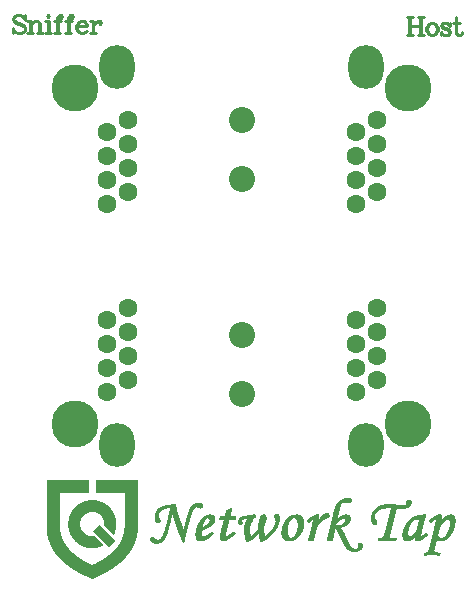
<source format=gts>
G04*
G04 #@! TF.GenerationSoftware,Altium Limited,Altium Designer,18.1.9 (240)*
G04*
G04 Layer_Color=8388736*
%FSLAX25Y25*%
%MOIN*%
G70*
G01*
G75*
%ADD10C,0.01000*%
%ADD11C,0.00036*%
%ADD12C,0.06312*%
%ADD13O,0.11824X0.14580*%
%ADD14C,0.15686*%
%ADD15C,0.08674*%
D10*
X482413Y276742D02*
X482699Y277599D01*
Y275885D01*
X482413Y276742D01*
X481842Y277313D01*
X480985Y277599D01*
X480128D01*
X479271Y277313D01*
X478700Y276742D01*
Y276170D01*
X478986Y275599D01*
X479271Y275313D01*
X479843Y275028D01*
X481557Y274457D01*
X482128Y274171D01*
X482699Y273600D01*
X478700Y276170D02*
X479271Y275599D01*
X479843Y275313D01*
X481557Y274742D01*
X482128Y274457D01*
X482413Y274171D01*
X482699Y273600D01*
Y272457D01*
X482128Y271886D01*
X481271Y271600D01*
X480414D01*
X479557Y271886D01*
X478986Y272457D01*
X478700Y273314D01*
Y271600D01*
X478986Y272457D01*
X484442Y275599D02*
Y271600D01*
X484727Y275599D02*
Y271600D01*
Y274742D02*
X485299Y275313D01*
X486156Y275599D01*
X486727D01*
X487584Y275313D01*
X487870Y274742D01*
Y271600D01*
X486727Y275599D02*
X487298Y275313D01*
X487584Y274742D01*
Y271600D01*
X483585Y275599D02*
X484727D01*
X483585Y271600D02*
X485584D01*
X486727D02*
X488726D01*
X490355Y277599D02*
X490069Y277313D01*
X490355Y277027D01*
X490640Y277313D01*
X490355Y277599D01*
Y275599D02*
Y271600D01*
X490640Y275599D02*
Y271600D01*
X489498Y275599D02*
X490640D01*
X489498Y271600D02*
X491497D01*
X494868Y277313D02*
X494582Y277027D01*
X494868Y276742D01*
X495154Y277027D01*
Y277313D01*
X494868Y277599D01*
X494297D01*
X493725Y277313D01*
X493440Y276742D01*
Y271600D01*
X494297Y277599D02*
X494011Y277313D01*
X493725Y276742D01*
Y271600D01*
X492583Y275599D02*
X494868D01*
X492583Y271600D02*
X494582D01*
X498467Y277313D02*
X498181Y277027D01*
X498467Y276742D01*
X498753Y277027D01*
Y277313D01*
X498467Y277599D01*
X497896D01*
X497325Y277313D01*
X497039Y276742D01*
Y271600D01*
X497896Y277599D02*
X497610Y277313D01*
X497325Y276742D01*
Y271600D01*
X496182Y275599D02*
X498467D01*
X496182Y271600D02*
X498181D01*
X500067Y273885D02*
X503495D01*
Y274457D01*
X503209Y275028D01*
X502923Y275313D01*
X502352Y275599D01*
X501495D01*
X500638Y275313D01*
X500067Y274742D01*
X499781Y273885D01*
Y273314D01*
X500067Y272457D01*
X500638Y271886D01*
X501495Y271600D01*
X502066D01*
X502923Y271886D01*
X503495Y272457D01*
X503209Y273885D02*
Y274742D01*
X502923Y275313D01*
X501495Y275599D02*
X500924Y275313D01*
X500352Y274742D01*
X500067Y273885D01*
Y273314D01*
X500352Y272457D01*
X500924Y271886D01*
X501495Y271600D01*
X505266Y275599D02*
Y271600D01*
X505551Y275599D02*
Y271600D01*
Y273885D02*
X505837Y274742D01*
X506408Y275313D01*
X506980Y275599D01*
X507837D01*
X508122Y275313D01*
Y275028D01*
X507837Y274742D01*
X507551Y275028D01*
X507837Y275313D01*
X504409Y275599D02*
X505551D01*
X504409Y271600D02*
X506408D01*
X610857Y276999D02*
Y271000D01*
X611143Y276999D02*
Y271000D01*
X614570Y276999D02*
Y271000D01*
X614856Y276999D02*
Y271000D01*
X610000Y276999D02*
X612000D01*
X613714D02*
X615713D01*
X611143Y274142D02*
X614570D01*
X610000Y271000D02*
X612000D01*
X613714D02*
X615713D01*
X618141Y274999D02*
X617284Y274713D01*
X616713Y274142D01*
X616427Y273285D01*
Y272714D01*
X616713Y271857D01*
X617284Y271286D01*
X618141Y271000D01*
X618712D01*
X619569Y271286D01*
X620141Y271857D01*
X620426Y272714D01*
Y273285D01*
X620141Y274142D01*
X619569Y274713D01*
X618712Y274999D01*
X618141D01*
X617570Y274713D01*
X616998Y274142D01*
X616713Y273285D01*
Y272714D01*
X616998Y271857D01*
X617570Y271286D01*
X618141Y271000D01*
X618712D02*
X619284Y271286D01*
X619855Y271857D01*
X620141Y272714D01*
Y273285D01*
X619855Y274142D01*
X619284Y274713D01*
X618712Y274999D01*
X624168Y274428D02*
X624454Y274999D01*
Y273856D01*
X624168Y274428D01*
X623883Y274713D01*
X623311Y274999D01*
X622169D01*
X621597Y274713D01*
X621312Y274428D01*
Y273856D01*
X621597Y273571D01*
X622169Y273285D01*
X623597Y272714D01*
X624168Y272428D01*
X624454Y272143D01*
X621312Y274142D02*
X621597Y273856D01*
X622169Y273571D01*
X623597Y273000D01*
X624168Y272714D01*
X624454Y272428D01*
Y271571D01*
X624168Y271286D01*
X623597Y271000D01*
X622455D01*
X621883Y271286D01*
X621597Y271571D01*
X621312Y272143D01*
Y271000D01*
X621597Y271571D01*
X627139Y271000D02*
X626854Y271286D01*
X626568Y272143D01*
Y276999D01*
X626282D01*
Y272143D01*
X626568Y271286D01*
X627139Y271000D01*
X627710D01*
X628282Y271286D01*
X628567Y271857D01*
X625425Y274999D02*
X627710D01*
D11*
X506317Y119993D02*
X520033D01*
X515936Y112012D02*
X520033D01*
X547715Y110552D02*
X552774D01*
X547715Y110516D02*
X552810D01*
X547680Y110480D02*
X552810D01*
X547680Y110445D02*
X552810D01*
X547680Y110409D02*
X552810D01*
X547680Y110373D02*
X552810D01*
X547644Y110338D02*
X552810D01*
X547644Y110302D02*
X552810D01*
X547644Y110267D02*
X552774D01*
X547644Y110231D02*
X552774D01*
X547608Y110195D02*
X552774D01*
X547608Y110160D02*
X552774D01*
X547608Y110124D02*
X552739D01*
X547608Y110088D02*
X552739D01*
X547573Y110053D02*
X552739D01*
X547573Y110017D02*
X552739D01*
X547573Y109982D02*
X552739D01*
X547537Y109946D02*
X552703D01*
X547537Y109910D02*
X552703D01*
X547537Y109875D02*
X552703D01*
X547537Y109839D02*
X552703D01*
X547537Y109803D02*
X552667D01*
X547537Y109768D02*
X552667D01*
X547573Y109732D02*
X552667D01*
X506317Y122736D02*
X520033D01*
X506317Y122700D02*
X520033D01*
X506317Y122665D02*
X520033D01*
X506317Y122629D02*
X520033D01*
X506317Y122593D02*
X520033D01*
X506317Y122558D02*
X520033D01*
X506317Y122522D02*
X520033D01*
X506317Y122487D02*
X520033D01*
X506317Y122451D02*
X520033D01*
X506317Y122415D02*
X520033D01*
X506317Y122380D02*
X520033D01*
X506317Y122344D02*
X520033D01*
X506317Y122308D02*
X520033D01*
X506317Y122273D02*
X520033D01*
X506317Y122237D02*
X520033D01*
X506317Y122202D02*
X520033D01*
X506317Y122166D02*
X520033D01*
X506317Y122130D02*
X520033D01*
X506317Y122095D02*
X520033D01*
X506317Y122059D02*
X520033D01*
X506317Y122023D02*
X520033D01*
X506317Y121988D02*
X520033D01*
X506317Y121952D02*
X520033D01*
X506317Y121916D02*
X520033D01*
X506317Y121881D02*
X520033D01*
X506317Y121845D02*
X520033D01*
X506317Y121810D02*
X520033D01*
X506317Y121774D02*
X520033D01*
X506317Y121738D02*
X520033D01*
X506317Y121703D02*
X520033D01*
X506317Y121667D02*
X520033D01*
X506317Y121632D02*
X520033D01*
X506317Y121596D02*
X520033D01*
X506317Y121560D02*
X520033D01*
X506317Y121525D02*
X520033D01*
X506317Y121489D02*
X520033D01*
X506317Y121453D02*
X520033D01*
X506317Y121418D02*
X520033D01*
X506317Y121382D02*
X520033D01*
X506317Y121346D02*
X520033D01*
X506317Y121311D02*
X520033D01*
X506317Y121275D02*
X520033D01*
X506317Y121240D02*
X520033D01*
X506317Y121204D02*
X520033D01*
X506317Y121168D02*
X520033D01*
X506317Y121133D02*
X520033D01*
X506317Y121097D02*
X520033D01*
X506317Y121062D02*
X520033D01*
X506317Y121026D02*
X520033D01*
X506317Y120990D02*
X520033D01*
X506317Y120955D02*
X520033D01*
X506317Y120919D02*
X520033D01*
X506317Y120883D02*
X520033D01*
X506317Y120848D02*
X520033D01*
X506317Y120812D02*
X520033D01*
X506317Y120776D02*
X520033D01*
X506317Y120741D02*
X520033D01*
X506317Y120705D02*
X520033D01*
X506317Y120670D02*
X520033D01*
X506317Y120634D02*
X520033D01*
X506317Y120598D02*
X520033D01*
X506317Y120563D02*
X520033D01*
X506317Y120527D02*
X520033D01*
X506317Y120492D02*
X520033D01*
X506317Y120456D02*
X520033D01*
X506317Y120420D02*
X520033D01*
X506317Y120385D02*
X520033D01*
X506317Y120349D02*
X520033D01*
X506317Y120313D02*
X520033D01*
X506317Y120278D02*
X520033D01*
X506317Y120242D02*
X520033D01*
X506317Y120206D02*
X520033D01*
X506317Y120171D02*
X520033D01*
X506317Y120135D02*
X520033D01*
X506317Y120100D02*
X520033D01*
X506317Y120064D02*
X520033D01*
X506317Y120028D02*
X520033D01*
X506317Y119957D02*
X520033D01*
X506317Y119921D02*
X520033D01*
X506317Y119886D02*
X520033D01*
X506317Y119850D02*
X520033D01*
X506317Y119815D02*
X520033D01*
X506317Y119779D02*
X520033D01*
X506317Y119743D02*
X520033D01*
X506317Y119708D02*
X520033D01*
X506317Y119672D02*
X520033D01*
X506317Y119636D02*
X520033D01*
X506317Y119601D02*
X520033D01*
X506317Y119565D02*
X520033D01*
X506317Y119529D02*
X520033D01*
X506317Y119494D02*
X520033D01*
X506317Y119458D02*
X520033D01*
X506317Y119423D02*
X520033D01*
X506317Y119387D02*
X520033D01*
X506317Y119351D02*
X520033D01*
X506317Y119316D02*
X520033D01*
X506317Y119280D02*
X520033D01*
X506317Y119245D02*
X520033D01*
X506317Y119209D02*
X520033D01*
X506317Y119173D02*
X520033D01*
X506317Y119138D02*
X520033D01*
X506317Y119102D02*
X520033D01*
X506317Y119066D02*
X520033D01*
X506317Y119031D02*
X520033D01*
X506317Y118995D02*
X520033D01*
X506317Y118959D02*
X520033D01*
X506317Y118924D02*
X520033D01*
X506317Y118888D02*
X520033D01*
X506317Y118853D02*
X520033D01*
X506317Y118817D02*
X520033D01*
X506317Y118781D02*
X520033D01*
X506317Y118746D02*
X520033D01*
X506317Y118710D02*
X520033D01*
X506317Y118675D02*
X520033D01*
X515936Y118639D02*
X520033D01*
X515936Y118603D02*
X520033D01*
X515936Y118568D02*
X520033D01*
X515936Y118532D02*
X520033D01*
X515936Y118496D02*
X520033D01*
X515936Y118461D02*
X520033D01*
X515936Y118425D02*
X520033D01*
X515936Y118389D02*
X520033D01*
X515936Y118354D02*
X520033D01*
X515936Y118318D02*
X520033D01*
X515936Y118283D02*
X520033D01*
X515936Y118247D02*
X520033D01*
X515936Y118211D02*
X520033D01*
X515936Y118176D02*
X520033D01*
X515936Y118140D02*
X520033D01*
X515936Y118105D02*
X520033D01*
X515936Y118069D02*
X520033D01*
X515936Y118033D02*
X520033D01*
X515936Y117998D02*
X520033D01*
X515936Y117962D02*
X520033D01*
X515936Y117926D02*
X520033D01*
X515936Y117891D02*
X520033D01*
X515936Y117855D02*
X520033D01*
X515936Y117819D02*
X520033D01*
X515936Y117784D02*
X520033D01*
X515936Y117748D02*
X520033D01*
X515936Y117713D02*
X520033D01*
X515936Y117677D02*
X520033D01*
X515936Y117641D02*
X520033D01*
X515936Y117606D02*
X520033D01*
X515936Y117570D02*
X520033D01*
X515936Y117534D02*
X520033D01*
X515936Y117499D02*
X520033D01*
X515936Y117463D02*
X520033D01*
X515936Y117428D02*
X520033D01*
X515936Y117392D02*
X520033D01*
X515936Y117356D02*
X520033D01*
X515936Y117321D02*
X520033D01*
X515936Y117285D02*
X520033D01*
X515936Y117249D02*
X520033D01*
X515936Y117214D02*
X520033D01*
X515936Y117178D02*
X520033D01*
X515936Y117142D02*
X520033D01*
X515936Y117107D02*
X520033D01*
X515936Y117071D02*
X520033D01*
X515936Y117036D02*
X520033D01*
X515936Y117000D02*
X520033D01*
X515936Y116964D02*
X520033D01*
X515936Y116929D02*
X520033D01*
X515936Y116893D02*
X520033D01*
X515936Y116858D02*
X520033D01*
X515936Y116822D02*
X520033D01*
X515936Y116786D02*
X520033D01*
X515936Y116751D02*
X520033D01*
X515936Y116715D02*
X520033D01*
X515936Y116679D02*
X520033D01*
X515936Y116644D02*
X520033D01*
X515936Y116608D02*
X520033D01*
X515936Y116572D02*
X520033D01*
X515936Y116537D02*
X520033D01*
X515936Y116501D02*
X520033D01*
X515936Y116466D02*
X520033D01*
X515936Y116430D02*
X520033D01*
X515936Y116394D02*
X520033D01*
X515936Y116359D02*
X520033D01*
X515936Y116323D02*
X520033D01*
X515936Y116288D02*
X520033D01*
X515936Y116252D02*
X520033D01*
X515936Y116216D02*
X520033D01*
X515936Y116181D02*
X520033D01*
X515936Y116145D02*
X520033D01*
X515936Y116109D02*
X520033D01*
X515936Y116074D02*
X520033D01*
X515936Y116038D02*
X520033D01*
X515936Y116003D02*
X520033D01*
X515936Y115967D02*
X520033D01*
X515936Y115931D02*
X520033D01*
X515936Y115896D02*
X520033D01*
X515936Y115860D02*
X520033D01*
X515936Y115824D02*
X520033D01*
X515936Y115789D02*
X520033D01*
X515936Y115753D02*
X520033D01*
X515936Y115717D02*
X520033D01*
X515936Y115682D02*
X520033D01*
X515936Y115646D02*
X520033D01*
X515936Y115611D02*
X520033D01*
X515936Y115575D02*
X520033D01*
X515936Y115539D02*
X520033D01*
X515936Y115504D02*
X520033D01*
X515936Y115468D02*
X520033D01*
X515936Y115433D02*
X520033D01*
X515936Y115397D02*
X520033D01*
X515936Y115361D02*
X520033D01*
X515936Y115326D02*
X520033D01*
X515936Y115290D02*
X520033D01*
X515936Y115254D02*
X520033D01*
X515936Y115219D02*
X520033D01*
X515936Y115183D02*
X520033D01*
X515936Y115147D02*
X520033D01*
X515936Y115112D02*
X520033D01*
X515936Y115076D02*
X520033D01*
X515936Y115041D02*
X520033D01*
X515936Y115005D02*
X520033D01*
X515936Y114969D02*
X520033D01*
X515936Y114934D02*
X520033D01*
X515936Y114898D02*
X520033D01*
X515936Y114862D02*
X520033D01*
X515936Y114827D02*
X520033D01*
X515936Y114791D02*
X520033D01*
X515936Y114755D02*
X520033D01*
X515936Y114720D02*
X520033D01*
X515936Y114684D02*
X520033D01*
X515936Y114649D02*
X520033D01*
X515936Y114613D02*
X520033D01*
X515936Y114577D02*
X520033D01*
X515936Y114542D02*
X520033D01*
X515936Y114506D02*
X520033D01*
X515936Y114471D02*
X520033D01*
X515936Y114435D02*
X520033D01*
X515936Y114399D02*
X520033D01*
X515936Y114364D02*
X520033D01*
X515936Y114328D02*
X520033D01*
X515936Y114292D02*
X520033D01*
X515936Y114257D02*
X520033D01*
X515936Y114221D02*
X520033D01*
X515936Y114186D02*
X520033D01*
X515936Y114150D02*
X520033D01*
X515936Y114114D02*
X520033D01*
X515936Y114079D02*
X520033D01*
X515936Y114043D02*
X520033D01*
X515936Y114007D02*
X520033D01*
X515936Y113972D02*
X520033D01*
X515936Y113936D02*
X520033D01*
X515936Y113900D02*
X520033D01*
X515936Y113865D02*
X520033D01*
X515936Y113829D02*
X520033D01*
X515936Y113794D02*
X520033D01*
X515936Y113758D02*
X520033D01*
X515936Y113722D02*
X520033D01*
X515936Y113687D02*
X520033D01*
X515936Y113651D02*
X520033D01*
X515936Y113616D02*
X520033D01*
X515936Y113580D02*
X520033D01*
X515936Y113544D02*
X520033D01*
X515936Y113509D02*
X520033D01*
X515936Y113473D02*
X520033D01*
X515936Y113437D02*
X520033D01*
X515936Y113402D02*
X520033D01*
X515936Y113366D02*
X520033D01*
X515936Y113330D02*
X520033D01*
X515936Y113295D02*
X520033D01*
X515936Y113259D02*
X520033D01*
X515936Y113224D02*
X520033D01*
X515936Y113188D02*
X520033D01*
X515936Y113152D02*
X520033D01*
X515936Y113117D02*
X520033D01*
X515936Y113081D02*
X520033D01*
X515936Y113046D02*
X520033D01*
X515936Y113010D02*
X520033D01*
X515936Y112974D02*
X520033D01*
X515936Y112939D02*
X520033D01*
X515936Y112903D02*
X520033D01*
X515936Y112867D02*
X520033D01*
X515936Y112832D02*
X520033D01*
X515936Y112796D02*
X520033D01*
X515936Y112760D02*
X520033D01*
X515936Y112725D02*
X520033D01*
X515936Y112689D02*
X520033D01*
X515936Y112654D02*
X520033D01*
X515936Y112618D02*
X520033D01*
X515936Y112582D02*
X520033D01*
X515936Y112547D02*
X520033D01*
X515936Y112511D02*
X520033D01*
X515936Y112475D02*
X520033D01*
X515936Y112440D02*
X520033D01*
X515936Y112404D02*
X520033D01*
X515936Y112369D02*
X520033D01*
X515936Y112333D02*
X520033D01*
X515936Y112297D02*
X520033D01*
X515936Y112262D02*
X520033D01*
X515936Y112226D02*
X520033D01*
X515936Y112190D02*
X520033D01*
X515936Y112155D02*
X520033D01*
X515936Y112119D02*
X520033D01*
X515936Y112083D02*
X520033D01*
X515936Y112048D02*
X520033D01*
X515936Y111977D02*
X520033D01*
X515936Y111941D02*
X520033D01*
X515936Y111905D02*
X520033D01*
X515936Y111870D02*
X520033D01*
X515936Y111834D02*
X520033D01*
X515936Y111799D02*
X520033D01*
X515936Y111763D02*
X520033D01*
X515936Y111727D02*
X520033D01*
X515936Y111692D02*
X520033D01*
X515936Y111656D02*
X520033D01*
X515936Y111620D02*
X520033D01*
X515936Y111585D02*
X520033D01*
X515936Y111549D02*
X520033D01*
X515936Y111513D02*
X520033D01*
X515936Y111478D02*
X520033D01*
X515936Y111442D02*
X520033D01*
X515936Y111407D02*
X520033D01*
X515936Y111371D02*
X520033D01*
X515936Y111335D02*
X520033D01*
X515936Y111300D02*
X520033D01*
X515936Y111264D02*
X520033D01*
X515936Y111229D02*
X520033D01*
X515936Y111193D02*
X520033D01*
X515936Y111157D02*
X520033D01*
X515936Y111122D02*
X520033D01*
X515936Y111086D02*
X520033D01*
X515936Y111050D02*
X520033D01*
X515936Y111015D02*
X520033D01*
X515936Y110979D02*
X520033D01*
X515936Y110943D02*
X520033D01*
X515936Y110908D02*
X520033D01*
X515936Y110872D02*
X520033D01*
X515936Y110837D02*
X520033D01*
X515936Y110801D02*
X520033D01*
X515936Y110765D02*
X520033D01*
X515936Y110730D02*
X520033D01*
X515936Y110694D02*
X520033D01*
X515936Y110659D02*
X520033D01*
X515936Y110623D02*
X520033D01*
X515936Y110587D02*
X520033D01*
X515936Y110552D02*
X520033D01*
X515936Y110516D02*
X520033D01*
X515936Y110480D02*
X520033D01*
X515936Y110445D02*
X520033D01*
X515936Y110409D02*
X520033D01*
X515936Y110373D02*
X520033D01*
X515936Y110338D02*
X520033D01*
X515936Y110302D02*
X520033D01*
X515936Y110267D02*
X520033D01*
X515936Y110231D02*
X520033D01*
X515936Y110195D02*
X520033D01*
X515936Y110160D02*
X520033D01*
X515936Y110124D02*
X520033D01*
X515936Y110088D02*
X520033D01*
X515936Y110053D02*
X520033D01*
X515936Y110017D02*
X520033D01*
X515936Y109982D02*
X520033D01*
X515936Y109946D02*
X520033D01*
X515936Y109910D02*
X520033D01*
X515936Y109875D02*
X520033D01*
X515936Y109839D02*
X520033D01*
X515936Y109803D02*
X520033D01*
X515936Y109768D02*
X520033D01*
X515936Y109732D02*
X520033D01*
X515936Y109697D02*
X520033D01*
X515936Y109661D02*
X520033D01*
X515936Y109625D02*
X520033D01*
X515936Y109590D02*
X520033D01*
X515936Y109554D02*
X520033D01*
X515936Y109518D02*
X520033D01*
X515936Y109483D02*
X520033D01*
X515936Y109447D02*
X520033D01*
X515936Y109412D02*
X520033D01*
X515936Y109376D02*
X520033D01*
X515936Y109340D02*
X520033D01*
X515936Y109305D02*
X520033D01*
X515936Y109269D02*
X520033D01*
X515936Y109233D02*
X520033D01*
X515936Y109198D02*
X520033D01*
X515936Y109162D02*
X520033D01*
X515936Y109126D02*
X520033D01*
X515936Y109091D02*
X520033D01*
X515936Y109055D02*
X520033D01*
X515936Y109020D02*
X520033D01*
X515936Y108984D02*
X520033D01*
X515936Y108948D02*
X520033D01*
X515936Y108913D02*
X520033D01*
X515936Y108877D02*
X520033D01*
X515936Y108842D02*
X520033D01*
X515936Y108806D02*
X520033D01*
X515936Y108770D02*
X520033D01*
X515936Y108735D02*
X520033D01*
X515936Y108699D02*
X520033D01*
X515936Y108663D02*
X520033D01*
X515936Y108628D02*
X520033D01*
X515936Y108592D02*
X520033D01*
X515936Y108556D02*
X520033D01*
X515936Y108521D02*
X520033D01*
X515936Y108485D02*
X520033D01*
X515936Y108450D02*
X520033D01*
X515936Y108414D02*
X520033D01*
X515936Y108378D02*
X520033D01*
X515936Y108343D02*
X520033D01*
X515936Y108307D02*
X520033D01*
X515936Y108272D02*
X520033D01*
X515936Y108236D02*
X520033D01*
X515936Y108200D02*
X520033D01*
X515936Y108165D02*
X520033D01*
X515936Y108129D02*
X520033D01*
X515936Y108093D02*
X520033D01*
X515936Y108058D02*
X520033D01*
X515936Y108022D02*
X520033D01*
X515936Y107986D02*
X520033D01*
X515936Y107951D02*
X520033D01*
X515936Y107915D02*
X520033D01*
X515936Y107880D02*
X520033D01*
X515936Y107844D02*
X520033D01*
X515936Y107808D02*
X520033D01*
X515936Y107773D02*
X520033D01*
X515936Y107737D02*
X520033D01*
X515936Y107702D02*
X520033D01*
X515936Y107666D02*
X520033D01*
X515936Y107630D02*
X520033D01*
X515936Y107595D02*
X520033D01*
X515936Y107559D02*
X520033D01*
X515936Y107523D02*
X520033D01*
X515936Y107488D02*
X520033D01*
X515936Y107452D02*
X520033D01*
X515936Y107416D02*
X520033D01*
X515936Y107381D02*
X520033D01*
X515936Y107345D02*
X520033D01*
X515936Y107310D02*
X520033D01*
X515936Y107274D02*
X520033D01*
X515936Y107238D02*
X520033D01*
X515936Y107203D02*
X520033D01*
X515936Y107167D02*
X520033D01*
X515936Y107131D02*
X520033D01*
X515936Y107096D02*
X520033D01*
X515936Y107060D02*
X520033D01*
X515936Y107025D02*
X520033D01*
X515936Y106989D02*
X520033D01*
X515936Y106953D02*
X520033D01*
X515936Y106918D02*
X520033D01*
X515936Y106882D02*
X520033D01*
X515936Y106846D02*
X520033D01*
X515936Y106811D02*
X520033D01*
X515936Y106775D02*
X520033D01*
X515936Y106739D02*
X520033D01*
X515936Y106704D02*
X519998D01*
X515936Y106668D02*
X519998D01*
X515936Y106633D02*
X519998D01*
X515901Y106597D02*
X519998D01*
X515901Y106561D02*
X519998D01*
X515901Y106526D02*
X519998D01*
X515901Y106490D02*
X519998D01*
X515901Y106455D02*
X519998D01*
X515901Y106419D02*
X519998D01*
X515901Y106383D02*
X519998D01*
X515901Y106348D02*
X519998D01*
X515901Y106312D02*
X519998D01*
X515901Y106276D02*
X519998D01*
X515901Y106241D02*
X519998D01*
X515865Y106205D02*
X519998D01*
X515865Y106169D02*
X519998D01*
X515865Y106134D02*
X519998D01*
X515865Y106098D02*
X519998D01*
X512017Y98759D02*
X517290D01*
X511982Y98724D02*
X517254D01*
X511946Y98688D02*
X517219D01*
X511910Y98652D02*
X517183D01*
X511875Y98617D02*
X517183D01*
X511839Y98581D02*
X517148D01*
X511803Y98545D02*
X517112D01*
X511768Y98510D02*
X517076D01*
X511732Y98474D02*
X517076D01*
X511697Y98439D02*
X517041D01*
X511661Y98403D02*
X517005D01*
X511625Y98367D02*
X516969D01*
X511554Y98332D02*
X516969D01*
X511518Y98296D02*
X516934D01*
X511483Y98260D02*
X516898D01*
X511447Y98225D02*
X516862D01*
X511412Y98189D02*
X516862D01*
X511376Y98154D02*
X516827D01*
X511340Y98118D02*
X516791D01*
X511269Y98082D02*
X516756D01*
X511234Y98047D02*
X516720D01*
X511198Y98011D02*
X516720D01*
X511162Y97975D02*
X516684D01*
X511127Y97940D02*
X516649D01*
X511055Y97904D02*
X516613D01*
X511020Y97869D02*
X516577D01*
X510984Y97833D02*
X516577D01*
X510949Y97797D02*
X516542D01*
X510877Y97762D02*
X516506D01*
X510842Y97726D02*
X516471D01*
X510806Y97690D02*
X516435D01*
X510770Y97655D02*
X516399D01*
X510699Y97619D02*
X516399D01*
X510664Y97584D02*
X516364D01*
X510628Y97548D02*
X516328D01*
X510592Y97512D02*
X516292D01*
X510521Y97477D02*
X516257D01*
X510485Y97441D02*
X516221D01*
X510450Y97405D02*
X516186D01*
X510379Y97370D02*
X516150D01*
X510343Y97334D02*
X516150D01*
X510307Y97299D02*
X516114D01*
X510236Y97263D02*
X516079D01*
X510200Y97227D02*
X516043D01*
X510165Y97192D02*
X516008D01*
X614836Y103996D02*
X616083D01*
X583698D02*
X585301D01*
X534498D02*
X535994D01*
X542585D02*
X544331D01*
X490000Y119993D02*
X503681D01*
X498372Y103996D02*
X504037D01*
X495166Y96016D02*
X501650D01*
X508348D02*
X514867D01*
X615905Y111442D02*
X616225D01*
X615762Y111407D02*
X616225D01*
X615584Y111371D02*
X616225D01*
X615477Y111335D02*
X616225D01*
X615442Y111300D02*
X616225D01*
X615442Y111264D02*
X616190D01*
X615406Y111229D02*
X616190D01*
X615406Y111193D02*
X616190D01*
X615370Y111157D02*
X616154D01*
X615335Y111122D02*
X616154D01*
X615335Y111086D02*
X616154D01*
X623992D02*
X625203D01*
X615299Y111050D02*
X616154D01*
X623885D02*
X625275D01*
X615264Y111015D02*
X616119D01*
X623778D02*
X625310D01*
X613945Y110979D02*
X616119D01*
X623707D02*
X625346D01*
X613696Y110943D02*
X616119D01*
X623600D02*
X625417D01*
X613482Y110908D02*
X616083D01*
X623529D02*
X625453D01*
X613340Y110872D02*
X616083D01*
X623458D02*
X625488D01*
X613197Y110837D02*
X616083D01*
X623386D02*
X625488D01*
X613055Y110801D02*
X616083D01*
X623315D02*
X625524D01*
X612948Y110765D02*
X616047D01*
X623244D02*
X625560D01*
X612841Y110730D02*
X616047D01*
X623173D02*
X625595D01*
X612770Y110694D02*
X616047D01*
X623137D02*
X625595D01*
X612663Y110659D02*
X616012D01*
X623066D02*
X625631D01*
X612592Y110623D02*
X616012D01*
X623030D02*
X625667D01*
X612520Y110587D02*
X616012D01*
X622959D02*
X625667D01*
X612449Y110552D02*
X616012D01*
X622923D02*
X625702D01*
X622852Y110516D02*
X625702D01*
X622816Y110480D02*
X625738D01*
X622781Y110445D02*
X625738D01*
X622710Y110409D02*
X625773D01*
X622674Y110373D02*
X625773D01*
X622638Y110338D02*
X625773D01*
X622603Y110302D02*
X625809D01*
X622531Y110267D02*
X625809D01*
X622496Y110231D02*
X625809D01*
X622460Y110195D02*
X625845D01*
X622425Y110160D02*
X625845D01*
X622353Y110124D02*
X625845D01*
X622318Y110088D02*
X625845D01*
X622282Y110053D02*
X625880D01*
X622246Y110017D02*
X625880D01*
X622211Y109982D02*
X625880D01*
X622175Y109946D02*
X625880D01*
X622140Y109910D02*
X625880D01*
X622068Y109875D02*
X625916D01*
X622033Y109839D02*
X625916D01*
X621997Y109803D02*
X625916D01*
X623671Y109768D02*
X625916D01*
X623850Y109732D02*
X625916D01*
X623921Y109697D02*
X625916D01*
X623992Y109661D02*
X625916D01*
X623992Y106276D02*
X625346D01*
X623992Y106241D02*
X625310D01*
X623992Y106205D02*
X625310D01*
X623956Y106169D02*
X625275D01*
X623956Y106134D02*
X625275D01*
X623956Y106098D02*
X625239D01*
X623921Y106063D02*
X625239D01*
X623921Y106027D02*
X625203D01*
X623885Y105991D02*
X625203D01*
X623885Y105956D02*
X625203D01*
X623885Y105920D02*
X625168D01*
X623850Y105885D02*
X625168D01*
X623850Y105849D02*
X625132D01*
X623814Y105813D02*
X625132D01*
X623814Y105778D02*
X625097D01*
X623814Y105742D02*
X625097D01*
X623778Y105706D02*
X625061D01*
X623778Y105671D02*
X625061D01*
X623743Y105635D02*
X625025D01*
X623743Y105599D02*
X624990D01*
X623743Y105564D02*
X624990D01*
X623707Y105528D02*
X624954D01*
X623707Y105493D02*
X624954D01*
X623671Y105457D02*
X624918D01*
X623671Y105421D02*
X624918D01*
X623636Y105386D02*
X624883D01*
X623636Y105350D02*
X624883D01*
X623600Y105315D02*
X624847D01*
X623600Y105279D02*
X624812D01*
X623600Y105243D02*
X624812D01*
X623565Y105208D02*
X624776D01*
X623565Y105172D02*
X624776D01*
X623529Y105136D02*
X624740D01*
X623529Y105101D02*
X624705D01*
X623493Y105065D02*
X624705D01*
X623493Y105029D02*
X624669D01*
X623458Y104994D02*
X624669D01*
X623458Y104958D02*
X624633D01*
X623422Y104923D02*
X624598D01*
X623422Y104887D02*
X624598D01*
X623386Y104851D02*
X624562D01*
X623351Y104816D02*
X624527D01*
X615976Y104780D02*
X616582D01*
X623351D02*
X624527D01*
X615940Y104745D02*
X616582D01*
X623315D02*
X624491D01*
X615905Y104709D02*
X616617D01*
X623315D02*
X624455D01*
X615869Y104673D02*
X616653D01*
X623279D02*
X624455D01*
X615834Y104638D02*
X616689D01*
X623279D02*
X624420D01*
X615762Y104602D02*
X616689D01*
X623244D02*
X624384D01*
X615727Y104566D02*
X616689D01*
X623208D02*
X624348D01*
X615691Y104531D02*
X616653D01*
X623208D02*
X624348D01*
X615620Y104495D02*
X616617D01*
X623173D02*
X624313D01*
X615584Y104459D02*
X616582D01*
X623137D02*
X624277D01*
X615549Y104424D02*
X616546D01*
X623137D02*
X624277D01*
X615477Y104388D02*
X616510D01*
X623101D02*
X624241D01*
X615442Y104352D02*
X616475D01*
X623066D02*
X624206D01*
X615406Y104317D02*
X616439D01*
X623066D02*
X624170D01*
X615335Y104281D02*
X616404D01*
X623030D02*
X624135D01*
X615299Y104246D02*
X616332D01*
X622995D02*
X624135D01*
X615228Y104210D02*
X616297D01*
X622959D02*
X624099D01*
X615192Y104174D02*
X616261D01*
X622959D02*
X624063D01*
X615121Y104139D02*
X616225D01*
X622923D02*
X624028D01*
X615050Y104103D02*
X616190D01*
X622888D02*
X623992D01*
X614979Y104068D02*
X616154D01*
X622852D02*
X623992D01*
X614907Y104032D02*
X616119D01*
X614693Y103961D02*
X616047D01*
X612912Y103925D02*
X616012D01*
X615940Y98403D02*
X620857D01*
X615905Y98367D02*
X620893D01*
X615869Y98332D02*
X620928D01*
X615869Y98296D02*
X620928D01*
X615869Y98260D02*
X620928D01*
X615869Y98225D02*
X620893D01*
X615834Y98189D02*
X620893D01*
X615834Y98154D02*
X620893D01*
X615834Y98118D02*
X620893D01*
X615834Y98082D02*
X620857D01*
X615798Y98047D02*
X620857D01*
X615798Y98011D02*
X620857D01*
X615798Y97975D02*
X620857D01*
X615798Y97940D02*
X620821D01*
X615762Y97904D02*
X620821D01*
X615762Y97869D02*
X617045D01*
X615798Y97833D02*
X616475D01*
X615834Y97797D02*
X616012D01*
X601440Y114292D02*
X608103D01*
X601334Y114257D02*
X608601D01*
X601262Y114221D02*
X610810D01*
X601155Y114186D02*
X610775D01*
X601084Y114150D02*
X610739D01*
X601013Y114114D02*
X610668D01*
X600906Y114079D02*
X610632D01*
X600835Y114043D02*
X610596D01*
X600764Y114007D02*
X610561D01*
X600692Y113972D02*
X610490D01*
X600657Y113936D02*
X610454D01*
X600585Y113900D02*
X610383D01*
X600514Y113865D02*
X610347D01*
X600443Y113829D02*
X610276D01*
X600407Y113794D02*
X610205D01*
X600336Y113758D02*
X610133D01*
X600300Y113722D02*
X610062D01*
X600229Y113687D02*
X609955D01*
X600193Y113651D02*
X609848D01*
X600122Y113616D02*
X609741D01*
X600086Y113580D02*
X609599D01*
X604789Y113544D02*
X609456D01*
X599980Y113509D02*
X602759D01*
X604789D02*
X609278D01*
X599944Y113473D02*
X602402D01*
X604754D02*
X609064D01*
X599908Y113437D02*
X602153D01*
X606464D02*
X608779D01*
X599873Y113402D02*
X601939D01*
X607069D02*
X608316D01*
X599801Y113366D02*
X601761D01*
X599766Y113330D02*
X601583D01*
X599730Y113295D02*
X601440D01*
X599695Y113259D02*
X601334D01*
X599659Y113224D02*
X601227D01*
X599623Y113188D02*
X601120D01*
X599588Y113152D02*
X601049D01*
X599552Y113117D02*
X600942D01*
X599516Y113081D02*
X600870D01*
X599481Y113046D02*
X600799D01*
X599445Y113010D02*
X600728D01*
X599410Y112974D02*
X600657D01*
X599374Y112939D02*
X600585D01*
X599338Y112903D02*
X600514D01*
X599303Y112867D02*
X600478D01*
X599267Y112832D02*
X600407D01*
X599231Y112796D02*
X600336D01*
X599196Y112760D02*
X600300D01*
X599160Y112725D02*
X600265D01*
X599125Y112689D02*
X600193D01*
X599125Y112654D02*
X600158D01*
X599089Y112618D02*
X600122D01*
X599053Y112582D02*
X600051D01*
X599018Y112547D02*
X600015D01*
X583983Y105208D02*
X585551D01*
X583983Y105172D02*
X585551D01*
X583983Y105136D02*
X585551D01*
X583983Y105101D02*
X585551D01*
X583948Y105065D02*
X585551D01*
X583948Y105029D02*
X585515D01*
X583948Y104994D02*
X585515D01*
X583948Y104958D02*
X585515D01*
X583912Y104923D02*
X585515D01*
X583912Y104887D02*
X585480D01*
X583912Y104851D02*
X585480D01*
X583912Y104816D02*
X585480D01*
X583876Y104780D02*
X585480D01*
X583876Y104745D02*
X585480D01*
X583876Y104709D02*
X585444D01*
X583876Y104673D02*
X585444D01*
X583876Y104638D02*
X585444D01*
X583841Y104602D02*
X585444D01*
X583841Y104566D02*
X585408D01*
X583841Y104531D02*
X585408D01*
X583841Y104495D02*
X585408D01*
X583805Y104459D02*
X585408D01*
X583805Y104424D02*
X585373D01*
X583805Y104388D02*
X585373D01*
X583805Y104352D02*
X585373D01*
X583770Y104317D02*
X585373D01*
X583770Y104281D02*
X585373D01*
X583770Y104246D02*
X585337D01*
X583770Y104210D02*
X585337D01*
X583734Y104174D02*
X585337D01*
X583734Y104139D02*
X585337D01*
X583734Y104103D02*
X585301D01*
X583734Y104068D02*
X585301D01*
X583698Y104032D02*
X585301D01*
X583698Y103961D02*
X585301D01*
X583698Y103925D02*
X585266D01*
X583663Y103889D02*
X585266D01*
X583663Y103854D02*
X585266D01*
X583663Y103818D02*
X585266D01*
X583663Y103782D02*
X585230D01*
X583627Y103747D02*
X585230D01*
X583627Y103711D02*
X585230D01*
X583627Y103676D02*
X585230D01*
X583627Y103640D02*
X585230D01*
X583627Y103604D02*
X585195D01*
X583591Y103569D02*
X585195D01*
X583591Y103533D02*
X585195D01*
X583591Y103498D02*
X585195D01*
X583591Y103462D02*
X585159D01*
X583556Y103426D02*
X585159D01*
X583556Y103391D02*
X585159D01*
X583556Y103355D02*
X585159D01*
X583556Y103319D02*
X585159D01*
X583520Y103284D02*
X585123D01*
X583520Y103248D02*
X585123D01*
X583520Y103212D02*
X585123D01*
X583520Y103177D02*
X585123D01*
X583485Y103141D02*
X585088D01*
X583485Y103106D02*
X585088D01*
X583485Y103070D02*
X585088D01*
X583485Y103034D02*
X585088D01*
X583449Y102999D02*
X585088D01*
X583449Y102963D02*
X585052D01*
X583449Y102927D02*
X585052D01*
X583449Y102892D02*
X585052D01*
X583449Y102856D02*
X585052D01*
X583485Y102821D02*
X585016D01*
X590218Y99864D02*
X592035D01*
X590254Y99828D02*
X592142D01*
X590325Y99792D02*
X592249D01*
X590360Y99757D02*
X592427D01*
X590396Y99721D02*
X594493D01*
X590467Y99686D02*
X594457D01*
X590503Y99650D02*
X594422D01*
X590574Y99614D02*
X594386D01*
X590610Y99579D02*
X594351D01*
X590681Y99543D02*
X594279D01*
X590752Y99507D02*
X594244D01*
X590788Y99472D02*
X594208D01*
X590859Y99436D02*
X594137D01*
X590931Y99400D02*
X594101D01*
X591002Y99365D02*
X594030D01*
X591073Y99329D02*
X593994D01*
X591180Y99294D02*
X593923D01*
X591251Y99258D02*
X593852D01*
X591358Y99222D02*
X593745D01*
X591465Y99187D02*
X593674D01*
X591572Y99151D02*
X593567D01*
X591714Y99115D02*
X593460D01*
X591857Y99080D02*
X593282D01*
X560007Y105706D02*
X562180D01*
X559971Y105671D02*
X562180D01*
X559935Y105635D02*
X562180D01*
X559900Y105599D02*
X562180D01*
X559900Y105564D02*
X562215D01*
X559864Y105528D02*
X562215D01*
X559828Y105493D02*
X562215D01*
X559793Y105457D02*
X562215D01*
X559757Y105421D02*
X562215D01*
X559722Y105386D02*
X562215D01*
X559686Y105350D02*
X562215D01*
X559650Y105315D02*
X562215D01*
X551991Y105279D02*
X552418D01*
X559615D02*
X562215D01*
X551919Y105243D02*
X552454D01*
X559579D02*
X562215D01*
X551884Y105208D02*
X552489D01*
X559543D02*
X560576D01*
X551848Y105172D02*
X552525D01*
X559508D02*
X560541D01*
X551777Y105136D02*
X552525D01*
X559472D02*
X560505D01*
X551741Y105101D02*
X552561D01*
X559437D02*
X560470D01*
X551706Y105065D02*
X552596D01*
X559401D02*
X560434D01*
X551634Y105029D02*
X552632D01*
X559365D02*
X560398D01*
X551599Y104994D02*
X552667D01*
X559330D02*
X560363D01*
X551563Y104958D02*
X552667D01*
X559294D02*
X560327D01*
X551492Y104923D02*
X552667D01*
X559258D02*
X560291D01*
X551456Y104887D02*
X552632D01*
X559223D02*
X560256D01*
X551385Y104851D02*
X552596D01*
X559187D02*
X560220D01*
X551349Y104816D02*
X552561D01*
X559152D02*
X560185D01*
X551314Y104780D02*
X552489D01*
X559116D02*
X560149D01*
X551242Y104745D02*
X552454D01*
X559080D02*
X560113D01*
X551207Y104709D02*
X552418D01*
X559045D02*
X560078D01*
X551135Y104673D02*
X552347D01*
X559009D02*
X560042D01*
X551100Y104638D02*
X552311D01*
X558973D02*
X560007D01*
X551029Y104602D02*
X552276D01*
X550993Y104566D02*
X552240D01*
X550922Y104531D02*
X552169D01*
X550850Y104495D02*
X552133D01*
X550815Y104459D02*
X552097D01*
X550743Y104424D02*
X552026D01*
X550672Y104388D02*
X551991D01*
X527978Y113722D02*
X530828D01*
X527943Y113687D02*
X530579D01*
X527871Y113651D02*
X530329D01*
X527800Y113616D02*
X530151D01*
X527729Y113580D02*
X529973D01*
X527693Y113544D02*
X529795D01*
X527622Y113509D02*
X529653D01*
X527586Y113473D02*
X529510D01*
X527551Y113437D02*
X529403D01*
X527479Y113402D02*
X529261D01*
X527444Y113366D02*
X529154D01*
X527408Y113330D02*
X529047D01*
X527337Y113295D02*
X528940D01*
X527301Y113259D02*
X528869D01*
X527266Y113224D02*
X528762D01*
X527230Y113188D02*
X528691D01*
X527194Y113152D02*
X528619D01*
X527159Y113117D02*
X528548D01*
X527123Y113081D02*
X528477D01*
X527087Y113046D02*
X528406D01*
X527052Y113010D02*
X528334D01*
X527016Y112974D02*
X528263D01*
X526980Y112939D02*
X528192D01*
X526945Y112903D02*
X528156D01*
X526909Y112867D02*
X528085D01*
X526874Y112832D02*
X528049D01*
X543868Y111157D02*
X544794D01*
X543689Y111122D02*
X544936D01*
X543547Y111086D02*
X545043D01*
X543404Y111050D02*
X545150D01*
X543298Y111015D02*
X545186D01*
X543226Y110979D02*
X545257D01*
X543119Y110943D02*
X545328D01*
X543048Y110908D02*
X545364D01*
X542977Y110872D02*
X545400D01*
X542906Y110837D02*
X545435D01*
X542834Y110801D02*
X545471D01*
X542763Y110765D02*
X545506D01*
X542692Y110730D02*
X545542D01*
X542656Y110694D02*
X545578D01*
X542585Y110659D02*
X545613D01*
X542549Y110623D02*
X545649D01*
X542478Y110587D02*
X545649D01*
X542443Y110552D02*
X545685D01*
X542371Y110516D02*
X545685D01*
X542336Y110480D02*
X545720D01*
X542300Y110445D02*
X545756D01*
X542264Y110409D02*
X545756D01*
X542193Y110373D02*
X545756D01*
X542158Y110338D02*
X545791D01*
X542122Y110302D02*
X545791D01*
X542086Y110267D02*
X545827D01*
X543654Y110231D02*
X545827D01*
X543832Y110195D02*
X545827D01*
X543903Y110160D02*
X545827D01*
X543974Y110124D02*
X545863D01*
X544010Y110088D02*
X545863D01*
X544010Y108556D02*
X545435D01*
X543974Y108521D02*
X545400D01*
X543974Y108485D02*
X545400D01*
X543939Y108450D02*
X545364D01*
X543903Y108414D02*
X545328D01*
X543868Y108378D02*
X545293D01*
X543832Y108343D02*
X545257D01*
X543796Y108307D02*
X545221D01*
X543761Y108272D02*
X545221D01*
X543725Y108236D02*
X545186D01*
X543689Y108200D02*
X545150D01*
X543654Y108165D02*
X545115D01*
X543618Y108129D02*
X545079D01*
X543583Y108093D02*
X545043D01*
X543547Y108058D02*
X545008D01*
X543511Y108022D02*
X544972D01*
X543440Y107986D02*
X544936D01*
X543404Y107951D02*
X544865D01*
X543369Y107915D02*
X544830D01*
X543333Y107880D02*
X544794D01*
X543262Y107844D02*
X544758D01*
X543226Y107808D02*
X544723D01*
X543191Y107773D02*
X544651D01*
X543119Y107737D02*
X544616D01*
X543084Y107702D02*
X544545D01*
X543013Y107666D02*
X544509D01*
X542977Y107630D02*
X544473D01*
X535994Y107595D02*
X536849D01*
X542906D02*
X544402D01*
X535994Y107559D02*
X536849D01*
X542870D02*
X544366D01*
X535994Y107523D02*
X536813D01*
X542799D02*
X544295D01*
X535994Y107488D02*
X536813D01*
X542763D02*
X544260D01*
X535958Y107452D02*
X536813D01*
X542692D02*
X544188D01*
X535958Y107416D02*
X536813D01*
X542621D02*
X544117D01*
X535958Y107381D02*
X536778D01*
X542585D02*
X544081D01*
X535958Y107345D02*
X536778D01*
X542514D02*
X544010D01*
X535923Y107310D02*
X536778D01*
X535923Y107274D02*
X536778D01*
X535923Y107238D02*
X536742D01*
X535923Y107203D02*
X536742D01*
X535887Y107167D02*
X536742D01*
X535887Y107131D02*
X536742D01*
X535887Y107096D02*
X536707D01*
X535887Y107060D02*
X536707D01*
X535852Y107025D02*
X536707D01*
X535852Y106989D02*
X536707D01*
X535852Y106953D02*
X536671D01*
X535852Y106918D02*
X536671D01*
X535816Y106882D02*
X536671D01*
X535816Y106846D02*
X536671D01*
X535816Y106811D02*
X536635D01*
X535816Y106775D02*
X536635D01*
X535780Y106739D02*
X536635D01*
X535780Y106704D02*
X536635D01*
X535780Y106668D02*
X536600D01*
X535780Y106633D02*
X536600D01*
X535745Y106597D02*
X536600D01*
X535745Y106561D02*
X536600D01*
X535745Y106526D02*
X536564D01*
X535745Y106490D02*
X536564D01*
X535709Y106455D02*
X536564D01*
X535709Y106419D02*
X536564D01*
X535709Y106383D02*
X536528D01*
X535709Y106348D02*
X536528D01*
X535673Y106312D02*
X536528D01*
X535673Y106276D02*
X536528D01*
X535673Y106241D02*
X536493D01*
X535673Y106205D02*
X536493D01*
X535638Y106169D02*
X536493D01*
X535638Y106134D02*
X536493D01*
X535638Y106098D02*
X536457D01*
X535638Y106063D02*
X536457D01*
X535602Y106027D02*
X536457D01*
X535602Y105991D02*
X536457D01*
X535602Y105956D02*
X536422D01*
X535602Y105920D02*
X536422D01*
X535567Y105885D02*
X536422D01*
X535567Y105849D02*
X536422D01*
X535567Y105813D02*
X536422D01*
X535567Y105778D02*
X536386D01*
X535531Y105742D02*
X536386D01*
X535531Y105706D02*
X536386D01*
X535531Y105671D02*
X536386D01*
X535531Y105635D02*
X536350D01*
X533856Y105599D02*
X536350D01*
X533856Y105564D02*
X536350D01*
X533892Y105528D02*
X536350D01*
X533892Y105493D02*
X536315D01*
X533928Y105457D02*
X536315D01*
X533928Y105421D02*
X536315D01*
X533928Y105386D02*
X536315D01*
X533963Y105350D02*
X536279D01*
X533963Y105315D02*
X536279D01*
X533999Y105279D02*
X536279D01*
X533999Y105243D02*
X536279D01*
X533999Y105208D02*
X536243D01*
X534035Y105172D02*
X536243D01*
X534035Y105136D02*
X536243D01*
X534070Y105101D02*
X536243D01*
X534070Y105065D02*
X536208D01*
X534070Y105029D02*
X536208D01*
X534106Y104994D02*
X536208D01*
X534106Y104958D02*
X536208D01*
X534141Y104923D02*
X536208D01*
X534141Y104887D02*
X536172D01*
X534141Y104851D02*
X536172D01*
X534177Y104816D02*
X536172D01*
X534177Y104780D02*
X536172D01*
X534213Y104745D02*
X536137D01*
X544010D02*
X545186D01*
X534213Y104709D02*
X536137D01*
X543939D02*
X545150D01*
X534213Y104673D02*
X536137D01*
X543903D02*
X545115D01*
X534248Y104638D02*
X536137D01*
X543832D02*
X545079D01*
X534248Y104602D02*
X536101D01*
X543761D02*
X545043D01*
X534284Y104566D02*
X536101D01*
X543725D02*
X545008D01*
X534284Y104531D02*
X536101D01*
X543654D02*
X544936D01*
X534320Y104495D02*
X536101D01*
X543618D02*
X544901D01*
X534320Y104459D02*
X536101D01*
X543547D02*
X544865D01*
X534320Y104424D02*
X536065D01*
X543511D02*
X544830D01*
X534355Y104388D02*
X536065D01*
X543440D02*
X544794D01*
X534355Y104352D02*
X536065D01*
X543369D02*
X544758D01*
X534391Y104317D02*
X536065D01*
X543298D02*
X544723D01*
X534391Y104281D02*
X536030D01*
X543262D02*
X544687D01*
X534391Y104246D02*
X536030D01*
X543191D02*
X544616D01*
X534426Y104210D02*
X536030D01*
X543119D02*
X544580D01*
X534426Y104174D02*
X536030D01*
X543048D02*
X544545D01*
X534462Y104139D02*
X535994D01*
X542977D02*
X544509D01*
X534462Y104103D02*
X535994D01*
X542906D02*
X544473D01*
X534498Y104068D02*
X535994D01*
X542799D02*
X544402D01*
X534498Y104032D02*
X535994D01*
X542692D02*
X544366D01*
X542443Y103961D02*
X544295D01*
X539628Y103925D02*
X544224D01*
X539664Y103889D02*
X544188D01*
X539664Y103854D02*
X544153D01*
X539664Y103818D02*
X544117D01*
X539664Y103782D02*
X544046D01*
X539664Y103747D02*
X544010D01*
X528014Y103319D02*
X529118D01*
X527978Y103284D02*
X529082D01*
X527943Y103248D02*
X529047D01*
X527943Y103212D02*
X529047D01*
X527907Y103177D02*
X529011D01*
X527871Y103141D02*
X528976D01*
X527800Y103106D02*
X528940D01*
X527764Y103070D02*
X528940D01*
X527729Y103034D02*
X528904D01*
X527693Y102999D02*
X528869D01*
X527657Y102963D02*
X528833D01*
X527586Y102927D02*
X528833D01*
X527551Y102892D02*
X528797D01*
X527479Y102856D02*
X528762D01*
X527408Y102821D02*
X528726D01*
X527337Y102785D02*
X528691D01*
X527230Y102749D02*
X528655D01*
X527052Y102714D02*
X528619D01*
X524487Y102678D02*
X528619D01*
X524487Y102643D02*
X528584D01*
X524522Y102607D02*
X528548D01*
X524522Y102571D02*
X528512D01*
X524558Y102536D02*
X528477D01*
X524593Y102500D02*
X528406D01*
X524593Y102464D02*
X528370D01*
X524629Y102429D02*
X528334D01*
X524665Y102393D02*
X528299D01*
X524700Y102357D02*
X528263D01*
X524736Y102322D02*
X528192D01*
X524772Y102286D02*
X528156D01*
X524807Y102251D02*
X528121D01*
X524843Y102215D02*
X528049D01*
X524914Y102179D02*
X528014D01*
X490000Y122736D02*
X503681D01*
X490000Y122700D02*
X503681D01*
X490000Y122665D02*
X503681D01*
X490000Y122629D02*
X503681D01*
X490000Y122593D02*
X503681D01*
X490000Y122558D02*
X503681D01*
X490000Y122522D02*
X503681D01*
X490000Y122487D02*
X503681D01*
X490000Y122451D02*
X503681D01*
X490000Y122415D02*
X503681D01*
X490000Y122380D02*
X503681D01*
X490000Y122344D02*
X503681D01*
X490000Y122308D02*
X503681D01*
X490000Y122273D02*
X503681D01*
X490000Y122237D02*
X503681D01*
X490000Y122202D02*
X503681D01*
X490000Y122166D02*
X503681D01*
X490000Y122130D02*
X503681D01*
X490000Y122095D02*
X503681D01*
X490000Y122059D02*
X503681D01*
X490000Y122023D02*
X503681D01*
X490000Y121988D02*
X503681D01*
X490000Y121952D02*
X503681D01*
X490000Y121916D02*
X503681D01*
X490000Y121881D02*
X503681D01*
X490000Y121845D02*
X503681D01*
X490000Y121810D02*
X503681D01*
X490000Y121774D02*
X503681D01*
X490000Y121738D02*
X503681D01*
X490000Y121703D02*
X503681D01*
X490000Y121667D02*
X503681D01*
X490000Y121632D02*
X503681D01*
X490000Y121596D02*
X503681D01*
X490000Y121560D02*
X503681D01*
X490000Y121525D02*
X503681D01*
X490000Y121489D02*
X503681D01*
X490000Y121453D02*
X503681D01*
X490000Y121418D02*
X503681D01*
X490000Y121382D02*
X503681D01*
X490000Y121346D02*
X503681D01*
X490000Y121311D02*
X503681D01*
X490000Y121275D02*
X503681D01*
X490000Y121240D02*
X503681D01*
X490000Y121204D02*
X503681D01*
X490000Y121168D02*
X503681D01*
X490000Y121133D02*
X503681D01*
X490000Y121097D02*
X503681D01*
X490000Y121062D02*
X503681D01*
X490000Y121026D02*
X503681D01*
X490000Y120990D02*
X503681D01*
X490000Y120955D02*
X503681D01*
X490000Y120919D02*
X503681D01*
X490000Y120883D02*
X503681D01*
X490000Y120848D02*
X503681D01*
X490000Y120812D02*
X503681D01*
X490000Y120776D02*
X503681D01*
X490000Y120741D02*
X503681D01*
X490000Y120705D02*
X503681D01*
X490000Y120670D02*
X503681D01*
X490000Y120634D02*
X503681D01*
X490000Y120598D02*
X503681D01*
X490000Y120563D02*
X503681D01*
X490000Y120527D02*
X503681D01*
X490000Y120492D02*
X503681D01*
X490000Y120456D02*
X503681D01*
X490000Y120420D02*
X503681D01*
X490000Y120385D02*
X503681D01*
X490000Y120349D02*
X503681D01*
X490000Y120313D02*
X503681D01*
X490000Y120278D02*
X503681D01*
X490000Y120242D02*
X503681D01*
X490000Y120206D02*
X503681D01*
X490000Y120171D02*
X503681D01*
X490000Y120135D02*
X503681D01*
X490000Y120100D02*
X503681D01*
X490000Y120064D02*
X503681D01*
X490000Y120028D02*
X503681D01*
X490000Y119957D02*
X503681D01*
X490000Y119921D02*
X503681D01*
X490000Y119886D02*
X503681D01*
X490000Y119850D02*
X503681D01*
X490000Y119815D02*
X503681D01*
X490000Y119779D02*
X503681D01*
X490000Y119743D02*
X503681D01*
X490000Y119708D02*
X503681D01*
X490000Y119672D02*
X503681D01*
X490000Y119636D02*
X503681D01*
X490000Y119601D02*
X503681D01*
X490000Y119565D02*
X503681D01*
X490000Y119529D02*
X503681D01*
X490000Y119494D02*
X503681D01*
X490000Y119458D02*
X503681D01*
X490000Y119423D02*
X503681D01*
X490000Y119387D02*
X503681D01*
X490000Y119351D02*
X503681D01*
X490000Y119316D02*
X503681D01*
X490000Y119280D02*
X503681D01*
X490000Y119245D02*
X503681D01*
X490000Y119209D02*
X503681D01*
X490000Y119173D02*
X503681D01*
X490000Y119138D02*
X503681D01*
X490000Y119102D02*
X503681D01*
X490000Y119066D02*
X503681D01*
X490000Y119031D02*
X503681D01*
X490000Y118995D02*
X503681D01*
X490000Y118959D02*
X503681D01*
X490000Y118924D02*
X503681D01*
X490000Y118888D02*
X503681D01*
X490000Y118853D02*
X503681D01*
X490000Y118817D02*
X503681D01*
X490000Y118781D02*
X503681D01*
X490000Y118746D02*
X503681D01*
X490000Y118710D02*
X503681D01*
X490000Y118675D02*
X503681D01*
X503966Y115896D02*
X506032D01*
X503752Y115860D02*
X506281D01*
X503538Y115824D02*
X506495D01*
X503360Y115789D02*
X506673D01*
X503182Y115753D02*
X506816D01*
X503039Y115717D02*
X506958D01*
X502933Y115682D02*
X507101D01*
X502790Y115646D02*
X507208D01*
X502683Y115611D02*
X507350D01*
X502576Y115575D02*
X507457D01*
X502469Y115539D02*
X507564D01*
X502362Y115504D02*
X507671D01*
X502256Y115468D02*
X507742D01*
X502184Y115433D02*
X507849D01*
X502077Y115397D02*
X507956D01*
X502006Y115361D02*
X508027D01*
X501899Y115326D02*
X508098D01*
X501828Y115290D02*
X508205D01*
X501757Y115254D02*
X508277D01*
X501686Y115219D02*
X508348D01*
X501614Y115183D02*
X508419D01*
X501507Y115147D02*
X508490D01*
X501436Y115112D02*
X508562D01*
X501401Y115076D02*
X508633D01*
X501329Y115041D02*
X508704D01*
X501258Y115005D02*
X508775D01*
X501187Y114969D02*
X508847D01*
X501116Y114934D02*
X508882D01*
X501080Y114898D02*
X508953D01*
X501009Y114862D02*
X509025D01*
X500937Y114827D02*
X509060D01*
X500902Y114791D02*
X509131D01*
X500831Y114755D02*
X509203D01*
X500759Y114720D02*
X509238D01*
X500724Y114684D02*
X509310D01*
X500652Y114649D02*
X509345D01*
X500617Y114613D02*
X509417D01*
X500546Y114577D02*
X509452D01*
X500510Y114542D02*
X509523D01*
X500474Y114506D02*
X509559D01*
X500403Y114471D02*
X509595D01*
X500367Y114435D02*
X509666D01*
X500296Y114399D02*
X509702D01*
X500260Y114364D02*
X509737D01*
X500225Y114328D02*
X509808D01*
X500189Y114292D02*
X509844D01*
X500118Y114257D02*
X509880D01*
X500082Y114221D02*
X509951D01*
X500047Y114186D02*
X509987D01*
X500011Y114150D02*
X510022D01*
X499940Y114114D02*
X510058D01*
X499904Y114079D02*
X510093D01*
X499869Y114043D02*
X510165D01*
X499833Y114007D02*
X510200D01*
X499797Y113972D02*
X510236D01*
X499762Y113936D02*
X510272D01*
X499726Y113900D02*
X510307D01*
X499690Y113865D02*
X510343D01*
X499619Y113829D02*
X510379D01*
X499584Y113794D02*
X510414D01*
X499548Y113758D02*
X510450D01*
X499512Y113722D02*
X510485D01*
X499477Y113687D02*
X510521D01*
X499441Y113651D02*
X510557D01*
X499405Y113616D02*
X510592D01*
X499370Y113580D02*
X510628D01*
X499334Y113544D02*
X510664D01*
X499299Y113509D02*
X510699D01*
X499299Y113473D02*
X510735D01*
X499263Y113437D02*
X510770D01*
X499227Y113402D02*
X510806D01*
X499192Y113366D02*
X510842D01*
X499156Y113330D02*
X510877D01*
X499120Y113295D02*
X510913D01*
X499085Y113259D02*
X510913D01*
X499049Y113224D02*
X510949D01*
X499014Y113188D02*
X510984D01*
X499014Y113152D02*
X511020D01*
X498978Y113117D02*
X511055D01*
X498942Y113081D02*
X511091D01*
X498907Y113046D02*
X511091D01*
X498871Y113010D02*
X511127D01*
X498871Y112974D02*
X511162D01*
X498835Y112939D02*
X511198D01*
X498800Y112903D02*
X511234D01*
X498764Y112867D02*
X511234D01*
X498729Y112832D02*
X511269D01*
X498729Y112796D02*
X511305D01*
X498693Y112760D02*
X511340D01*
X498657Y112725D02*
X511340D01*
X498657Y112689D02*
X511376D01*
X498622Y112654D02*
X511412D01*
X498586Y112618D02*
X511412D01*
X498550Y112582D02*
X511447D01*
X498550Y112547D02*
X511483D01*
X498515Y112511D02*
X511518D01*
X498479Y112475D02*
X511518D01*
X498479Y112440D02*
X511554D01*
X498444Y112404D02*
X511590D01*
X498408Y112369D02*
X504607D01*
X498408Y112333D02*
X504322D01*
X498372Y112297D02*
X504144D01*
X498372Y112262D02*
X504001D01*
X507386Y111656D02*
X512017D01*
X507457Y111620D02*
X512017D01*
X507493Y111585D02*
X512053D01*
X507528Y111549D02*
X512053D01*
X507600Y111513D02*
X512089D01*
X507635Y111478D02*
X512089D01*
X507671Y111442D02*
X512124D01*
X507706Y111407D02*
X512124D01*
X507778Y111371D02*
X512124D01*
X507813Y111335D02*
X512160D01*
X507849Y111300D02*
X512160D01*
X507885Y111264D02*
X512195D01*
X507920Y111229D02*
X512195D01*
X507956Y111193D02*
X512231D01*
X507992Y111157D02*
X512231D01*
X508027Y111122D02*
X512231D01*
X508063Y111086D02*
X512267D01*
X508098Y111050D02*
X512267D01*
X508134Y111015D02*
X512302D01*
X508170Y110979D02*
X512302D01*
X508205Y110943D02*
X512302D01*
X508241Y110908D02*
X512338D01*
X508277Y110872D02*
X512338D01*
X508277Y110837D02*
X512374D01*
X508312Y110801D02*
X512374D01*
X508348Y110765D02*
X512374D01*
X508383Y110730D02*
X512409D01*
X508419Y110694D02*
X512409D01*
X508419Y110659D02*
X512409D01*
X508455Y110623D02*
X512445D01*
X508490Y110587D02*
X512445D01*
X508490Y110552D02*
X512445D01*
X508526Y110516D02*
X512480D01*
X508562Y110480D02*
X512480D01*
X508562Y110445D02*
X512480D01*
X508597Y110409D02*
X512516D01*
X508633Y110373D02*
X512516D01*
X508633Y110338D02*
X512516D01*
X508668Y110302D02*
X512552D01*
X508704Y110267D02*
X512552D01*
X508704Y110231D02*
X512552D01*
X508740Y110195D02*
X512552D01*
X508740Y110160D02*
X512587D01*
X508775Y110124D02*
X512587D01*
X508775Y110088D02*
X512587D01*
X508811Y110053D02*
X512587D01*
X508811Y110017D02*
X512623D01*
X508847Y109982D02*
X512623D01*
X508847Y109946D02*
X512623D01*
X508882Y109910D02*
X512623D01*
X508882Y109875D02*
X512659D01*
X508918Y109839D02*
X512659D01*
X508918Y109803D02*
X512659D01*
X508953Y109768D02*
X512659D01*
X508953Y109732D02*
X512659D01*
X508953Y109697D02*
X512694D01*
X508989Y109661D02*
X512694D01*
X508989Y109625D02*
X512694D01*
X508989Y109590D02*
X512694D01*
X509025Y109554D02*
X512694D01*
X509025Y109518D02*
X512730D01*
X509025Y109483D02*
X512730D01*
X509060Y109447D02*
X512730D01*
X509060Y109412D02*
X512730D01*
X509060Y109376D02*
X512730D01*
X509096Y109340D02*
X512730D01*
X509096Y109305D02*
X512766D01*
X509096Y109269D02*
X512766D01*
X509131Y109233D02*
X512766D01*
X509131Y109198D02*
X512766D01*
X509131Y109162D02*
X512766D01*
X509131Y109126D02*
X512766D01*
X509167Y109091D02*
X512766D01*
X509167Y109055D02*
X512801D01*
X509167Y109020D02*
X512801D01*
X509167Y108984D02*
X512801D01*
X509167Y108948D02*
X512801D01*
X509203Y108913D02*
X512801D01*
X509203Y108877D02*
X512801D01*
X509203Y108842D02*
X512801D01*
X509203Y108806D02*
X512801D01*
X509203Y108770D02*
X512801D01*
X509203Y108735D02*
X512801D01*
X509238Y108699D02*
X512801D01*
X509238Y108663D02*
X512837D01*
X509238Y108628D02*
X512837D01*
X509238Y108592D02*
X512837D01*
X509238Y108556D02*
X512837D01*
X509238Y108521D02*
X512837D01*
X509238Y108485D02*
X512837D01*
X509238Y108450D02*
X512837D01*
X509238Y108414D02*
X512837D01*
X509238Y108378D02*
X512837D01*
X509274Y108343D02*
X512837D01*
X509274Y108307D02*
X512837D01*
X509274Y108272D02*
X512837D01*
X509274Y108236D02*
X512837D01*
X509274Y108200D02*
X512837D01*
X509274Y108165D02*
X512837D01*
X509274Y108129D02*
X512837D01*
X509274Y108093D02*
X512837D01*
X509274Y108058D02*
X512837D01*
X509274Y108022D02*
X512837D01*
X509274Y107986D02*
X512837D01*
X509274Y107951D02*
X512837D01*
X509238Y107915D02*
X512837D01*
X509238Y107880D02*
X512837D01*
X509238Y107844D02*
X512837D01*
X509238Y107808D02*
X512837D01*
X509238Y107773D02*
X512837D01*
X509238Y107737D02*
X512837D01*
X509238Y107702D02*
X512837D01*
X509238Y107666D02*
X512837D01*
X509238Y107630D02*
X512837D01*
X509238Y107595D02*
X512837D01*
X509238Y107559D02*
X512801D01*
X509274Y107523D02*
X512801D01*
X509310Y107488D02*
X512801D01*
X509345Y107452D02*
X512801D01*
X509381Y107416D02*
X512801D01*
X509417Y107381D02*
X512801D01*
X509452Y107345D02*
X512801D01*
X509488Y107310D02*
X512801D01*
X509523Y107274D02*
X512801D01*
X509559Y107238D02*
X512801D01*
X509595Y107203D02*
X512801D01*
X509630Y107167D02*
X512766D01*
X509666Y107131D02*
X512766D01*
X509702Y107096D02*
X512766D01*
X509737Y107060D02*
X512766D01*
X509773Y107025D02*
X512766D01*
X509808Y106989D02*
X512766D01*
X509844Y106953D02*
X512766D01*
X509880Y106918D02*
X512730D01*
X509915Y106882D02*
X512730D01*
X509951Y106846D02*
X512730D01*
X509987Y106811D02*
X512730D01*
X510022Y106775D02*
X512730D01*
X510058Y106739D02*
X512730D01*
X510093Y106704D02*
X512694D01*
X510129Y106668D02*
X512694D01*
X510165Y106633D02*
X512694D01*
X510200Y106597D02*
X512694D01*
X510236Y106561D02*
X512694D01*
X510272Y106526D02*
X512659D01*
X510307Y106490D02*
X512659D01*
X510343Y106455D02*
X512659D01*
X510379Y106419D02*
X512659D01*
X510414Y106383D02*
X512659D01*
X510450Y106348D02*
X512623D01*
X510485Y106312D02*
X512623D01*
X510521Y106276D02*
X512623D01*
X510557Y106241D02*
X512623D01*
X510592Y106205D02*
X512587D01*
X510628Y106169D02*
X512587D01*
X510664Y106134D02*
X512587D01*
X510699Y106098D02*
X512587D01*
X510735Y106063D02*
X512552D01*
X510770Y106027D02*
X512552D01*
X510806Y105991D02*
X512552D01*
X510842Y105956D02*
X512516D01*
X510877Y105920D02*
X512516D01*
X510913Y105885D02*
X512516D01*
X510949Y105849D02*
X512516D01*
X510984Y105813D02*
X512480D01*
X511020Y105778D02*
X512480D01*
X511055Y105742D02*
X512480D01*
X511091Y105706D02*
X512445D01*
X511127Y105671D02*
X512445D01*
X511162Y105635D02*
X512445D01*
X511198Y105599D02*
X512409D01*
X511234Y105564D02*
X512409D01*
X511269Y105528D02*
X512409D01*
X511305Y105493D02*
X512374D01*
X511340Y105457D02*
X512374D01*
X511376Y105421D02*
X512338D01*
X511412Y105386D02*
X512338D01*
X511447Y105350D02*
X512338D01*
X511483Y105315D02*
X512302D01*
X511518Y105279D02*
X512302D01*
X511554Y105243D02*
X512302D01*
X511590Y105208D02*
X512267D01*
X511625Y105172D02*
X512267D01*
X511661Y105136D02*
X512231D01*
X511697Y105101D02*
X512231D01*
X511732Y105065D02*
X512231D01*
X511768Y105029D02*
X512195D01*
X511803Y104994D02*
X512195D01*
X511839Y104958D02*
X512160D01*
X511875Y104923D02*
X512160D01*
X511910Y104887D02*
X512124D01*
X511946Y104851D02*
X512124D01*
X511982Y104816D02*
X512089D01*
X512017Y104780D02*
X512089D01*
X498372Y103961D02*
X504179D01*
X498408Y103925D02*
X504393D01*
X498444Y103889D02*
X504749D01*
X498444Y103854D02*
X505711D01*
X498479Y103818D02*
X505747D01*
X498515Y103782D02*
X505783D01*
X498515Y103747D02*
X505818D01*
X498550Y103711D02*
X505854D01*
X498586Y103676D02*
X505890D01*
X498586Y103640D02*
X505925D01*
X498622Y103604D02*
X505961D01*
X498657Y103569D02*
X505996D01*
X498657Y103533D02*
X506032D01*
X498693Y103498D02*
X506068D01*
X498729Y103462D02*
X506103D01*
X498764Y103426D02*
X506139D01*
X498764Y103391D02*
X506175D01*
X498800Y103355D02*
X506210D01*
X498835Y103319D02*
X506246D01*
X498871Y103284D02*
X506281D01*
X498907Y103248D02*
X506317D01*
X498907Y103212D02*
X506353D01*
X498942Y103177D02*
X506388D01*
X498978Y103141D02*
X506424D01*
X499014Y103106D02*
X506460D01*
X499049Y103070D02*
X506495D01*
X499049Y103034D02*
X506531D01*
X499085Y102999D02*
X506566D01*
X508348D02*
X512017D01*
X499120Y102963D02*
X506602D01*
X508383D02*
X512053D01*
X499156Y102927D02*
X506638D01*
X508419D02*
X512089D01*
X499192Y102892D02*
X506673D01*
X508455D02*
X512124D01*
X499227Y102856D02*
X506709D01*
X508490D02*
X512160D01*
X499263Y102821D02*
X506745D01*
X508526D02*
X512195D01*
X499299Y102785D02*
X506780D01*
X508562D02*
X512231D01*
X499334Y102749D02*
X506816D01*
X508597D02*
X512267D01*
X499370Y102714D02*
X506851D01*
X508633D02*
X512302D01*
X499405Y102678D02*
X506887D01*
X508668D02*
X512338D01*
X499441Y102643D02*
X506923D01*
X508704D02*
X512374D01*
X499477Y102607D02*
X506958D01*
X508740D02*
X512409D01*
X499512Y102571D02*
X506994D01*
X508775D02*
X512409D01*
X499548Y102536D02*
X507030D01*
X508811D02*
X512374D01*
X499584Y102500D02*
X507065D01*
X508847D02*
X512338D01*
X499619Y102464D02*
X507101D01*
X508882D02*
X512302D01*
X499655Y102429D02*
X507136D01*
X508918D02*
X512267D01*
X499690Y102393D02*
X507172D01*
X508953D02*
X512231D01*
X499726Y102357D02*
X507208D01*
X508989D02*
X512195D01*
X499762Y102322D02*
X507243D01*
X509025D02*
X512160D01*
X499797Y102286D02*
X507279D01*
X509060D02*
X512124D01*
X499833Y102251D02*
X507315D01*
X509096D02*
X512089D01*
X499869Y102215D02*
X507350D01*
X509131D02*
X512053D01*
X499940Y102179D02*
X507386D01*
X509167D02*
X512017D01*
X499975Y102144D02*
X507421D01*
X500011Y102108D02*
X507457D01*
X500047Y102072D02*
X507493D01*
X500082Y102037D02*
X507528D01*
X500154Y102001D02*
X507564D01*
X500189Y101966D02*
X507600D01*
X500225Y101930D02*
X507635D01*
X500260Y101894D02*
X507671D01*
X500332Y101859D02*
X507706D01*
X500367Y101823D02*
X507742D01*
X500403Y101787D02*
X507778D01*
X500474Y101752D02*
X507813D01*
X500510Y101716D02*
X507849D01*
X500581Y101681D02*
X507885D01*
X500617Y101645D02*
X507920D01*
X500688Y101609D02*
X507956D01*
X500724Y101574D02*
X507992D01*
X500795Y101538D02*
X508027D01*
X500831Y101502D02*
X508063D01*
X500902Y101467D02*
X508098D01*
X500973Y101431D02*
X508134D01*
X501009Y101395D02*
X508170D01*
X501080Y101360D02*
X508205D01*
X501151Y101324D02*
X508241D01*
X501187Y101289D02*
X508277D01*
X501258Y101253D02*
X508312D01*
X501329Y101217D02*
X508348D01*
X501401Y101182D02*
X508383D01*
X501472Y101146D02*
X508419D01*
X491354Y101110D02*
X495985D01*
X501543D02*
X508455D01*
X491354Y101075D02*
X496021D01*
X501614D02*
X508383D01*
X491389Y101039D02*
X496021D01*
X501686D02*
X508312D01*
X491389Y101004D02*
X496057D01*
X501757D02*
X508241D01*
X491425Y100968D02*
X496092D01*
X501864D02*
X508170D01*
X491425Y100932D02*
X496092D01*
X501935D02*
X508098D01*
X491461Y100897D02*
X496128D01*
X502006D02*
X507992D01*
X491461Y100861D02*
X496163D01*
X502113D02*
X507920D01*
X491496Y100826D02*
X496163D01*
X502184D02*
X507813D01*
X491496Y100790D02*
X496199D01*
X502291D02*
X507742D01*
X491532Y100754D02*
X496235D01*
X502398D02*
X507635D01*
X491532Y100719D02*
X496270D01*
X502469D02*
X507528D01*
X491568Y100683D02*
X496270D01*
X502612D02*
X507421D01*
X491568Y100647D02*
X496306D01*
X502719D02*
X507315D01*
X491603Y100612D02*
X496342D01*
X502826D02*
X507172D01*
X491603Y100576D02*
X496377D01*
X502968D02*
X507065D01*
X491639Y100540D02*
X496377D01*
X503075D02*
X506923D01*
X491639Y100505D02*
X496413D01*
X503253D02*
X506780D01*
X491675Y100469D02*
X496448D01*
X503396D02*
X506602D01*
X491710Y100434D02*
X496484D01*
X503574D02*
X506424D01*
X491710Y100398D02*
X496484D01*
X503788D02*
X506210D01*
X491746Y100362D02*
X496520D01*
X491746Y100327D02*
X496555D01*
X491781Y100291D02*
X496591D01*
X491781Y100256D02*
X496591D01*
X491817Y100220D02*
X496627D01*
X491817Y100184D02*
X496662D01*
X491853Y100149D02*
X496698D01*
X491888Y100113D02*
X496733D01*
X491888Y100077D02*
X496769D01*
X491924Y100042D02*
X496769D01*
X491924Y100006D02*
X496805D01*
X491959Y99971D02*
X496840D01*
X491959Y99935D02*
X496876D01*
X491995Y99899D02*
X496912D01*
X492031Y99864D02*
X496947D01*
X492031Y99828D02*
X496947D01*
X492066Y99792D02*
X496983D01*
X492066Y99757D02*
X497018D01*
X492102Y99721D02*
X497054D01*
X492138Y99686D02*
X497090D01*
X492138Y99650D02*
X497125D01*
X492173Y99614D02*
X497161D01*
X492173Y99579D02*
X497197D01*
X492209Y99543D02*
X497197D01*
X492244Y99507D02*
X497232D01*
X492244Y99472D02*
X497268D01*
X492280Y99436D02*
X497303D01*
X492316Y99400D02*
X497339D01*
X492316Y99365D02*
X497375D01*
X492351Y99329D02*
X497410D01*
X492387Y99294D02*
X497446D01*
X492387Y99258D02*
X497482D01*
X492423Y99222D02*
X497517D01*
X492458Y99187D02*
X497553D01*
X492458Y99151D02*
X497588D01*
X492494Y99115D02*
X497624D01*
X492529Y99080D02*
X497660D01*
X492529Y99044D02*
X497695D01*
X492565Y99009D02*
X497731D01*
X492601Y98973D02*
X497767D01*
X492601Y98937D02*
X497802D01*
X492636Y98902D02*
X497838D01*
X492672Y98866D02*
X497873D01*
X492672Y98830D02*
X497909D01*
X492708Y98795D02*
X497945D01*
X492743Y98759D02*
X497980D01*
X492779Y98724D02*
X498016D01*
X492779Y98688D02*
X498052D01*
X492814Y98652D02*
X498087D01*
X492850Y98617D02*
X498123D01*
X492850Y98581D02*
X498159D01*
X492886Y98545D02*
X498194D01*
X492921Y98510D02*
X498230D01*
X492957Y98474D02*
X498301D01*
X492957Y98439D02*
X498337D01*
X492993Y98403D02*
X498372D01*
X493028Y98367D02*
X498408D01*
X493064Y98332D02*
X498444D01*
X493064Y98296D02*
X498479D01*
X493099Y98260D02*
X498515D01*
X493135Y98225D02*
X498550D01*
X493171Y98189D02*
X498622D01*
X493206Y98154D02*
X498657D01*
X493206Y98118D02*
X498693D01*
X493242Y98082D02*
X498729D01*
X493278Y98047D02*
X498764D01*
X493313Y98011D02*
X498800D01*
X493349Y97975D02*
X498871D01*
X493349Y97940D02*
X498907D01*
X493385Y97904D02*
X498942D01*
X493420Y97869D02*
X498978D01*
X493456Y97833D02*
X499049D01*
X493491Y97797D02*
X499085D01*
X493527Y97762D02*
X499120D01*
X493527Y97726D02*
X499156D01*
X493563Y97690D02*
X499192D01*
X493598Y97655D02*
X499263D01*
X493634Y97619D02*
X499299D01*
X493670Y97584D02*
X499334D01*
X493705Y97548D02*
X499405D01*
X493705Y97512D02*
X499441D01*
X493741Y97477D02*
X499477D01*
X493776Y97441D02*
X499512D01*
X493812Y97405D02*
X499584D01*
X493848Y97370D02*
X499619D01*
X493883Y97334D02*
X499655D01*
X493919Y97299D02*
X499726D01*
X493955Y97263D02*
X499762D01*
X493990Y97227D02*
X499833D01*
X493990Y97192D02*
X499869D01*
X494026Y97156D02*
X499904D01*
X510093D02*
X515972D01*
X494061Y97120D02*
X499975D01*
X510058D02*
X515936D01*
X494097Y97085D02*
X500011D01*
X509987D02*
X515901D01*
X494133Y97049D02*
X500047D01*
X509951D02*
X515865D01*
X494168Y97013D02*
X500118D01*
X509915D02*
X515829D01*
X494204Y96978D02*
X500154D01*
X509844D02*
X515794D01*
X494240Y96942D02*
X500225D01*
X509808D02*
X515794D01*
X494275Y96907D02*
X500260D01*
X509737D02*
X515758D01*
X494311Y96871D02*
X500332D01*
X509702D02*
X515723D01*
X494347Y96835D02*
X500367D01*
X509630D02*
X515687D01*
X494382Y96800D02*
X500403D01*
X509595D02*
X515651D01*
X494418Y96764D02*
X500474D01*
X509523D02*
X515616D01*
X494453Y96728D02*
X500510D01*
X509488D02*
X515580D01*
X494489Y96693D02*
X500581D01*
X509417D02*
X515544D01*
X494525Y96657D02*
X500617D01*
X509381D02*
X515509D01*
X494560Y96622D02*
X500688D01*
X509310D02*
X515473D01*
X494560Y96586D02*
X500724D01*
X509274D02*
X515438D01*
X494596Y96550D02*
X500795D01*
X509203D02*
X515402D01*
X494631Y96515D02*
X500866D01*
X509167D02*
X515366D01*
X494667Y96479D02*
X500902D01*
X509096D02*
X515331D01*
X494703Y96443D02*
X500973D01*
X509060D02*
X515295D01*
X494738Y96408D02*
X501009D01*
X508989D02*
X515259D01*
X494774Y96372D02*
X501080D01*
X508953D02*
X515224D01*
X494810Y96337D02*
X501116D01*
X508882D02*
X515188D01*
X494881Y96301D02*
X501187D01*
X508847D02*
X515153D01*
X494916Y96265D02*
X501258D01*
X508775D02*
X515117D01*
X494952Y96230D02*
X501294D01*
X508704D02*
X515081D01*
X494988Y96194D02*
X501365D01*
X508668D02*
X515046D01*
X495023Y96158D02*
X501401D01*
X508597D02*
X515010D01*
X495059Y96123D02*
X501472D01*
X508526D02*
X514974D01*
X495095Y96087D02*
X501543D01*
X508490D02*
X514939D01*
X495130Y96052D02*
X501579D01*
X508419D02*
X514903D01*
X495201Y95980D02*
X501721D01*
X508312D02*
X514796D01*
X495237Y95945D02*
X501757D01*
X508241D02*
X514761D01*
X495273Y95909D02*
X501828D01*
X508170D02*
X514725D01*
X495308Y95873D02*
X501899D01*
X508134D02*
X514689D01*
X495344Y95838D02*
X501935D01*
X508063D02*
X514654D01*
X495380Y95802D02*
X502006D01*
X507992D02*
X514618D01*
X495415Y95767D02*
X502077D01*
X507956D02*
X514582D01*
X495486Y95731D02*
X502149D01*
X507885D02*
X514547D01*
X495522Y95695D02*
X502184D01*
X507813D02*
X514511D01*
X495558Y95660D02*
X502256D01*
X507742D02*
X514476D01*
X495593Y95624D02*
X502327D01*
X507671D02*
X514404D01*
X495629Y95588D02*
X502398D01*
X507635D02*
X514369D01*
X495665Y95553D02*
X502469D01*
X507564D02*
X514333D01*
X495700Y95517D02*
X502505D01*
X507493D02*
X514297D01*
X495772Y95481D02*
X502576D01*
X507421D02*
X514262D01*
X495807Y95446D02*
X502647D01*
X507350D02*
X514226D01*
X495843Y95410D02*
X502719D01*
X507279D02*
X514190D01*
X495878Y95375D02*
X502790D01*
X507243D02*
X514119D01*
X495914Y95339D02*
X502861D01*
X507172D02*
X514084D01*
X495950Y95303D02*
X502933D01*
X507101D02*
X514048D01*
X507030Y95268D02*
X514012D01*
X506958Y95232D02*
X513977D01*
X506887Y95196D02*
X513941D01*
X506816Y95161D02*
X513870D01*
X506745Y95125D02*
X513834D01*
X506673Y95090D02*
X513799D01*
X506602Y95054D02*
X513763D01*
X506531Y95018D02*
X513692D01*
X506495Y94983D02*
X513656D01*
X506424Y94947D02*
X513621D01*
X506353Y94911D02*
X513585D01*
X506281Y94876D02*
X513549D01*
X506175Y94840D02*
X513478D01*
X506103Y94805D02*
X513442D01*
X506032Y94769D02*
X513407D01*
X496662Y94733D02*
X504037D01*
X505961D02*
X513336D01*
X496698Y94698D02*
X504108D01*
X505890D02*
X513300D01*
X496769Y94662D02*
X504179D01*
X505818D02*
X513264D01*
X496805Y94626D02*
X504251D01*
X505747D02*
X513229D01*
X496840Y94591D02*
X504322D01*
X505676D02*
X513157D01*
X496876Y94555D02*
X504393D01*
X505605D02*
X513122D01*
X496947Y94520D02*
X504500D01*
X505533D02*
X513086D01*
X496983Y94484D02*
X504571D01*
X505462D02*
X513015D01*
X497018Y94448D02*
X504643D01*
X505391D02*
X512979D01*
X497090Y94413D02*
X504714D01*
X505319D02*
X512944D01*
X497125Y94377D02*
X504785D01*
X505248D02*
X512872D01*
X497161Y94341D02*
X504856D01*
X505141D02*
X512837D01*
X497232Y94306D02*
X504928D01*
X505070D02*
X512801D01*
X497268Y94270D02*
X512730D01*
X497303Y94235D02*
X512694D01*
X497375Y94199D02*
X512659D01*
X497410Y94163D02*
X512587D01*
X497482Y94128D02*
X512552D01*
X497517Y94092D02*
X512480D01*
X497553Y94056D02*
X512445D01*
X497624Y94021D02*
X512409D01*
X497660Y93985D02*
X512338D01*
X497731Y93950D02*
X512302D01*
X497767Y93914D02*
X512231D01*
X497802Y93878D02*
X512195D01*
X497873Y93843D02*
X512124D01*
X497909Y93807D02*
X512089D01*
X497980Y93771D02*
X512053D01*
X498016Y93736D02*
X511982D01*
X498087Y93700D02*
X511946D01*
X498123Y93664D02*
X511875D01*
X498194Y93629D02*
X511839D01*
X498230Y93593D02*
X511768D01*
X498301Y93558D02*
X511732D01*
X498337Y93522D02*
X511661D01*
X498408Y93486D02*
X511625D01*
X498444Y93451D02*
X511554D01*
X498515Y93415D02*
X511518D01*
X498550Y93379D02*
X511447D01*
X498622Y93344D02*
X511412D01*
X498657Y93308D02*
X511340D01*
X498729Y93273D02*
X511269D01*
X498764Y93237D02*
X511234D01*
X498835Y93201D02*
X511162D01*
X498907Y93166D02*
X511127D01*
X498942Y93130D02*
X511055D01*
X499014Y93094D02*
X511020D01*
X499049Y93059D02*
X510949D01*
X499120Y93023D02*
X510877D01*
X499192Y92988D02*
X510842D01*
X499227Y92952D02*
X510770D01*
X499299Y92916D02*
X510735D01*
X499370Y92881D02*
X510664D01*
X499405Y92845D02*
X510592D01*
X499477Y92809D02*
X510557D01*
X499548Y92774D02*
X510485D01*
X499584Y92738D02*
X510414D01*
X499655Y92703D02*
X510379D01*
X499726Y92667D02*
X510307D01*
X499762Y92631D02*
X510236D01*
X499833Y92596D02*
X510165D01*
X499904Y92560D02*
X510129D01*
X499940Y92524D02*
X510058D01*
X500011Y92489D02*
X509987D01*
X500082Y92453D02*
X509951D01*
X500154Y92418D02*
X509880D01*
X500189Y92382D02*
X509808D01*
X500260Y92346D02*
X509737D01*
X500332Y92311D02*
X509666D01*
X500403Y92275D02*
X509630D01*
X500474Y92239D02*
X509559D01*
X500510Y92204D02*
X509488D01*
X500581Y92168D02*
X509417D01*
X500652Y92133D02*
X509345D01*
X500724Y92097D02*
X509310D01*
X500795Y92061D02*
X509238D01*
X500866Y92026D02*
X509167D01*
X500902Y91990D02*
X509096D01*
X500973Y91954D02*
X509025D01*
X501044Y91919D02*
X508953D01*
X501116Y91883D02*
X508882D01*
X501187Y91848D02*
X508847D01*
X501258Y91812D02*
X508775D01*
X501329Y91776D02*
X508704D01*
X501401Y91741D02*
X508633D01*
X501472Y91705D02*
X508562D01*
X501543Y91669D02*
X508490D01*
X501614Y91634D02*
X508419D01*
X501650Y91598D02*
X508348D01*
X501721Y91563D02*
X508277D01*
X501792Y91527D02*
X508205D01*
X501864Y91491D02*
X508134D01*
X501935Y91456D02*
X508063D01*
X502006Y91420D02*
X507992D01*
X502077Y91384D02*
X507920D01*
X502184Y91349D02*
X507849D01*
X502256Y91313D02*
X507778D01*
X502327Y91277D02*
X507706D01*
X502398Y91242D02*
X507635D01*
X502469Y91206D02*
X507564D01*
X502541Y91171D02*
X507493D01*
X502612Y91135D02*
X507386D01*
X502683Y91099D02*
X507315D01*
X502754Y91064D02*
X507243D01*
X502826Y91028D02*
X507172D01*
X502933Y90992D02*
X507101D01*
X503004Y90957D02*
X507030D01*
X503075Y90921D02*
X506923D01*
X503146Y90886D02*
X506851D01*
X503253Y90850D02*
X506780D01*
X503324Y90814D02*
X506709D01*
X503396Y90779D02*
X506602D01*
X503467Y90743D02*
X506531D01*
X503538Y90707D02*
X506460D01*
X503645Y90672D02*
X506388D01*
X503716Y90636D02*
X506317D01*
X503788Y90601D02*
X506210D01*
X503859Y90565D02*
X506139D01*
X503930Y90529D02*
X506068D01*
X618470Y103996D02*
X620109D01*
X622781D02*
X623921D01*
X608566D02*
X610703D01*
X611166D02*
X612592D01*
X612912D02*
X614480D01*
X604397Y112012D02*
X606036D01*
X602224Y103996D02*
X604041D01*
X598662Y112012D02*
X599516D01*
X585622D02*
X587083D01*
X587760Y103996D02*
X589363D01*
X577464D02*
X579031D01*
X568414D02*
X570445D01*
X572476D02*
X573652D01*
X560790D02*
X562429D01*
X562857D02*
X564032D01*
X556088D02*
X557762D01*
X558189D02*
X559294D01*
X549675Y112012D02*
X551207D01*
X547715Y103996D02*
X551456D01*
X537241Y112012D02*
X538167D01*
X539628Y103996D02*
X541766D01*
X530828Y112012D02*
X531683D01*
X531719D02*
X533322D01*
X528477Y103996D02*
X529474D01*
X526339Y112012D02*
X527301D01*
X515438Y103996D02*
X519677D01*
X506745Y112012D02*
X511803D01*
X507350Y103996D02*
X511020D01*
X498194Y112012D02*
X503253D01*
X490000D02*
X494061D01*
X490356Y103996D02*
X494596D01*
X624420Y111193D02*
X624918D01*
X624241Y111157D02*
X625061D01*
X624135Y111122D02*
X625132D01*
X624028Y109625D02*
X625916D01*
X624099Y109590D02*
X625916D01*
X624135Y109554D02*
X625952D01*
X624170Y109518D02*
X625952D01*
X624206Y109483D02*
X625952D01*
X624206Y109447D02*
X625952D01*
X624241Y109412D02*
X625952D01*
X624277Y109376D02*
X625952D01*
X624277Y109340D02*
X625952D01*
X624313Y109305D02*
X625952D01*
X624313Y109269D02*
X625952D01*
X624348Y109233D02*
X625952D01*
X624348Y109198D02*
X625952D01*
X624348Y109162D02*
X625952D01*
X624384Y109126D02*
X625952D01*
X624384Y109091D02*
X625952D01*
X624384Y109055D02*
X625952D01*
X624384Y109020D02*
X625952D01*
X624384Y108984D02*
X625952D01*
X624420Y108948D02*
X625952D01*
X624420Y108913D02*
X625952D01*
X624420Y108877D02*
X625952D01*
X624420Y108842D02*
X625952D01*
X624420Y108806D02*
X625916D01*
X624420Y108770D02*
X625916D01*
X624420Y108735D02*
X625916D01*
X624420Y108699D02*
X625916D01*
X624420Y108663D02*
X625916D01*
X624420Y108628D02*
X625916D01*
X624420Y108592D02*
X625916D01*
X624420Y108556D02*
X625916D01*
X624420Y108521D02*
X625916D01*
X624420Y108485D02*
X625916D01*
X624420Y108450D02*
X625916D01*
X624420Y108414D02*
X625916D01*
X624420Y108378D02*
X625880D01*
X624420Y108343D02*
X625880D01*
X624420Y108307D02*
X625880D01*
X624420Y108272D02*
X625880D01*
X624420Y108236D02*
X625880D01*
X624420Y108200D02*
X625880D01*
X624384Y108165D02*
X625880D01*
X624384Y108129D02*
X625880D01*
X624384Y108093D02*
X625845D01*
X624384Y108058D02*
X625845D01*
X624384Y108022D02*
X625845D01*
X624384Y107986D02*
X625845D01*
X624384Y107951D02*
X625845D01*
X624384Y107915D02*
X625845D01*
X624384Y107880D02*
X625809D01*
X624384Y107844D02*
X625809D01*
X624348Y107808D02*
X625809D01*
X624348Y107773D02*
X625809D01*
X624348Y107737D02*
X625809D01*
X624348Y107702D02*
X625773D01*
X624348Y107666D02*
X625773D01*
X624348Y107630D02*
X625773D01*
X624348Y107595D02*
X625773D01*
X624313Y107559D02*
X625738D01*
X624313Y107523D02*
X625738D01*
X624313Y107488D02*
X625738D01*
X624313Y107452D02*
X625738D01*
X624313Y107416D02*
X625702D01*
X624313Y107381D02*
X625702D01*
X624277Y107345D02*
X625702D01*
X624277Y107310D02*
X625702D01*
X624277Y107274D02*
X625667D01*
X624277Y107238D02*
X625667D01*
X624277Y107203D02*
X625667D01*
X624241Y107167D02*
X625667D01*
X624241Y107131D02*
X625631D01*
X624241Y107096D02*
X625631D01*
X624241Y107060D02*
X625631D01*
X624206Y107025D02*
X625595D01*
X624206Y106989D02*
X625595D01*
X624206Y106953D02*
X625595D01*
X624206Y106918D02*
X625560D01*
X624170Y106882D02*
X625560D01*
X624170Y106846D02*
X625560D01*
X624170Y106811D02*
X625524D01*
X624170Y106775D02*
X625524D01*
X624135Y106739D02*
X625524D01*
X624135Y106704D02*
X625488D01*
X624135Y106668D02*
X625488D01*
X624099Y106633D02*
X625488D01*
X624099Y106597D02*
X625453D01*
X624099Y106561D02*
X625453D01*
X624099Y106526D02*
X625417D01*
X624063Y106490D02*
X625417D01*
X624063Y106455D02*
X625417D01*
X624063Y106419D02*
X625382D01*
X624028Y106383D02*
X625382D01*
X624028Y106348D02*
X625346D01*
X624028Y106312D02*
X625346D01*
X616083Y111478D02*
X616190D01*
X620714Y111229D02*
X621035D01*
X620501Y111193D02*
X621178D01*
X620323Y111157D02*
X621249D01*
X620216Y111122D02*
X621284D01*
X620109Y111086D02*
X621320D01*
X620002Y111050D02*
X621356D01*
X619931Y111015D02*
X621391D01*
X619859Y110979D02*
X621427D01*
X619753Y110943D02*
X621427D01*
X619681Y110908D02*
X621463D01*
X619610Y110872D02*
X621463D01*
X619574Y110837D02*
X621463D01*
X619503Y110801D02*
X621463D01*
X619432Y110765D02*
X621463D01*
X619361Y110730D02*
X621498D01*
X619325Y110694D02*
X621498D01*
X619254Y110659D02*
X621498D01*
X619182Y110623D02*
X621498D01*
X619147Y110587D02*
X621498D01*
X619076Y110552D02*
X621498D01*
X619040Y110516D02*
X621498D01*
X618969Y110480D02*
X621498D01*
X618933Y110445D02*
X621463D01*
X618862Y110409D02*
X621463D01*
X618826Y110373D02*
X621463D01*
X618791Y110338D02*
X621463D01*
X618719Y110302D02*
X621463D01*
X618684Y110267D02*
X621463D01*
X618648Y110231D02*
X621463D01*
X618612Y110195D02*
X621427D01*
X618541Y110160D02*
X621427D01*
X618506Y110124D02*
X621427D01*
X618470Y110088D02*
X621427D01*
X618434Y110053D02*
X621427D01*
X618399Y110017D02*
X621391D01*
X618363Y109982D02*
X621391D01*
X618327Y109946D02*
X621391D01*
X618292Y109910D02*
X621391D01*
X618221Y109875D02*
X619503D01*
X619681D02*
X621391D01*
X618185Y109839D02*
X619432D01*
X619753D02*
X621356D01*
X618149Y109803D02*
X619361D01*
X619753D02*
X621356D01*
X618114Y109768D02*
X619289D01*
X619788D02*
X621356D01*
X621961D02*
X623493D01*
X618078Y109732D02*
X619218D01*
X619788D02*
X621356D01*
X621926D02*
X623315D01*
X618042Y109697D02*
X619182D01*
X619788D02*
X621320D01*
X621890D02*
X623208D01*
X618007Y109661D02*
X619147D01*
X619788D02*
X621320D01*
X621854D02*
X623101D01*
X617971Y109625D02*
X619076D01*
X619788D02*
X621320D01*
X621819D02*
X623030D01*
X617936Y109590D02*
X619040D01*
X619788D02*
X621320D01*
X621783D02*
X622959D01*
X617900Y109554D02*
X619004D01*
X619788D02*
X621284D01*
X621748D02*
X622888D01*
X617864Y109518D02*
X618933D01*
X619753D02*
X621284D01*
X621712D02*
X622852D01*
X617864Y109483D02*
X618897D01*
X619753D02*
X621284D01*
X621676D02*
X622781D01*
X617829Y109447D02*
X618862D01*
X619753D02*
X621249D01*
X621605D02*
X622710D01*
X617793Y109412D02*
X618826D01*
X619753D02*
X621249D01*
X621569D02*
X622674D01*
X617757Y109376D02*
X618791D01*
X619753D02*
X621249D01*
X621534D02*
X622603D01*
X617722Y109340D02*
X618755D01*
X619753D02*
X621249D01*
X621498D02*
X622567D01*
X617686Y109305D02*
X618684D01*
X619717D02*
X621213D01*
X621463D02*
X622531D01*
X617651Y109269D02*
X618648D01*
X619717D02*
X621213D01*
X621427D02*
X622460D01*
X617615Y109233D02*
X618612D01*
X619717D02*
X621213D01*
X621391D02*
X622425D01*
X617579Y109198D02*
X618577D01*
X619717D02*
X621178D01*
X621356D02*
X622389D01*
X617579Y109162D02*
X618541D01*
X619717D02*
X621178D01*
X621320D02*
X622318D01*
X617544Y109126D02*
X618506D01*
X619681D02*
X621178D01*
X621284D02*
X622282D01*
X617508Y109091D02*
X618470D01*
X619681D02*
X621142D01*
X621249D02*
X622246D01*
X617508Y109055D02*
X618434D01*
X619681D02*
X621142D01*
X621213D02*
X622211D01*
X617544Y109020D02*
X618399D01*
X619681D02*
X621142D01*
X621178D02*
X622175D01*
X617579Y108984D02*
X618363D01*
X619681D02*
X622104D01*
X617615Y108948D02*
X618327D01*
X619646D02*
X622068D01*
X617651Y108913D02*
X618292D01*
X619646D02*
X622033D01*
X617686Y108877D02*
X618256D01*
X619646D02*
X621997D01*
X617722Y108842D02*
X618221D01*
X619646D02*
X621961D01*
X617757Y108806D02*
X618185D01*
X619646D02*
X621926D01*
X617793Y108770D02*
X618149D01*
X619610D02*
X621890D01*
X617829Y108735D02*
X618114D01*
X619610D02*
X621854D01*
X617864Y108699D02*
X618078D01*
X619610D02*
X621819D01*
X617900Y108663D02*
X618042D01*
X619610D02*
X621783D01*
X619574Y108628D02*
X621748D01*
X619574Y108592D02*
X621712D01*
X619574Y108556D02*
X621676D01*
X619574Y108521D02*
X621641D01*
X619574Y108485D02*
X621605D01*
X619539Y108450D02*
X621569D01*
X619539Y108414D02*
X621534D01*
X619539Y108378D02*
X621498D01*
X619539Y108343D02*
X621498D01*
X619503Y108307D02*
X621463D01*
X619503Y108272D02*
X621427D01*
X619503Y108236D02*
X621391D01*
X619503Y108200D02*
X621356D01*
X619467Y108165D02*
X621356D01*
X619467Y108129D02*
X621320D01*
X619467Y108093D02*
X621284D01*
X619467Y108058D02*
X621284D01*
X619432Y108022D02*
X621249D01*
X619432Y107986D02*
X621213D01*
X619432Y107951D02*
X621213D01*
X619432Y107915D02*
X621178D01*
X619432Y107880D02*
X621142D01*
X619396Y107844D02*
X621142D01*
X619396Y107808D02*
X621106D01*
X619396Y107773D02*
X621106D01*
X619396Y107737D02*
X621071D01*
X619361Y107702D02*
X621071D01*
X619361Y107666D02*
X621035D01*
X619361Y107630D02*
X621035D01*
X619361Y107595D02*
X620999D01*
X619325Y107559D02*
X620999D01*
X619325Y107523D02*
X620964D01*
X619325Y107488D02*
X620964D01*
X619325Y107452D02*
X620964D01*
X619289Y107416D02*
X620928D01*
X619289Y107381D02*
X620928D01*
X619289Y107345D02*
X620893D01*
X619289Y107310D02*
X620893D01*
X619289Y107274D02*
X620893D01*
X619254Y107238D02*
X620857D01*
X619254Y107203D02*
X620857D01*
X619254Y107167D02*
X620821D01*
X619254Y107131D02*
X620821D01*
X619218Y107096D02*
X620821D01*
X619218Y107060D02*
X620786D01*
X619218Y107025D02*
X620786D01*
X619218Y106989D02*
X620786D01*
X619182Y106953D02*
X620750D01*
X619182Y106918D02*
X620750D01*
X619182Y106882D02*
X620750D01*
X619182Y106846D02*
X620714D01*
X619147Y106811D02*
X620714D01*
X619147Y106775D02*
X620714D01*
X619147Y106739D02*
X620714D01*
X619147Y106704D02*
X620679D01*
X619111Y106668D02*
X620679D01*
X619111Y106633D02*
X620679D01*
X619111Y106597D02*
X620643D01*
X619111Y106561D02*
X620643D01*
X619076Y106526D02*
X620643D01*
X619076Y106490D02*
X620643D01*
X619076Y106455D02*
X620608D01*
X619076Y106419D02*
X620608D01*
X619076Y106383D02*
X620608D01*
X619040Y106348D02*
X620572D01*
X619040Y106312D02*
X620572D01*
X619040Y106276D02*
X620572D01*
X619040Y106241D02*
X620572D01*
X619004Y106205D02*
X620536D01*
X619004Y106169D02*
X620536D01*
X619004Y106134D02*
X620536D01*
X619004Y106098D02*
X620536D01*
X618969Y106063D02*
X620501D01*
X618969Y106027D02*
X620501D01*
X618969Y105991D02*
X620501D01*
X618969Y105956D02*
X620501D01*
X618933Y105920D02*
X620465D01*
X618933Y105885D02*
X620465D01*
X618933Y105849D02*
X620465D01*
X618933Y105813D02*
X620465D01*
X618897Y105778D02*
X620465D01*
X618897Y105742D02*
X620429D01*
X618897Y105706D02*
X620429D01*
X618897Y105671D02*
X620429D01*
X618862Y105635D02*
X620429D01*
X618862Y105599D02*
X620394D01*
X618862Y105564D02*
X620394D01*
X618862Y105528D02*
X620394D01*
X618862Y105493D02*
X620394D01*
X618826Y105457D02*
X620358D01*
X618826Y105421D02*
X620358D01*
X618826Y105386D02*
X620358D01*
X618826Y105350D02*
X620358D01*
X618791Y105315D02*
X620323D01*
X618791Y105279D02*
X620323D01*
X618791Y105243D02*
X620323D01*
X618791Y105208D02*
X620323D01*
X618755Y105172D02*
X620287D01*
X618755Y105136D02*
X620287D01*
X618755Y105101D02*
X620287D01*
X618755Y105065D02*
X620287D01*
X616261Y105029D02*
X616332D01*
X618719D02*
X620251D01*
X616225Y104994D02*
X616404D01*
X618719D02*
X620251D01*
X616190Y104958D02*
X616439D01*
X618719D02*
X620251D01*
X616154Y104923D02*
X616439D01*
X618719D02*
X620251D01*
X616119Y104887D02*
X616475D01*
X618684D02*
X620216D01*
X616083Y104851D02*
X616510D01*
X618684D02*
X620216D01*
X616047Y104816D02*
X616546D01*
X618684D02*
X620216D01*
X618684Y104780D02*
X620216D01*
X618648Y104745D02*
X620180D01*
X618648Y104709D02*
X620180D01*
X618648Y104673D02*
X620180D01*
X618648Y104638D02*
X620180D01*
X618648Y104602D02*
X620144D01*
X618612Y104566D02*
X620144D01*
X618612Y104531D02*
X620144D01*
X618612Y104495D02*
X620144D01*
X618612Y104459D02*
X620109D01*
X618577Y104424D02*
X620109D01*
X618577Y104388D02*
X620109D01*
X618577Y104352D02*
X620109D01*
X618577Y104317D02*
X620073D01*
X618541Y104281D02*
X620073D01*
X618541Y104246D02*
X620073D01*
X618541Y104210D02*
X620073D01*
X618541Y104174D02*
X620038D01*
X618506Y104139D02*
X620038D01*
X618506Y104103D02*
X620038D01*
X618506Y104068D02*
X620038D01*
X618506Y104032D02*
X620073D01*
X622816D02*
X623956D01*
X618470Y103961D02*
X620144D01*
X622745D02*
X623885D01*
X618470Y103925D02*
X620216D01*
X622710D02*
X623850D01*
X618470Y103889D02*
X620251D01*
X622674D02*
X623814D01*
X618434Y103854D02*
X620287D01*
X622638D02*
X623778D01*
X618434Y103818D02*
X620323D01*
X622603D02*
X623743D01*
X618434Y103782D02*
X620394D01*
X622567D02*
X623707D01*
X618434Y103747D02*
X620429D01*
X622531D02*
X623671D01*
X618434Y103711D02*
X620465D01*
X622496D02*
X623636D01*
X618399Y103676D02*
X620536D01*
X622425D02*
X623600D01*
X618399Y103640D02*
X620608D01*
X622389D02*
X623565D01*
X618399Y103604D02*
X620643D01*
X622318D02*
X623529D01*
X618399Y103569D02*
X620714D01*
X622282D02*
X623493D01*
X618363Y103533D02*
X620786D01*
X622211D02*
X623458D01*
X618363Y103498D02*
X620893D01*
X622140D02*
X623422D01*
X618363Y103462D02*
X620964D01*
X622068D02*
X623386D01*
X618363Y103426D02*
X621106D01*
X621961D02*
X623351D01*
X618327Y103391D02*
X621249D01*
X621819D02*
X623315D01*
X618327Y103355D02*
X623279D01*
X618327Y103319D02*
X623208D01*
X618327Y103284D02*
X623173D01*
X618292Y103248D02*
X623137D01*
X618292Y103212D02*
X623066D01*
X618292Y103177D02*
X623030D01*
X618292Y103141D02*
X622995D01*
X618256Y103106D02*
X622923D01*
X618256Y103070D02*
X622888D01*
X618256Y103034D02*
X622816D01*
X618256Y102999D02*
X622781D01*
X618221Y102963D02*
X622710D01*
X618221Y102927D02*
X622638D01*
X618221Y102892D02*
X622567D01*
X618221Y102856D02*
X619753D01*
X619788D02*
X622496D01*
X618221Y102821D02*
X619753D01*
X619859D02*
X622425D01*
X618185Y102785D02*
X619753D01*
X619966D02*
X622353D01*
X618185Y102749D02*
X619717D01*
X620038D02*
X622282D01*
X618185Y102714D02*
X619717D01*
X620144D02*
X622175D01*
X618185Y102678D02*
X619717D01*
X620251D02*
X622068D01*
X618149Y102643D02*
X619717D01*
X620358D02*
X621961D01*
X618149Y102607D02*
X619681D01*
X620501D02*
X621819D01*
X618149Y102571D02*
X619681D01*
X620643D02*
X621641D01*
X618149Y102536D02*
X619681D01*
X620893D02*
X621391D01*
X618114Y102500D02*
X619681D01*
X618114Y102464D02*
X619646D01*
X618114Y102429D02*
X619646D01*
X618114Y102393D02*
X619646D01*
X618078Y102357D02*
X619646D01*
X618078Y102322D02*
X619610D01*
X618078Y102286D02*
X619610D01*
X618078Y102251D02*
X619610D01*
X618042Y102215D02*
X619574D01*
X618042Y102179D02*
X619574D01*
X618042Y102144D02*
X619574D01*
X618042Y102108D02*
X619574D01*
X618007Y102072D02*
X619539D01*
X618007Y102037D02*
X619539D01*
X618007Y102001D02*
X619539D01*
X618007Y101966D02*
X619539D01*
X618007Y101930D02*
X619503D01*
X617971Y101894D02*
X619503D01*
X617971Y101859D02*
X619503D01*
X617971Y101823D02*
X619503D01*
X617971Y101787D02*
X619467D01*
X617936Y101752D02*
X619467D01*
X617936Y101716D02*
X619467D01*
X617936Y101681D02*
X619467D01*
X617936Y101645D02*
X619432D01*
X617900Y101609D02*
X619432D01*
X617900Y101574D02*
X619432D01*
X617900Y101538D02*
X619432D01*
X617900Y101502D02*
X619396D01*
X617864Y101467D02*
X619396D01*
X617864Y101431D02*
X619396D01*
X617864Y101395D02*
X619396D01*
X617864Y101360D02*
X619361D01*
X617829Y101324D02*
X619361D01*
X617829Y101289D02*
X619361D01*
X617829Y101253D02*
X619361D01*
X617829Y101217D02*
X619325D01*
X617793Y101182D02*
X619325D01*
X617793Y101146D02*
X619325D01*
X617793Y101110D02*
X619325D01*
X617793Y101075D02*
X619289D01*
X617793Y101039D02*
X619289D01*
X617757Y101004D02*
X619289D01*
X617757Y100968D02*
X619289D01*
X617757Y100932D02*
X619254D01*
X617757Y100897D02*
X619254D01*
X617722Y100861D02*
X619254D01*
X617722Y100826D02*
X619254D01*
X617722Y100790D02*
X619218D01*
X617722Y100754D02*
X619218D01*
X617686Y100719D02*
X619218D01*
X617686Y100683D02*
X619218D01*
X617686Y100647D02*
X619182D01*
X617686Y100612D02*
X619182D01*
X617651Y100576D02*
X619182D01*
X617651Y100540D02*
X619182D01*
X617651Y100505D02*
X619147D01*
X617651Y100469D02*
X619147D01*
X617615Y100434D02*
X619147D01*
X617615Y100398D02*
X619111D01*
X617615Y100362D02*
X619111D01*
X617615Y100327D02*
X619111D01*
X617579Y100291D02*
X619111D01*
X617579Y100256D02*
X619076D01*
X617579Y100220D02*
X619076D01*
X617579Y100184D02*
X619076D01*
X617579Y100149D02*
X619076D01*
X617544Y100113D02*
X619040D01*
X617544Y100077D02*
X619040D01*
X617544Y100042D02*
X619040D01*
X617544Y100006D02*
X619040D01*
X617508Y99971D02*
X619004D01*
X617508Y99935D02*
X619004D01*
X617508Y99899D02*
X619004D01*
X617508Y99864D02*
X619004D01*
X617472Y99828D02*
X618969D01*
X617472Y99792D02*
X618969D01*
X617472Y99757D02*
X618969D01*
X617437Y99721D02*
X618969D01*
X617437Y99686D02*
X618933D01*
X617437Y99650D02*
X618933D01*
X617401Y99614D02*
X618933D01*
X617401Y99579D02*
X618933D01*
X617401Y99543D02*
X618897D01*
X617366Y99507D02*
X618897D01*
X617366Y99472D02*
X618897D01*
X617366Y99436D02*
X618897D01*
X617330Y99400D02*
X618897D01*
X617330Y99365D02*
X618897D01*
X617294Y99329D02*
X618897D01*
X617294Y99294D02*
X618897D01*
X617294Y99258D02*
X618897D01*
X617259Y99222D02*
X618897D01*
X617259Y99187D02*
X618897D01*
X617223Y99151D02*
X618897D01*
X617187Y99115D02*
X618897D01*
X617187Y99080D02*
X618897D01*
X617152Y99044D02*
X618933D01*
X617152Y99009D02*
X618933D01*
X617116Y98973D02*
X618969D01*
X617080Y98937D02*
X618969D01*
X617045Y98902D02*
X619004D01*
X617045Y98866D02*
X619040D01*
X617009Y98830D02*
X619076D01*
X616974Y98795D02*
X619111D01*
X616902Y98759D02*
X619182D01*
X616867Y98724D02*
X619254D01*
X616831Y98688D02*
X619325D01*
X616760Y98652D02*
X619467D01*
X616724Y98617D02*
X619574D01*
X616617Y98581D02*
X619753D01*
X616546Y98545D02*
X619931D01*
X616439Y98510D02*
X620144D01*
X616332Y98474D02*
X620358D01*
X616154Y98439D02*
X620608D01*
X619396Y97869D02*
X620821D01*
X620038Y97833D02*
X620821D01*
X620536Y97797D02*
X620786D01*
X610418Y116145D02*
X610668D01*
X610311Y116109D02*
X610810D01*
X610240Y116074D02*
X610882D01*
X610169Y116038D02*
X610953D01*
X610133Y116003D02*
X610988D01*
X610098Y115967D02*
X611024D01*
X610062Y115931D02*
X611060D01*
X610026Y115896D02*
X611095D01*
X609991Y115860D02*
X611131D01*
X609991Y115824D02*
X611131D01*
X609955Y115789D02*
X611166D01*
X609955Y115753D02*
X611202D01*
X609920Y115717D02*
X611202D01*
X609920Y115682D02*
X611202D01*
X609920Y115646D02*
X611238D01*
X609884Y115611D02*
X611238D01*
X609884Y115575D02*
X611238D01*
X609884Y115539D02*
X611273D01*
X609884Y115504D02*
X611273D01*
X609884Y115468D02*
X611273D01*
X609884Y115433D02*
X611273D01*
X609884Y115397D02*
X611273D01*
X609884Y115361D02*
X611273D01*
X609884Y115326D02*
X611273D01*
X609884Y115290D02*
X611273D01*
X609920Y115254D02*
X611273D01*
X609920Y115219D02*
X611273D01*
X609920Y115183D02*
X611273D01*
X609920Y115147D02*
X611273D01*
X609920Y115112D02*
X611273D01*
X609920Y115076D02*
X611273D01*
X609920Y115041D02*
X611273D01*
X609920Y115005D02*
X611273D01*
X609920Y114969D02*
X611238D01*
X609920Y114934D02*
X611238D01*
X609920Y114898D02*
X611238D01*
X609920Y114862D02*
X611202D01*
X609920Y114827D02*
X611202D01*
X609920Y114791D02*
X611202D01*
X609884Y114755D02*
X611166D01*
X609884Y114720D02*
X611166D01*
X609884Y114684D02*
X611131D01*
X609848Y114649D02*
X611131D01*
X609848Y114613D02*
X611095D01*
X609813Y114577D02*
X611095D01*
X609813Y114542D02*
X611060D01*
X609777Y114506D02*
X611060D01*
X609741Y114471D02*
X611024D01*
X609706Y114435D02*
X610988D01*
X609634Y114399D02*
X610953D01*
X609563Y114364D02*
X610917D01*
X609492Y114328D02*
X610917D01*
X609349Y114292D02*
X610882D01*
X609064Y114257D02*
X610846D01*
X614480Y111015D02*
X614765D01*
X612378Y110516D02*
X615976D01*
X612306Y110480D02*
X615976D01*
X612235Y110445D02*
X615976D01*
X612200Y110409D02*
X615940D01*
X612128Y110373D02*
X615940D01*
X612057Y110338D02*
X615940D01*
X612021Y110302D02*
X615940D01*
X611950Y110267D02*
X615905D01*
X611915Y110231D02*
X615905D01*
X611843Y110195D02*
X615905D01*
X611808Y110160D02*
X615869D01*
X611736Y110124D02*
X615869D01*
X611701Y110088D02*
X615869D01*
X611630Y110053D02*
X615834D01*
X611594Y110017D02*
X615834D01*
X611558Y109982D02*
X615834D01*
X611523Y109946D02*
X615834D01*
X611451Y109910D02*
X615798D01*
X611416Y109875D02*
X615798D01*
X611380Y109839D02*
X615798D01*
X611345Y109803D02*
X613197D01*
X613660D02*
X615762D01*
X611273Y109768D02*
X612912D01*
X613981D02*
X615762D01*
X611238Y109732D02*
X612734D01*
X614195D02*
X615762D01*
X611202Y109697D02*
X612627D01*
X614230D02*
X615762D01*
X611166Y109661D02*
X612520D01*
X614195D02*
X615727D01*
X611131Y109625D02*
X612413D01*
X614195D02*
X615727D01*
X611095Y109590D02*
X612342D01*
X614195D02*
X615727D01*
X611060Y109554D02*
X612271D01*
X614195D02*
X615691D01*
X611024Y109518D02*
X612200D01*
X614159D02*
X615691D01*
X610988Y109483D02*
X612128D01*
X614159D02*
X615691D01*
X610953Y109447D02*
X612093D01*
X614159D02*
X615691D01*
X610917Y109412D02*
X612021D01*
X614123D02*
X615655D01*
X610882Y109376D02*
X611986D01*
X614123D02*
X615655D01*
X610846Y109340D02*
X611915D01*
X614123D02*
X615655D01*
X610810Y109305D02*
X611879D01*
X614123D02*
X615620D01*
X610775Y109269D02*
X611843D01*
X614088D02*
X615620D01*
X610739Y109233D02*
X611808D01*
X614088D02*
X615620D01*
X610703Y109198D02*
X611736D01*
X614088D02*
X615620D01*
X610668Y109162D02*
X611701D01*
X614088D02*
X615584D01*
X610632Y109126D02*
X611665D01*
X614052D02*
X615584D01*
X610596Y109091D02*
X611630D01*
X614052D02*
X615584D01*
X610596Y109055D02*
X611594D01*
X614052D02*
X615549D01*
X610561Y109020D02*
X611558D01*
X614052D02*
X615549D01*
X610525Y108984D02*
X611523D01*
X614017D02*
X615549D01*
X610490Y108948D02*
X611523D01*
X614017D02*
X615513D01*
X610454Y108913D02*
X611487D01*
X614017D02*
X615513D01*
X610418Y108877D02*
X611451D01*
X614017D02*
X615513D01*
X610383Y108842D02*
X611416D01*
X613981D02*
X615513D01*
X610383Y108806D02*
X611380D01*
X613981D02*
X615477D01*
X610347Y108770D02*
X611345D01*
X613981D02*
X615477D01*
X610311Y108735D02*
X611345D01*
X613945D02*
X615477D01*
X610276Y108699D02*
X611309D01*
X613945D02*
X615442D01*
X610276Y108663D02*
X611273D01*
X613945D02*
X615442D01*
X610240Y108628D02*
X611273D01*
X613945D02*
X615442D01*
X610205Y108592D02*
X611238D01*
X613910D02*
X615442D01*
X610169Y108556D02*
X611202D01*
X613910D02*
X615406D01*
X610133Y108521D02*
X611202D01*
X613910D02*
X615406D01*
X610133Y108485D02*
X611166D01*
X613910D02*
X615406D01*
X610098Y108450D02*
X611131D01*
X613874D02*
X615370D01*
X610062Y108414D02*
X611131D01*
X613874D02*
X615370D01*
X610062Y108378D02*
X611095D01*
X613874D02*
X615370D01*
X610026Y108343D02*
X611095D01*
X613874D02*
X615370D01*
X609991Y108307D02*
X611060D01*
X613838D02*
X615335D01*
X609955Y108272D02*
X611060D01*
X613838D02*
X615335D01*
X609955Y108236D02*
X611024D01*
X613838D02*
X615335D01*
X609920Y108200D02*
X611024D01*
X613838D02*
X615299D01*
X609884Y108165D02*
X610988D01*
X613803D02*
X615299D01*
X609884Y108129D02*
X610988D01*
X613803D02*
X615299D01*
X609848Y108093D02*
X610953D01*
X613803D02*
X615299D01*
X609813Y108058D02*
X610917D01*
X613767D02*
X615264D01*
X609813Y108022D02*
X610917D01*
X613767D02*
X615264D01*
X609777Y107986D02*
X610882D01*
X613767D02*
X615264D01*
X609741Y107951D02*
X610882D01*
X613767D02*
X615228D01*
X609741Y107915D02*
X610882D01*
X613732D02*
X615228D01*
X609706Y107880D02*
X610846D01*
X613732D02*
X615228D01*
X609670Y107844D02*
X610846D01*
X613732D02*
X615228D01*
X609670Y107808D02*
X610810D01*
X613732D02*
X615192D01*
X609634Y107773D02*
X610810D01*
X613696D02*
X615192D01*
X609634Y107737D02*
X610775D01*
X613696D02*
X615192D01*
X609599Y107702D02*
X610775D01*
X613696D02*
X615192D01*
X609563Y107666D02*
X610739D01*
X613696D02*
X615157D01*
X609563Y107630D02*
X610739D01*
X613660D02*
X615157D01*
X609528Y107595D02*
X610703D01*
X613660D02*
X615157D01*
X609528Y107559D02*
X610703D01*
X613660D02*
X615157D01*
X609492Y107523D02*
X610703D01*
X613660D02*
X615121D01*
X609492Y107488D02*
X610668D01*
X613625D02*
X615121D01*
X609456Y107452D02*
X610668D01*
X613625D02*
X615121D01*
X609421Y107416D02*
X610632D01*
X613625D02*
X615121D01*
X609421Y107381D02*
X610632D01*
X613589D02*
X615085D01*
X609385Y107345D02*
X610632D01*
X613589D02*
X615085D01*
X609385Y107310D02*
X610596D01*
X613589D02*
X615085D01*
X609349Y107274D02*
X610596D01*
X613589D02*
X615085D01*
X609349Y107238D02*
X610561D01*
X613553D02*
X615050D01*
X609314Y107203D02*
X610561D01*
X613553D02*
X615050D01*
X609314Y107167D02*
X610561D01*
X613553D02*
X615050D01*
X609278Y107131D02*
X610525D01*
X613553D02*
X615050D01*
X609278Y107096D02*
X610525D01*
X613518D02*
X615014D01*
X609243Y107060D02*
X610525D01*
X613518D02*
X615014D01*
X609243Y107025D02*
X610490D01*
X613518D02*
X615014D01*
X609207Y106989D02*
X610490D01*
X613518D02*
X615014D01*
X609207Y106953D02*
X610490D01*
X613482D02*
X614979D01*
X609171Y106918D02*
X610454D01*
X613482D02*
X614979D01*
X609171Y106882D02*
X610454D01*
X613482D02*
X614979D01*
X609136Y106846D02*
X610454D01*
X613482D02*
X614979D01*
X609136Y106811D02*
X610418D01*
X613447D02*
X614943D01*
X609100Y106775D02*
X610418D01*
X613447D02*
X614943D01*
X609100Y106739D02*
X610418D01*
X613447D02*
X614943D01*
X609100Y106704D02*
X610383D01*
X613411D02*
X614943D01*
X609064Y106668D02*
X610383D01*
X613411D02*
X614943D01*
X609064Y106633D02*
X610383D01*
X613411D02*
X614907D01*
X609029Y106597D02*
X610383D01*
X613411D02*
X614907D01*
X609029Y106561D02*
X610347D01*
X613375D02*
X614907D01*
X609029Y106526D02*
X610347D01*
X613375D02*
X614907D01*
X608993Y106490D02*
X610347D01*
X613375D02*
X614872D01*
X608993Y106455D02*
X610347D01*
X613340D02*
X614872D01*
X608958Y106419D02*
X610311D01*
X613340D02*
X614872D01*
X608958Y106383D02*
X610311D01*
X613340D02*
X614872D01*
X608958Y106348D02*
X610311D01*
X613304D02*
X614836D01*
X608922Y106312D02*
X610311D01*
X613304D02*
X614836D01*
X608922Y106276D02*
X610276D01*
X613304D02*
X614836D01*
X608922Y106241D02*
X610276D01*
X613268D02*
X614836D01*
X608886Y106205D02*
X610276D01*
X613268D02*
X614836D01*
X608886Y106169D02*
X610276D01*
X613268D02*
X614800D01*
X608886Y106134D02*
X610276D01*
X613233D02*
X614800D01*
X608851Y106098D02*
X610240D01*
X613233D02*
X614800D01*
X608851Y106063D02*
X610240D01*
X613197D02*
X614800D01*
X608851Y106027D02*
X610240D01*
X613197D02*
X614765D01*
X608815Y105991D02*
X610240D01*
X613197D02*
X614765D01*
X608815Y105956D02*
X610240D01*
X613162D02*
X614765D01*
X608815Y105920D02*
X610240D01*
X613162D02*
X614765D01*
X608779Y105885D02*
X610205D01*
X613126D02*
X614765D01*
X608779Y105849D02*
X610205D01*
X613126D02*
X614729D01*
X608779Y105813D02*
X610205D01*
X613090D02*
X614729D01*
X608744Y105778D02*
X610205D01*
X613090D02*
X614729D01*
X608744Y105742D02*
X610205D01*
X613055D02*
X614729D01*
X608744Y105706D02*
X610205D01*
X613055D02*
X614729D01*
X608744Y105671D02*
X610205D01*
X613019D02*
X614693D01*
X608708Y105635D02*
X610205D01*
X613019D02*
X614693D01*
X608708Y105599D02*
X610169D01*
X612983D02*
X614693D01*
X608708Y105564D02*
X610169D01*
X612983D02*
X614693D01*
X608708Y105528D02*
X610169D01*
X612948D02*
X614693D01*
X608673Y105493D02*
X610169D01*
X612948D02*
X614658D01*
X608673Y105457D02*
X610169D01*
X612912D02*
X614658D01*
X608673Y105421D02*
X610169D01*
X612912D02*
X614658D01*
X608673Y105386D02*
X610169D01*
X612877D02*
X614658D01*
X608673Y105350D02*
X610169D01*
X612841D02*
X614658D01*
X608637Y105315D02*
X610169D01*
X612841D02*
X614622D01*
X608637Y105279D02*
X610169D01*
X612805D02*
X614622D01*
X608637Y105243D02*
X610169D01*
X612805D02*
X614622D01*
X608637Y105208D02*
X610169D01*
X612770D02*
X614622D01*
X608637Y105172D02*
X610169D01*
X612734D02*
X614622D01*
X608601Y105136D02*
X610169D01*
X612698D02*
X614587D01*
X608601Y105101D02*
X610169D01*
X612698D02*
X614587D01*
X608601Y105065D02*
X610169D01*
X612663D02*
X614587D01*
X608601Y105029D02*
X610169D01*
X612627D02*
X614587D01*
X608601Y104994D02*
X610169D01*
X612592D02*
X614587D01*
X608601Y104958D02*
X610169D01*
X612592D02*
X614551D01*
X608601Y104923D02*
X610169D01*
X612556D02*
X614551D01*
X608601Y104887D02*
X610169D01*
X612520D02*
X614551D01*
X608566Y104851D02*
X610169D01*
X612485D02*
X614551D01*
X608566Y104816D02*
X610169D01*
X612449D02*
X614551D01*
X608566Y104780D02*
X610169D01*
X612413D02*
X614551D01*
X608566Y104745D02*
X610205D01*
X612378D02*
X614515D01*
X608566Y104709D02*
X610205D01*
X612342D02*
X614515D01*
X608566Y104673D02*
X610205D01*
X612306D02*
X614515D01*
X608566Y104638D02*
X610205D01*
X612271D02*
X614515D01*
X608566Y104602D02*
X610205D01*
X612235D02*
X614515D01*
X608566Y104566D02*
X610240D01*
X612200D02*
X614515D01*
X608566Y104531D02*
X610240D01*
X612164D02*
X614480D01*
X608566Y104495D02*
X610240D01*
X612128D02*
X614480D01*
X608566Y104459D02*
X610240D01*
X612057D02*
X613019D01*
X613055D02*
X614480D01*
X608566Y104424D02*
X610276D01*
X612021D02*
X613019D01*
X613055D02*
X614480D01*
X608566Y104388D02*
X610276D01*
X611986D02*
X612983D01*
X613055D02*
X614480D01*
X608566Y104352D02*
X610311D01*
X611950D02*
X612948D01*
X613019D02*
X614480D01*
X608566Y104317D02*
X610311D01*
X611879D02*
X612912D01*
X613019D02*
X614480D01*
X608566Y104281D02*
X610347D01*
X611843D02*
X612877D01*
X613019D02*
X614480D01*
X608566Y104246D02*
X610347D01*
X611772D02*
X612841D01*
X612983D02*
X614480D01*
X608566Y104210D02*
X610383D01*
X611701D02*
X612805D01*
X612983D02*
X614480D01*
X608566Y104174D02*
X610418D01*
X611665D02*
X612770D01*
X612983D02*
X614444D01*
X608566Y104139D02*
X610454D01*
X611594D02*
X612734D01*
X612983D02*
X614444D01*
X608566Y104103D02*
X610490D01*
X611523D02*
X612698D01*
X612948D02*
X614444D01*
X608566Y104068D02*
X610525D01*
X611416D02*
X612663D01*
X612948D02*
X614480D01*
X608566Y104032D02*
X610596D01*
X611309D02*
X612627D01*
X612948D02*
X614480D01*
X608601Y103961D02*
X612556D01*
X612912D02*
X614551D01*
X608601Y103925D02*
X612520D01*
X608601Y103889D02*
X612485D01*
X612912D02*
X615940D01*
X608601Y103854D02*
X612449D01*
X612877D02*
X615905D01*
X608601Y103818D02*
X612413D01*
X612877D02*
X615869D01*
X608601Y103782D02*
X612378D01*
X612877D02*
X615834D01*
X608601Y103747D02*
X612342D01*
X612841D02*
X615798D01*
X608637Y103711D02*
X612271D01*
X612841D02*
X615727D01*
X608637Y103676D02*
X612235D01*
X612841D02*
X615691D01*
X608637Y103640D02*
X612200D01*
X612841D02*
X615655D01*
X608637Y103604D02*
X612164D01*
X612805D02*
X615620D01*
X608673Y103569D02*
X612128D01*
X612805D02*
X615584D01*
X608673Y103533D02*
X612093D01*
X612805D02*
X615513D01*
X608673Y103498D02*
X612021D01*
X612770D02*
X615477D01*
X608708Y103462D02*
X611986D01*
X612770D02*
X615442D01*
X608708Y103426D02*
X611950D01*
X612770D02*
X615370D01*
X608708Y103391D02*
X611915D01*
X612770D02*
X615335D01*
X608744Y103355D02*
X611843D01*
X612734D02*
X615299D01*
X608744Y103319D02*
X611808D01*
X612734D02*
X615228D01*
X608779Y103284D02*
X611772D01*
X612734D02*
X615192D01*
X608779Y103248D02*
X611701D01*
X612734D02*
X615121D01*
X608779Y103212D02*
X611665D01*
X612698D02*
X615085D01*
X608815Y103177D02*
X611594D01*
X612698D02*
X615014D01*
X608851Y103141D02*
X611558D01*
X612698D02*
X614979D01*
X608851Y103106D02*
X611487D01*
X612698D02*
X614907D01*
X608886Y103070D02*
X611451D01*
X612698D02*
X614872D01*
X608886Y103034D02*
X611380D01*
X612698D02*
X614800D01*
X608922Y102999D02*
X611345D01*
X612698D02*
X614729D01*
X608958Y102963D02*
X611273D01*
X612698D02*
X614693D01*
X608993Y102927D02*
X611202D01*
X612698D02*
X614622D01*
X609029Y102892D02*
X611131D01*
X612698D02*
X614551D01*
X609064Y102856D02*
X611060D01*
X612698D02*
X614480D01*
X609100Y102821D02*
X611024D01*
X612734D02*
X614408D01*
X609136Y102785D02*
X610917D01*
X612734D02*
X614337D01*
X609171Y102749D02*
X610846D01*
X612770D02*
X614230D01*
X609207Y102714D02*
X610775D01*
X612770D02*
X614159D01*
X609278Y102678D02*
X610668D01*
X612805D02*
X614052D01*
X609349Y102643D02*
X610596D01*
X612841D02*
X613945D01*
X609421Y102607D02*
X610454D01*
X612912D02*
X613838D01*
X609528Y102571D02*
X610311D01*
X612983D02*
X613696D01*
X609706Y102536D02*
X610098D01*
X613090D02*
X613482D01*
X603257Y114649D02*
X604682D01*
X602865Y114613D02*
X605217D01*
X602616Y114577D02*
X605609D01*
X602402Y114542D02*
X605965D01*
X602224Y114506D02*
X606286D01*
X602046Y114471D02*
X606571D01*
X601903Y114435D02*
X606856D01*
X601797Y114399D02*
X607141D01*
X601654Y114364D02*
X607426D01*
X601547Y114328D02*
X607746D01*
X600051Y113544D02*
X603364D01*
X604754Y113437D02*
X606392D01*
X604754Y113402D02*
X606392D01*
X604754Y113366D02*
X606357D01*
X604718Y113330D02*
X606357D01*
X604718Y113295D02*
X606357D01*
X604718Y113259D02*
X606357D01*
X604718Y113224D02*
X606321D01*
X604682Y113188D02*
X606321D01*
X604682Y113152D02*
X606321D01*
X604682Y113117D02*
X606321D01*
X604682Y113081D02*
X606286D01*
X604647Y113046D02*
X606286D01*
X604647Y113010D02*
X606286D01*
X604647Y112974D02*
X606286D01*
X604647Y112939D02*
X606250D01*
X604611Y112903D02*
X606250D01*
X604611Y112867D02*
X606250D01*
X604611Y112832D02*
X606250D01*
X604611Y112796D02*
X606214D01*
X604575Y112760D02*
X606214D01*
X604575Y112725D02*
X606214D01*
X604575Y112689D02*
X606214D01*
X604575Y112654D02*
X606179D01*
X604575Y112618D02*
X606179D01*
X604540Y112582D02*
X606179D01*
X604540Y112547D02*
X606179D01*
X604540Y112511D02*
X606143D01*
X604540Y112475D02*
X606143D01*
X604504Y112440D02*
X606143D01*
X604504Y112404D02*
X606143D01*
X604504Y112369D02*
X606108D01*
X604504Y112333D02*
X606108D01*
X604469Y112297D02*
X606108D01*
X604469Y112262D02*
X606108D01*
X604469Y112226D02*
X606072D01*
X604469Y112190D02*
X606072D01*
X604433Y112155D02*
X606072D01*
X604433Y112119D02*
X606072D01*
X604433Y112083D02*
X606036D01*
X604433Y112048D02*
X606036D01*
X604397Y111977D02*
X606036D01*
X604397Y111941D02*
X606001D01*
X604397Y111905D02*
X606001D01*
X604362Y111870D02*
X606001D01*
X604362Y111834D02*
X606001D01*
X604362Y111799D02*
X605965D01*
X604362Y111763D02*
X605965D01*
X604326Y111727D02*
X605965D01*
X604326Y111692D02*
X605965D01*
X604326Y111656D02*
X605929D01*
X604326Y111620D02*
X605929D01*
X604290Y111585D02*
X605929D01*
X604290Y111549D02*
X605929D01*
X604290Y111513D02*
X605894D01*
X604290Y111478D02*
X605894D01*
X604255Y111442D02*
X605894D01*
X604255Y111407D02*
X605894D01*
X604255Y111371D02*
X605858D01*
X604255Y111335D02*
X605858D01*
X604219Y111300D02*
X605858D01*
X604219Y111264D02*
X605858D01*
X604219Y111229D02*
X605823D01*
X604219Y111193D02*
X605823D01*
X604219Y111157D02*
X605823D01*
X604184Y111122D02*
X605823D01*
X604184Y111086D02*
X605787D01*
X604184Y111050D02*
X605787D01*
X604184Y111015D02*
X605787D01*
X604148Y110979D02*
X605787D01*
X604148Y110943D02*
X605751D01*
X604148Y110908D02*
X605751D01*
X604148Y110872D02*
X605751D01*
X604112Y110837D02*
X605751D01*
X604112Y110801D02*
X605751D01*
X604112Y110765D02*
X605716D01*
X604112Y110730D02*
X605716D01*
X604077Y110694D02*
X605716D01*
X604077Y110659D02*
X605716D01*
X604077Y110623D02*
X605680D01*
X604077Y110587D02*
X605680D01*
X604041Y110552D02*
X605680D01*
X604041Y110516D02*
X605680D01*
X604041Y110480D02*
X605644D01*
X604041Y110445D02*
X605644D01*
X604005Y110409D02*
X605644D01*
X604005Y110373D02*
X605644D01*
X604005Y110338D02*
X605609D01*
X604005Y110302D02*
X605609D01*
X603970Y110267D02*
X605609D01*
X603970Y110231D02*
X605609D01*
X603970Y110195D02*
X605573D01*
X603970Y110160D02*
X605573D01*
X603934Y110124D02*
X605573D01*
X603934Y110088D02*
X605573D01*
X603934Y110053D02*
X605537D01*
X603934Y110017D02*
X605537D01*
X603899Y109982D02*
X605537D01*
X603899Y109946D02*
X605537D01*
X603899Y109910D02*
X605502D01*
X603899Y109875D02*
X605502D01*
X603899Y109839D02*
X605502D01*
X603863Y109803D02*
X605502D01*
X603863Y109768D02*
X605466D01*
X603863Y109732D02*
X605466D01*
X603863Y109697D02*
X605466D01*
X603827Y109661D02*
X605466D01*
X603827Y109625D02*
X605431D01*
X603827Y109590D02*
X605431D01*
X603827Y109554D02*
X605431D01*
X603792Y109518D02*
X605431D01*
X603792Y109483D02*
X605395D01*
X603792Y109447D02*
X605395D01*
X603792Y109412D02*
X605395D01*
X603756Y109376D02*
X605395D01*
X603756Y109340D02*
X605359D01*
X603756Y109305D02*
X605359D01*
X603756Y109269D02*
X605359D01*
X603721Y109233D02*
X605359D01*
X603721Y109198D02*
X605324D01*
X603721Y109162D02*
X605324D01*
X603721Y109126D02*
X605324D01*
X603685Y109091D02*
X605324D01*
X603685Y109055D02*
X605288D01*
X603685Y109020D02*
X605288D01*
X603685Y108984D02*
X605288D01*
X603649Y108948D02*
X605288D01*
X603649Y108913D02*
X605252D01*
X603649Y108877D02*
X605252D01*
X603649Y108842D02*
X605252D01*
X603614Y108806D02*
X605252D01*
X603614Y108770D02*
X605217D01*
X603614Y108735D02*
X605217D01*
X603614Y108699D02*
X605217D01*
X603578Y108663D02*
X605217D01*
X603578Y108628D02*
X605181D01*
X603578Y108592D02*
X605181D01*
X603578Y108556D02*
X605181D01*
X603542Y108521D02*
X605181D01*
X603542Y108485D02*
X605146D01*
X603542Y108450D02*
X605146D01*
X603542Y108414D02*
X605146D01*
X603542Y108378D02*
X605146D01*
X603507Y108343D02*
X605110D01*
X603507Y108307D02*
X605110D01*
X603507Y108272D02*
X605110D01*
X603507Y108236D02*
X605110D01*
X603471Y108200D02*
X605074D01*
X603471Y108165D02*
X605074D01*
X603471Y108129D02*
X605074D01*
X603471Y108093D02*
X605074D01*
X603436Y108058D02*
X605039D01*
X603436Y108022D02*
X605039D01*
X603436Y107986D02*
X605039D01*
X603436Y107951D02*
X605039D01*
X603400Y107915D02*
X605003D01*
X603400Y107880D02*
X605003D01*
X603400Y107844D02*
X605003D01*
X603400Y107808D02*
X605003D01*
X603364Y107773D02*
X604967D01*
X603364Y107737D02*
X604967D01*
X603364Y107702D02*
X604967D01*
X603364Y107666D02*
X604967D01*
X603329Y107630D02*
X604932D01*
X603329Y107595D02*
X604932D01*
X603329Y107559D02*
X604932D01*
X603329Y107523D02*
X604932D01*
X603293Y107488D02*
X604896D01*
X603293Y107452D02*
X604896D01*
X603293Y107416D02*
X604896D01*
X603293Y107381D02*
X604896D01*
X603257Y107345D02*
X604860D01*
X603257Y107310D02*
X604860D01*
X603257Y107274D02*
X604860D01*
X603257Y107238D02*
X604860D01*
X603222Y107203D02*
X604825D01*
X603222Y107167D02*
X604825D01*
X603222Y107131D02*
X604825D01*
X603186Y107096D02*
X604825D01*
X603186Y107060D02*
X604789D01*
X603186Y107025D02*
X604789D01*
X603186Y106989D02*
X604789D01*
X603151Y106953D02*
X604789D01*
X603151Y106918D02*
X604754D01*
X603151Y106882D02*
X604754D01*
X603151Y106846D02*
X604754D01*
X603115Y106811D02*
X604754D01*
X603115Y106775D02*
X604718D01*
X603115Y106739D02*
X604718D01*
X603115Y106704D02*
X604718D01*
X603079Y106668D02*
X604718D01*
X603079Y106633D02*
X604682D01*
X603079Y106597D02*
X604682D01*
X603079Y106561D02*
X604682D01*
X603044Y106526D02*
X604682D01*
X603044Y106490D02*
X604647D01*
X603044Y106455D02*
X604647D01*
X603044Y106419D02*
X604647D01*
X603008Y106383D02*
X604647D01*
X603008Y106348D02*
X604611D01*
X603008Y106312D02*
X604611D01*
X602972Y106276D02*
X604611D01*
X602972Y106241D02*
X604611D01*
X602972Y106205D02*
X604575D01*
X602972Y106169D02*
X604575D01*
X602937Y106134D02*
X604575D01*
X602937Y106098D02*
X604575D01*
X602937Y106063D02*
X604540D01*
X602937Y106027D02*
X604540D01*
X602901Y105991D02*
X604540D01*
X602901Y105956D02*
X604540D01*
X602901Y105920D02*
X604504D01*
X602865Y105885D02*
X604504D01*
X602865Y105849D02*
X604504D01*
X602865Y105813D02*
X604504D01*
X602865Y105778D02*
X604469D01*
X602830Y105742D02*
X604469D01*
X602830Y105706D02*
X604469D01*
X602830Y105671D02*
X604469D01*
X602794Y105635D02*
X604433D01*
X602794Y105599D02*
X604433D01*
X602794Y105564D02*
X604433D01*
X602794Y105528D02*
X604433D01*
X602759Y105493D02*
X604397D01*
X602759Y105457D02*
X604397D01*
X602759Y105421D02*
X604397D01*
X602723Y105386D02*
X604397D01*
X602723Y105350D02*
X604362D01*
X602723Y105315D02*
X604362D01*
X602687Y105279D02*
X604362D01*
X602687Y105243D02*
X604362D01*
X602687Y105208D02*
X604326D01*
X602687Y105172D02*
X604326D01*
X602652Y105136D02*
X604326D01*
X602652Y105101D02*
X604326D01*
X602652Y105065D02*
X604290D01*
X602616Y105029D02*
X604290D01*
X602616Y104994D02*
X604290D01*
X602616Y104958D02*
X604290D01*
X602580Y104923D02*
X604255D01*
X602580Y104887D02*
X604255D01*
X602580Y104851D02*
X604255D01*
X602545Y104816D02*
X604255D01*
X602545Y104780D02*
X604219D01*
X602545Y104745D02*
X604219D01*
X602509Y104709D02*
X604219D01*
X602509Y104673D02*
X604219D01*
X602509Y104638D02*
X604184D01*
X602473Y104602D02*
X604184D01*
X602473Y104566D02*
X604184D01*
X602473Y104531D02*
X604184D01*
X602438Y104495D02*
X604148D01*
X602438Y104459D02*
X604148D01*
X602438Y104424D02*
X604148D01*
X602402Y104388D02*
X604148D01*
X602402Y104352D02*
X604112D01*
X602367Y104317D02*
X604112D01*
X602367Y104281D02*
X604112D01*
X602367Y104246D02*
X604112D01*
X602331Y104210D02*
X604077D01*
X602331Y104174D02*
X604077D01*
X602295Y104139D02*
X604077D01*
X602295Y104103D02*
X604077D01*
X602260Y104068D02*
X604041D01*
X602260Y104032D02*
X604041D01*
X602224Y103961D02*
X604041D01*
X602188Y103925D02*
X604005D01*
X602153Y103889D02*
X604005D01*
X602117Y103854D02*
X604005D01*
X602082Y103818D02*
X604005D01*
X602046Y103782D02*
X603970D01*
X602010Y103747D02*
X603970D01*
X601975Y103711D02*
X603970D01*
X601939Y103676D02*
X603970D01*
X601868Y103640D02*
X603934D01*
X601797Y103604D02*
X603934D01*
X601761Y103569D02*
X603934D01*
X601690Y103533D02*
X603934D01*
X601583Y103498D02*
X603899D01*
X601512Y103462D02*
X603899D01*
X601405Y103426D02*
X603899D01*
X606072D02*
X606286D01*
X601262Y103391D02*
X603899D01*
X605894D02*
X606321D01*
X601120Y103355D02*
X603899D01*
X605644D02*
X606357D01*
X600942Y103319D02*
X604397D01*
X605288D02*
X606321D01*
X600692Y103284D02*
X606321D01*
X600443Y103248D02*
X606321D01*
X600443Y103212D02*
X606321D01*
X600407Y103177D02*
X606286D01*
X600407Y103141D02*
X606286D01*
X600407Y103106D02*
X606286D01*
X600407Y103070D02*
X606286D01*
X600372Y103034D02*
X606250D01*
X600372Y102999D02*
X606250D01*
X600372Y102963D02*
X606250D01*
X600372Y102927D02*
X606250D01*
X600336Y102892D02*
X606214D01*
X600336Y102856D02*
X606214D01*
X600336Y102821D02*
X606214D01*
X600300Y102785D02*
X606179D01*
X600300Y102749D02*
X601832D01*
X602972D02*
X606072D01*
X600300Y102714D02*
X601334D01*
X603542D02*
X605894D01*
X600300Y102678D02*
X601013D01*
X603970D02*
X605680D01*
X600300Y102643D02*
X600728D01*
X604469D02*
X605395D01*
X600336Y102607D02*
X600514D01*
X598982Y112511D02*
X599980D01*
X598982Y112475D02*
X599944D01*
X598947Y112440D02*
X599908D01*
X598911Y112404D02*
X599873D01*
X598875Y112369D02*
X599837D01*
X598875Y112333D02*
X599801D01*
X598840Y112297D02*
X599766D01*
X598804Y112262D02*
X599730D01*
X598804Y112226D02*
X599695D01*
X598768Y112190D02*
X599659D01*
X598733Y112155D02*
X599623D01*
X598733Y112119D02*
X599588D01*
X598697Y112083D02*
X599588D01*
X598662Y112048D02*
X599552D01*
X598626Y111977D02*
X599481D01*
X598626Y111941D02*
X599481D01*
X598590Y111905D02*
X599445D01*
X598555Y111870D02*
X599445D01*
X598555Y111834D02*
X599410D01*
X598519Y111799D02*
X599374D01*
X598519Y111763D02*
X599374D01*
X598483Y111727D02*
X599338D01*
X598483Y111692D02*
X599338D01*
X598448Y111656D02*
X599303D01*
X598448Y111620D02*
X599303D01*
X598412Y111585D02*
X599267D01*
X598412Y111549D02*
X599267D01*
X598377Y111513D02*
X599231D01*
X598377Y111478D02*
X599231D01*
X598377Y111442D02*
X599231D01*
X598341Y111407D02*
X599196D01*
X598341Y111371D02*
X599196D01*
X598305Y111335D02*
X599196D01*
X598305Y111300D02*
X599160D01*
X598305Y111264D02*
X599160D01*
X598270Y111229D02*
X599160D01*
X598270Y111193D02*
X599125D01*
X598270Y111157D02*
X599125D01*
X598234Y111122D02*
X599125D01*
X598234Y111086D02*
X599125D01*
X598234Y111050D02*
X599125D01*
X598198Y111015D02*
X599089D01*
X598198Y110979D02*
X599089D01*
X598198Y110943D02*
X599089D01*
X598198Y110908D02*
X599089D01*
X598163Y110872D02*
X599089D01*
X598163Y110837D02*
X599089D01*
X598163Y110801D02*
X599089D01*
X598163Y110765D02*
X599053D01*
X598163Y110730D02*
X599053D01*
X598127Y110694D02*
X599053D01*
X598127Y110659D02*
X599053D01*
X598127Y110623D02*
X599053D01*
X598127Y110587D02*
X599053D01*
X598127Y110552D02*
X599053D01*
X598127Y110516D02*
X599053D01*
X598091Y110480D02*
X599053D01*
X598091Y110445D02*
X599053D01*
X598091Y110409D02*
X599053D01*
X598091Y110373D02*
X599053D01*
X598091Y110338D02*
X599053D01*
X598091Y110302D02*
X599053D01*
X598091Y110267D02*
X599089D01*
X598091Y110231D02*
X599089D01*
X598091Y110195D02*
X599089D01*
X598091Y110160D02*
X599089D01*
X598091Y110124D02*
X599089D01*
X598091Y110088D02*
X599125D01*
X598091Y110053D02*
X599125D01*
X598091Y110017D02*
X599125D01*
X598091Y109982D02*
X599160D01*
X598091Y109946D02*
X599160D01*
X598091Y109910D02*
X599196D01*
X598091Y109875D02*
X599196D01*
X598091Y109839D02*
X599231D01*
X598091Y109803D02*
X599267D01*
X598091Y109768D02*
X599267D01*
X598091Y109732D02*
X599303D01*
X598091Y109697D02*
X599338D01*
X598091Y109661D02*
X599374D01*
X598091Y109625D02*
X599374D01*
X598091Y109590D02*
X599410D01*
X598091Y109554D02*
X599445D01*
X598091Y109518D02*
X599481D01*
X598127Y109483D02*
X599516D01*
X598127Y109447D02*
X599552D01*
X598127Y109412D02*
X599588D01*
X598127Y109376D02*
X599623D01*
X598127Y109340D02*
X599623D01*
X598127Y109305D02*
X599659D01*
X598163Y109269D02*
X599695D01*
X598163Y109233D02*
X599730D01*
X598163Y109198D02*
X599730D01*
X598163Y109162D02*
X599766D01*
X598163Y109126D02*
X599801D01*
X598198Y109091D02*
X599801D01*
X598198Y109055D02*
X599837D01*
X598198Y109020D02*
X599837D01*
X598234Y108984D02*
X599873D01*
X598234Y108948D02*
X599873D01*
X598234Y108913D02*
X599873D01*
X598270Y108877D02*
X599908D01*
X598270Y108842D02*
X599908D01*
X598270Y108806D02*
X599908D01*
X598305Y108770D02*
X599908D01*
X598305Y108735D02*
X599908D01*
X598341Y108699D02*
X599908D01*
X598341Y108663D02*
X599908D01*
X598377Y108628D02*
X599908D01*
X598377Y108592D02*
X599908D01*
X598412Y108556D02*
X599908D01*
X598412Y108521D02*
X599908D01*
X598448Y108485D02*
X599873D01*
X598483Y108450D02*
X599873D01*
X598483Y108414D02*
X599837D01*
X598519Y108378D02*
X599837D01*
X598555Y108343D02*
X599801D01*
X598590Y108307D02*
X599766D01*
X598626Y108272D02*
X599766D01*
X598626Y108236D02*
X599730D01*
X598697Y108200D02*
X599695D01*
X598733Y108165D02*
X599659D01*
X598768Y108129D02*
X599588D01*
X598804Y108093D02*
X599552D01*
X598875Y108058D02*
X599481D01*
X598982Y108022D02*
X599410D01*
X599160Y107986D02*
X599231D01*
X594172Y101752D02*
X594351D01*
X594030Y101716D02*
X594493D01*
X593959Y101681D02*
X594564D01*
X593888Y101645D02*
X594636D01*
X593852Y101609D02*
X594671D01*
X593816Y101574D02*
X594707D01*
X593781Y101538D02*
X594742D01*
X593745Y101502D02*
X594778D01*
X593709Y101467D02*
X594814D01*
X593674Y101431D02*
X594849D01*
X593674Y101395D02*
X594849D01*
X593638Y101360D02*
X594885D01*
X593638Y101324D02*
X594885D01*
X593638Y101289D02*
X594921D01*
X593603Y101253D02*
X594921D01*
X593603Y101217D02*
X594956D01*
X593603Y101182D02*
X594956D01*
X593603Y101146D02*
X594956D01*
X593603Y101110D02*
X594956D01*
X593603Y101075D02*
X594992D01*
X593603Y101039D02*
X594992D01*
X593603Y101004D02*
X594992D01*
X593603Y100968D02*
X594992D01*
X593603Y100932D02*
X594992D01*
X593638Y100897D02*
X594992D01*
X593638Y100861D02*
X594992D01*
X593638Y100826D02*
X594992D01*
X593674Y100790D02*
X594992D01*
X593674Y100754D02*
X594992D01*
X593674Y100719D02*
X594992D01*
X593709Y100683D02*
X594992D01*
X593745Y100647D02*
X594992D01*
X593745Y100612D02*
X594992D01*
X593745Y100576D02*
X594992D01*
X593781Y100540D02*
X594956D01*
X593781Y100505D02*
X594956D01*
X593781Y100469D02*
X594956D01*
X593781Y100434D02*
X594956D01*
X593781Y100398D02*
X594921D01*
X593781Y100362D02*
X594921D01*
X593781Y100327D02*
X594921D01*
X593781Y100291D02*
X594885D01*
X593781Y100256D02*
X594885D01*
X593781Y100220D02*
X594849D01*
X593745Y100184D02*
X594849D01*
X593745Y100149D02*
X594814D01*
X593709Y100113D02*
X594814D01*
X593709Y100077D02*
X594778D01*
X593674Y100042D02*
X594742D01*
X593638Y100006D02*
X594742D01*
X593603Y99971D02*
X594707D01*
X593531Y99935D02*
X594671D01*
X593496Y99899D02*
X594636D01*
X593424Y99864D02*
X594636D01*
X593353Y99828D02*
X594600D01*
X593246Y99792D02*
X594564D01*
X593068Y99757D02*
X594529D01*
X592070Y99044D02*
X593104D01*
X592569Y99009D02*
X592605D01*
X589969Y116715D02*
X590646D01*
X589719Y116679D02*
X590788D01*
X589541Y116644D02*
X590895D01*
X589434Y116608D02*
X590966D01*
X589292Y116572D02*
X591037D01*
X589185Y116537D02*
X591109D01*
X589078Y116501D02*
X591144D01*
X588971Y116466D02*
X591180D01*
X588900Y116430D02*
X591216D01*
X588793Y116394D02*
X591251D01*
X588722Y116359D02*
X591251D01*
X588615Y116323D02*
X591287D01*
X588544Y116288D02*
X591287D01*
X588472Y116252D02*
X591322D01*
X588401Y116216D02*
X591322D01*
X588330Y116181D02*
X591358D01*
X588259Y116145D02*
X591358D01*
X588223Y116109D02*
X591358D01*
X588152Y116074D02*
X591358D01*
X588080Y116038D02*
X591394D01*
X588045Y116003D02*
X591394D01*
X587973Y115967D02*
X591394D01*
X587902Y115931D02*
X591394D01*
X587867Y115896D02*
X591394D01*
X587831Y115860D02*
X591394D01*
X587760Y115824D02*
X591394D01*
X587724Y115789D02*
X591358D01*
X587688Y115753D02*
X591358D01*
X587617Y115717D02*
X591358D01*
X587582Y115682D02*
X591358D01*
X587546Y115646D02*
X591322D01*
X587510Y115611D02*
X591322D01*
X587439Y115575D02*
X591287D01*
X587403Y115539D02*
X591251D01*
X587368Y115504D02*
X591216D01*
X587332Y115468D02*
X591180D01*
X587297Y115433D02*
X588722D01*
X588864D02*
X591144D01*
X587261Y115397D02*
X588508D01*
X589114D02*
X591073D01*
X587225Y115361D02*
X588401D01*
X589292D02*
X591037D01*
X587190Y115326D02*
X588330D01*
X589470D02*
X590931D01*
X587154Y115290D02*
X588259D01*
X589648D02*
X590824D01*
X587118Y115254D02*
X588223D01*
X589933D02*
X590610D01*
X587083Y115219D02*
X588187D01*
X587047Y115183D02*
X588152D01*
X587011Y115147D02*
X588080D01*
X587011Y115112D02*
X588080D01*
X586976Y115076D02*
X588045D01*
X586940Y115041D02*
X588009D01*
X586905Y115005D02*
X587973D01*
X586869Y114969D02*
X587973D01*
X586833Y114934D02*
X587938D01*
X586833Y114898D02*
X587902D01*
X586798Y114862D02*
X587902D01*
X586762Y114827D02*
X587867D01*
X586727Y114791D02*
X587867D01*
X586727Y114755D02*
X587831D01*
X586691Y114720D02*
X587831D01*
X586655Y114684D02*
X587795D01*
X586655Y114649D02*
X587795D01*
X586620Y114613D02*
X587760D01*
X586584Y114577D02*
X587760D01*
X586584Y114542D02*
X587724D01*
X586548Y114506D02*
X587724D01*
X586513Y114471D02*
X587724D01*
X586513Y114435D02*
X587688D01*
X586477Y114399D02*
X587688D01*
X586477Y114364D02*
X587688D01*
X586442Y114328D02*
X587653D01*
X586442Y114292D02*
X587653D01*
X586406Y114257D02*
X587653D01*
X586370Y114221D02*
X587617D01*
X586370Y114186D02*
X587617D01*
X586335Y114150D02*
X587617D01*
X586335Y114114D02*
X587582D01*
X586299Y114079D02*
X587582D01*
X586299Y114043D02*
X587582D01*
X586263Y114007D02*
X587582D01*
X586263Y113972D02*
X587546D01*
X586228Y113936D02*
X587546D01*
X586228Y113900D02*
X587546D01*
X586228Y113865D02*
X587546D01*
X586192Y113829D02*
X587510D01*
X586192Y113794D02*
X587510D01*
X586157Y113758D02*
X587510D01*
X586157Y113722D02*
X587475D01*
X586121Y113687D02*
X587475D01*
X586121Y113651D02*
X587475D01*
X586121Y113616D02*
X587475D01*
X586085Y113580D02*
X587439D01*
X586085Y113544D02*
X587439D01*
X586050Y113509D02*
X587439D01*
X586050Y113473D02*
X587439D01*
X586050Y113437D02*
X587403D01*
X586014Y113402D02*
X587403D01*
X586014Y113366D02*
X587403D01*
X586014Y113330D02*
X587403D01*
X585978Y113295D02*
X587368D01*
X585978Y113259D02*
X587368D01*
X585978Y113224D02*
X587368D01*
X585943Y113188D02*
X587368D01*
X585943Y113152D02*
X587332D01*
X585943Y113117D02*
X587332D01*
X585907Y113081D02*
X587332D01*
X585907Y113046D02*
X587332D01*
X585907Y113010D02*
X587332D01*
X585907Y112974D02*
X587297D01*
X585872Y112939D02*
X587297D01*
X585872Y112903D02*
X587297D01*
X585872Y112867D02*
X587297D01*
X585836Y112832D02*
X587261D01*
X585836Y112796D02*
X587261D01*
X585836Y112760D02*
X587261D01*
X585836Y112725D02*
X587261D01*
X585800Y112689D02*
X587225D01*
X585800Y112654D02*
X587225D01*
X585800Y112618D02*
X587225D01*
X585800Y112582D02*
X587225D01*
X585765Y112547D02*
X587225D01*
X585765Y112511D02*
X587190D01*
X585765Y112475D02*
X587190D01*
X585765Y112440D02*
X587190D01*
X585729Y112404D02*
X587190D01*
X585729Y112369D02*
X587154D01*
X585729Y112333D02*
X587154D01*
X585729Y112297D02*
X587154D01*
X585693Y112262D02*
X587154D01*
X585693Y112226D02*
X587118D01*
X585693Y112190D02*
X587118D01*
X585658Y112155D02*
X587118D01*
X585658Y112119D02*
X587118D01*
X585658Y112083D02*
X587118D01*
X585658Y112048D02*
X587083D01*
X585622Y111977D02*
X587083D01*
X585622Y111941D02*
X587083D01*
X585622Y111905D02*
X587083D01*
X585587Y111870D02*
X587047D01*
X585587Y111834D02*
X587047D01*
X585587Y111799D02*
X587047D01*
X585587Y111763D02*
X587047D01*
X585551Y111727D02*
X587011D01*
X585551Y111692D02*
X587011D01*
X585551Y111656D02*
X587011D01*
X585551Y111620D02*
X587011D01*
X585515Y111585D02*
X587011D01*
X585515Y111549D02*
X586976D01*
X585515Y111513D02*
X586976D01*
X585515Y111478D02*
X586976D01*
X585480Y111442D02*
X586976D01*
X585480Y111407D02*
X586940D01*
X585480Y111371D02*
X586940D01*
X585480Y111335D02*
X586940D01*
X585444Y111300D02*
X586940D01*
X585444Y111264D02*
X586940D01*
X585444Y111229D02*
X586905D01*
X585444Y111193D02*
X586905D01*
X589541D02*
X589790D01*
X585408Y111157D02*
X586905D01*
X589256D02*
X590040D01*
X585408Y111122D02*
X586905D01*
X589078D02*
X590182D01*
X585408Y111086D02*
X586869D01*
X588971D02*
X590289D01*
X585408Y111050D02*
X586869D01*
X588864D02*
X590360D01*
X585408Y111015D02*
X586869D01*
X588757D02*
X590432D01*
X585373Y110979D02*
X586869D01*
X588686D02*
X590467D01*
X585373Y110943D02*
X586869D01*
X588579D02*
X590539D01*
X585373Y110908D02*
X586833D01*
X588508D02*
X590574D01*
X585373Y110872D02*
X586833D01*
X588437D02*
X590610D01*
X585337Y110837D02*
X586833D01*
X588365D02*
X590646D01*
X585337Y110801D02*
X586833D01*
X588294D02*
X590681D01*
X585337Y110765D02*
X586833D01*
X588259D02*
X590717D01*
X585337Y110730D02*
X586798D01*
X588187D02*
X590752D01*
X585301Y110694D02*
X586798D01*
X588116D02*
X590752D01*
X585301Y110659D02*
X586798D01*
X588080D02*
X590788D01*
X585301Y110623D02*
X586798D01*
X588009D02*
X590824D01*
X585301Y110587D02*
X586762D01*
X587938D02*
X590824D01*
X585266Y110552D02*
X586762D01*
X587902D02*
X590859D01*
X585266Y110516D02*
X586762D01*
X587867D02*
X590859D01*
X585266Y110480D02*
X586762D01*
X587795D02*
X590895D01*
X585266Y110445D02*
X586762D01*
X587760D02*
X590895D01*
X585230Y110409D02*
X586727D01*
X587688D02*
X590931D01*
X585230Y110373D02*
X586727D01*
X587653D02*
X590931D01*
X585230Y110338D02*
X586727D01*
X587617D02*
X590931D01*
X585230Y110302D02*
X586727D01*
X587546D02*
X590931D01*
X585195Y110267D02*
X586691D01*
X587510D02*
X590966D01*
X585195Y110231D02*
X586691D01*
X587475D02*
X590966D01*
X585195Y110195D02*
X586691D01*
X587439D02*
X590966D01*
X585195Y110160D02*
X586691D01*
X587368D02*
X588722D01*
X589149D02*
X590966D01*
X585159Y110124D02*
X586691D01*
X587332D02*
X588615D01*
X589220D02*
X591002D01*
X585159Y110088D02*
X586655D01*
X587297D02*
X588544D01*
X589292D02*
X591002D01*
X585159Y110053D02*
X586655D01*
X587261D02*
X588437D01*
X589327D02*
X591002D01*
X585159Y110017D02*
X586655D01*
X587225D02*
X588365D01*
X589363D02*
X591002D01*
X585123Y109982D02*
X586655D01*
X587190D02*
X588330D01*
X589398D02*
X591002D01*
X585123Y109946D02*
X586655D01*
X587154D02*
X588259D01*
X589434D02*
X591002D01*
X585123Y109910D02*
X586620D01*
X587083D02*
X588187D01*
X589470D02*
X591002D01*
X585123Y109875D02*
X586620D01*
X587047D02*
X588116D01*
X589470D02*
X591002D01*
X585123Y109839D02*
X586620D01*
X587011D02*
X588080D01*
X589505D02*
X591002D01*
X585088Y109803D02*
X586620D01*
X586976D02*
X588009D01*
X589505D02*
X591002D01*
X585088Y109768D02*
X586584D01*
X586940D02*
X587973D01*
X589541D02*
X591002D01*
X585088Y109732D02*
X586584D01*
X586905D02*
X587938D01*
X589541D02*
X591002D01*
X585088Y109697D02*
X586584D01*
X586869D02*
X587867D01*
X589541D02*
X591002D01*
X585052Y109661D02*
X586584D01*
X586833D02*
X587831D01*
X589577D02*
X591002D01*
X585052Y109625D02*
X586584D01*
X586798D02*
X587760D01*
X589577D02*
X591002D01*
X585052Y109590D02*
X586548D01*
X586762D02*
X587724D01*
X589577D02*
X591002D01*
X585052Y109554D02*
X586548D01*
X586727D02*
X587688D01*
X589577D02*
X590966D01*
X585016Y109518D02*
X586548D01*
X586691D02*
X587653D01*
X589577D02*
X590966D01*
X585016Y109483D02*
X586548D01*
X586655D02*
X587582D01*
X589577D02*
X590966D01*
X585016Y109447D02*
X586513D01*
X586620D02*
X587546D01*
X589577D02*
X590966D01*
X585016Y109412D02*
X586513D01*
X586584D02*
X587510D01*
X589577D02*
X590966D01*
X584981Y109376D02*
X586513D01*
X586548D02*
X587475D01*
X589577D02*
X590931D01*
X584981Y109340D02*
X587403D01*
X589577D02*
X590931D01*
X584981Y109305D02*
X587368D01*
X589577D02*
X590931D01*
X584981Y109269D02*
X587332D01*
X589577D02*
X590895D01*
X584945Y109233D02*
X587297D01*
X589577D02*
X590895D01*
X584945Y109198D02*
X587261D01*
X589577D02*
X590895D01*
X584945Y109162D02*
X587225D01*
X589541D02*
X590859D01*
X584945Y109126D02*
X587190D01*
X589541D02*
X590859D01*
X584945Y109091D02*
X587154D01*
X589541D02*
X590859D01*
X584910Y109055D02*
X587083D01*
X589541D02*
X590824D01*
X584910Y109020D02*
X587047D01*
X589505D02*
X590824D01*
X584910Y108984D02*
X587011D01*
X589505D02*
X590788D01*
X584910Y108948D02*
X586976D01*
X589505D02*
X590788D01*
X584874Y108913D02*
X586940D01*
X589470D02*
X590752D01*
X584874Y108877D02*
X586905D01*
X589470D02*
X590752D01*
X584874Y108842D02*
X586869D01*
X589434D02*
X590717D01*
X584874Y108806D02*
X586833D01*
X589434D02*
X590681D01*
X584838Y108770D02*
X586798D01*
X589398D02*
X590681D01*
X584838Y108735D02*
X586762D01*
X589398D02*
X590646D01*
X584838Y108699D02*
X586727D01*
X589363D02*
X590610D01*
X584838Y108663D02*
X586691D01*
X589363D02*
X590610D01*
X584803Y108628D02*
X586655D01*
X589327D02*
X590574D01*
X584803Y108592D02*
X586620D01*
X589292D02*
X590539D01*
X584803Y108556D02*
X586584D01*
X589256D02*
X590539D01*
X584803Y108521D02*
X586548D01*
X589256D02*
X590503D01*
X584767Y108485D02*
X586513D01*
X589220D02*
X590467D01*
X584767Y108450D02*
X586477D01*
X589185D02*
X590432D01*
X584767Y108414D02*
X586442D01*
X589149D02*
X590396D01*
X584767Y108378D02*
X586406D01*
X589114D02*
X590360D01*
X584767Y108343D02*
X586370D01*
X589078D02*
X590325D01*
X584731Y108307D02*
X586335D01*
X589042D02*
X590325D01*
X584731Y108272D02*
X586299D01*
X588971D02*
X590289D01*
X584731Y108236D02*
X586263D01*
X588935D02*
X590254D01*
X584731Y108200D02*
X586228D01*
X588900D02*
X590218D01*
X584696Y108165D02*
X586192D01*
X588864D02*
X590182D01*
X584696Y108129D02*
X586192D01*
X588793D02*
X590111D01*
X584696Y108093D02*
X586192D01*
X588757D02*
X590075D01*
X584696Y108058D02*
X586192D01*
X588686D02*
X590040D01*
X584660Y108022D02*
X586157D01*
X588615D02*
X590004D01*
X584660Y107986D02*
X586157D01*
X588544D02*
X589969D01*
X584660Y107951D02*
X586157D01*
X588472D02*
X589933D01*
X584660Y107915D02*
X586157D01*
X588401D02*
X589862D01*
X584625Y107880D02*
X586157D01*
X588294D02*
X589826D01*
X584625Y107844D02*
X586121D01*
X588187D02*
X589790D01*
X584625Y107808D02*
X586121D01*
X588080D02*
X589719D01*
X584625Y107773D02*
X586121D01*
X587938D02*
X589684D01*
X584589Y107737D02*
X586121D01*
X587795D02*
X589612D01*
X584589Y107702D02*
X586121D01*
X587582D02*
X589541D01*
X584589Y107666D02*
X586085D01*
X587368D02*
X589505D01*
X584589Y107630D02*
X586085D01*
X587083D02*
X589434D01*
X584553Y107595D02*
X586085D01*
X586548D02*
X589363D01*
X584553Y107559D02*
X589292D01*
X584553Y107523D02*
X589220D01*
X584553Y107488D02*
X589114D01*
X584553Y107452D02*
X589042D01*
X584518Y107416D02*
X588935D01*
X584518Y107381D02*
X588829D01*
X584518Y107345D02*
X588722D01*
X584518Y107310D02*
X588615D01*
X584482Y107274D02*
X588472D01*
X584482Y107238D02*
X588330D01*
X584482Y107203D02*
X588152D01*
X584482Y107167D02*
X587973D01*
X584446Y107131D02*
X587760D01*
X584446Y107096D02*
X587510D01*
X584446Y107060D02*
X587154D01*
X584446Y107025D02*
X586869D01*
X584411Y106989D02*
X586940D01*
X584411Y106953D02*
X587011D01*
X584411Y106918D02*
X585943D01*
X586014D02*
X587083D01*
X584411Y106882D02*
X585943D01*
X586050D02*
X587154D01*
X584375Y106846D02*
X585943D01*
X586085D02*
X587225D01*
X584375Y106811D02*
X585907D01*
X586121D02*
X587261D01*
X584375Y106775D02*
X585907D01*
X586157D02*
X587332D01*
X584375Y106739D02*
X585907D01*
X586192D02*
X587368D01*
X584340Y106704D02*
X585907D01*
X586228D02*
X587439D01*
X584340Y106668D02*
X585907D01*
X586263D02*
X587475D01*
X584340Y106633D02*
X585872D01*
X586299D02*
X587546D01*
X584340Y106597D02*
X585872D01*
X586335D02*
X587582D01*
X584304Y106561D02*
X585872D01*
X586370D02*
X587617D01*
X584304Y106526D02*
X585872D01*
X586406D02*
X587653D01*
X584304Y106490D02*
X585836D01*
X586442D02*
X587724D01*
X584304Y106455D02*
X585836D01*
X586442D02*
X587760D01*
X584304Y106419D02*
X585836D01*
X586477D02*
X587795D01*
X584268Y106383D02*
X585836D01*
X586513D02*
X587831D01*
X584268Y106348D02*
X585836D01*
X586548D02*
X587867D01*
X584268Y106312D02*
X585800D01*
X586584D02*
X587902D01*
X584268Y106276D02*
X585800D01*
X586584D02*
X587938D01*
X584233Y106241D02*
X585800D01*
X586620D02*
X587973D01*
X584233Y106205D02*
X585800D01*
X586655D02*
X588009D01*
X584233Y106169D02*
X585765D01*
X586691D02*
X588045D01*
X584233Y106134D02*
X585765D01*
X586691D02*
X588080D01*
X584197Y106098D02*
X585765D01*
X586727D02*
X588116D01*
X584197Y106063D02*
X585765D01*
X586762D02*
X588152D01*
X584197Y106027D02*
X585765D01*
X586762D02*
X588187D01*
X584197Y105991D02*
X585729D01*
X586798D02*
X588223D01*
X584161Y105956D02*
X585729D01*
X586833D02*
X588223D01*
X584161Y105920D02*
X585729D01*
X586833D02*
X588259D01*
X584161Y105885D02*
X585729D01*
X586869D02*
X588294D01*
X584161Y105849D02*
X585693D01*
X586869D02*
X588330D01*
X584126Y105813D02*
X585693D01*
X586905D02*
X588330D01*
X584126Y105778D02*
X585693D01*
X586940D02*
X588365D01*
X584126Y105742D02*
X585693D01*
X586940D02*
X588401D01*
X584126Y105706D02*
X585693D01*
X586976D02*
X588437D01*
X584090Y105671D02*
X585658D01*
X586976D02*
X588437D01*
X584090Y105635D02*
X585658D01*
X587011D02*
X588472D01*
X584090Y105599D02*
X585658D01*
X587011D02*
X588508D01*
X584090Y105564D02*
X585658D01*
X587047D02*
X588508D01*
X584090Y105528D02*
X585622D01*
X587047D02*
X588544D01*
X584055Y105493D02*
X585622D01*
X587083D02*
X588579D01*
X584055Y105457D02*
X585622D01*
X587083D02*
X588579D01*
X584055Y105421D02*
X585622D01*
X587118D02*
X588615D01*
X584055Y105386D02*
X585622D01*
X587118D02*
X588650D01*
X584019Y105350D02*
X585587D01*
X587154D02*
X588650D01*
X584019Y105315D02*
X585587D01*
X587154D02*
X588686D01*
X584019Y105279D02*
X585587D01*
X587190D02*
X588686D01*
X584019Y105243D02*
X585587D01*
X587190D02*
X588722D01*
X587225Y105208D02*
X588757D01*
X587225Y105172D02*
X588757D01*
X587261Y105136D02*
X588793D01*
X587261Y105101D02*
X588793D01*
X587297Y105065D02*
X588829D01*
X587297Y105029D02*
X588829D01*
X587332Y104994D02*
X588864D01*
X587332Y104958D02*
X588900D01*
X587368Y104923D02*
X588900D01*
X587368Y104887D02*
X588935D01*
X587403Y104851D02*
X588935D01*
X587403Y104816D02*
X588971D01*
X587403Y104780D02*
X588971D01*
X587439Y104745D02*
X589007D01*
X587439Y104709D02*
X589007D01*
X587475Y104673D02*
X589042D01*
X587475Y104638D02*
X589042D01*
X587510Y104602D02*
X589078D01*
X587510Y104566D02*
X589078D01*
X587546Y104531D02*
X589114D01*
X587546Y104495D02*
X589114D01*
X587582Y104459D02*
X589149D01*
X587582Y104424D02*
X589149D01*
X587582Y104388D02*
X589185D01*
X587617Y104352D02*
X589185D01*
X587617Y104317D02*
X589220D01*
X587653Y104281D02*
X589220D01*
X587653Y104246D02*
X589256D01*
X587688Y104210D02*
X589256D01*
X587688Y104174D02*
X589292D01*
X587724Y104139D02*
X589292D01*
X587724Y104103D02*
X589327D01*
X587724Y104068D02*
X589327D01*
X587760Y104032D02*
X589327D01*
X587795Y103961D02*
X589363D01*
X587795Y103925D02*
X589398D01*
X587831Y103889D02*
X589398D01*
X587831Y103854D02*
X589434D01*
X587831Y103818D02*
X589434D01*
X587867Y103782D02*
X589470D01*
X587867Y103747D02*
X589470D01*
X587902Y103711D02*
X589505D01*
X587902Y103676D02*
X589505D01*
X587938Y103640D02*
X589505D01*
X587938Y103604D02*
X589541D01*
X587938Y103569D02*
X589541D01*
X587973Y103533D02*
X589577D01*
X587973Y103498D02*
X589577D01*
X588009Y103462D02*
X589612D01*
X588009Y103426D02*
X589612D01*
X588045Y103391D02*
X589612D01*
X588045Y103355D02*
X589648D01*
X588045Y103319D02*
X589648D01*
X588080Y103284D02*
X589684D01*
X588080Y103248D02*
X589684D01*
X588116Y103212D02*
X589719D01*
X588116Y103177D02*
X589719D01*
X588152Y103141D02*
X589719D01*
X588152Y103106D02*
X589755D01*
X588187Y103070D02*
X589755D01*
X588187Y103034D02*
X589790D01*
X588187Y102999D02*
X589790D01*
X588223Y102963D02*
X589790D01*
X588223Y102927D02*
X589826D01*
X588259Y102892D02*
X589826D01*
X588259Y102856D02*
X589862D01*
X588294Y102821D02*
X589862D01*
X588294Y102785D02*
X589897D01*
X588330Y102749D02*
X589897D01*
X588330Y102714D02*
X589897D01*
X588365Y102678D02*
X589933D01*
X588365Y102643D02*
X589933D01*
X588401Y102607D02*
X589969D01*
X588401Y102571D02*
X589969D01*
X588401Y102536D02*
X590004D01*
X588437Y102500D02*
X590004D01*
X588437Y102464D02*
X590004D01*
X588472Y102429D02*
X590040D01*
X588472Y102393D02*
X590040D01*
X588508Y102357D02*
X590075D01*
X588508Y102322D02*
X590075D01*
X588544Y102286D02*
X590111D01*
X588544Y102251D02*
X590111D01*
X588579Y102215D02*
X590147D01*
X588579Y102179D02*
X590147D01*
X588615Y102144D02*
X590182D01*
X588615Y102108D02*
X590182D01*
X588650Y102072D02*
X590218D01*
X588650Y102037D02*
X590218D01*
X588686Y102001D02*
X590254D01*
X588686Y101966D02*
X590254D01*
X588722Y101930D02*
X590289D01*
X588757Y101894D02*
X590289D01*
X588757Y101859D02*
X590325D01*
X588793Y101823D02*
X590325D01*
X588793Y101787D02*
X590360D01*
X588829Y101752D02*
X590360D01*
X588829Y101716D02*
X590396D01*
X588864Y101681D02*
X590396D01*
X588864Y101645D02*
X590432D01*
X588900Y101609D02*
X590432D01*
X588900Y101574D02*
X590467D01*
X588935Y101538D02*
X590467D01*
X588971Y101502D02*
X590503D01*
X588971Y101467D02*
X590503D01*
X589007Y101431D02*
X590539D01*
X589007Y101395D02*
X590539D01*
X589042Y101360D02*
X590574D01*
X589042Y101324D02*
X590610D01*
X589078Y101289D02*
X590610D01*
X589114Y101253D02*
X590646D01*
X589114Y101217D02*
X590646D01*
X589149Y101182D02*
X590681D01*
X589149Y101146D02*
X590717D01*
X589185Y101110D02*
X590717D01*
X589220Y101075D02*
X590752D01*
X589220Y101039D02*
X590788D01*
X589256Y101004D02*
X590788D01*
X589292Y100968D02*
X590824D01*
X589292Y100932D02*
X590859D01*
X589327Y100897D02*
X590859D01*
X589363Y100861D02*
X590895D01*
X589363Y100826D02*
X590931D01*
X589398Y100790D02*
X590931D01*
X589434Y100754D02*
X590966D01*
X589434Y100719D02*
X591002D01*
X589470Y100683D02*
X591037D01*
X589505Y100647D02*
X591037D01*
X589541Y100612D02*
X591073D01*
X589541Y100576D02*
X591109D01*
X589577Y100540D02*
X591144D01*
X589612Y100505D02*
X591180D01*
X589648Y100469D02*
X591216D01*
X589648Y100434D02*
X591216D01*
X589684Y100398D02*
X591251D01*
X589719Y100362D02*
X591287D01*
X589755Y100327D02*
X591322D01*
X589790Y100291D02*
X591358D01*
X589826Y100256D02*
X591429D01*
X589862Y100220D02*
X591465D01*
X589862Y100184D02*
X591501D01*
X589897Y100149D02*
X591536D01*
X589933Y100113D02*
X591572D01*
X589969Y100077D02*
X591643D01*
X590004Y100042D02*
X591679D01*
X590040Y100006D02*
X591750D01*
X590075Y99971D02*
X591821D01*
X590147Y99935D02*
X591892D01*
X590182Y99899D02*
X591964D01*
X583021Y111656D02*
X583378D01*
X582914Y111620D02*
X583485D01*
X582808Y111585D02*
X583591D01*
X582736Y111549D02*
X583627D01*
X582665Y111513D02*
X583698D01*
X582629Y111478D02*
X583734D01*
X582558Y111442D02*
X583770D01*
X582487Y111407D02*
X583805D01*
X582451Y111371D02*
X583841D01*
X582416Y111335D02*
X583841D01*
X582344Y111300D02*
X583876D01*
X582309Y111264D02*
X583876D01*
X582273Y111229D02*
X583912D01*
X579851Y111193D02*
X580278D01*
X582238D02*
X583912D01*
X579708Y111157D02*
X580385D01*
X582166D02*
X583912D01*
X579601Y111122D02*
X580456D01*
X582131D02*
X583948D01*
X579494Y111086D02*
X580492D01*
X582095D02*
X583948D01*
X579387Y111050D02*
X580527D01*
X582059D02*
X583948D01*
X579316Y111015D02*
X580527D01*
X582024D02*
X583948D01*
X579209Y110979D02*
X580563D01*
X581988D02*
X583948D01*
X579138Y110943D02*
X580563D01*
X581952D02*
X583948D01*
X579067Y110908D02*
X580563D01*
X581917D02*
X583948D01*
X578996Y110872D02*
X580563D01*
X581881D02*
X583948D01*
X578924Y110837D02*
X580563D01*
X581846D02*
X583948D01*
X578853Y110801D02*
X580563D01*
X581810D02*
X583948D01*
X578817Y110765D02*
X580563D01*
X581774D02*
X583912D01*
X578746Y110730D02*
X580563D01*
X581739D02*
X583912D01*
X578675Y110694D02*
X580563D01*
X581703D02*
X583912D01*
X578604Y110659D02*
X580563D01*
X581668D02*
X583876D01*
X578568Y110623D02*
X580563D01*
X581632D02*
X583876D01*
X578497Y110587D02*
X580563D01*
X581596D02*
X583841D01*
X578426Y110552D02*
X580527D01*
X581561D02*
X583805D01*
X578390Y110516D02*
X580527D01*
X581525D02*
X583770D01*
X578319Y110480D02*
X580527D01*
X581489D02*
X583770D01*
X578283Y110445D02*
X580527D01*
X581454D02*
X583698D01*
X578212Y110409D02*
X580527D01*
X581418D02*
X583663D01*
X578176Y110373D02*
X580492D01*
X581383D02*
X583591D01*
X578105Y110338D02*
X580492D01*
X581347D02*
X583556D01*
X578069Y110302D02*
X580492D01*
X581311D02*
X583485D01*
X577998Y110267D02*
X580492D01*
X581276D02*
X583413D01*
X577962Y110231D02*
X580456D01*
X581240D02*
X583342D01*
X577891Y110195D02*
X580456D01*
X581240D02*
X583235D01*
X577855Y110160D02*
X580456D01*
X581204D02*
X583164D01*
X577820Y110124D02*
X580456D01*
X581169D02*
X583057D01*
X577749Y110088D02*
X580421D01*
X581133D02*
X582986D01*
X577713Y110053D02*
X580421D01*
X581098D02*
X582879D01*
X577677Y110017D02*
X580421D01*
X581062D02*
X582772D01*
X577642Y109982D02*
X580421D01*
X581026D02*
X582665D01*
X577570Y109946D02*
X580421D01*
X580991D02*
X582558D01*
X577535Y109910D02*
X580385D01*
X580991D02*
X582487D01*
X577499Y109875D02*
X578568D01*
X578746D02*
X580385D01*
X580955D02*
X582380D01*
X577464Y109839D02*
X578497D01*
X578782D02*
X580385D01*
X580919D02*
X582309D01*
X577428Y109803D02*
X578426D01*
X578817D02*
X580385D01*
X580884D02*
X582238D01*
X577392Y109768D02*
X578354D01*
X578817D02*
X580349D01*
X580848D02*
X582131D01*
X577321Y109732D02*
X578319D01*
X578817D02*
X580349D01*
X580813D02*
X582059D01*
X577285Y109697D02*
X578247D01*
X578817D02*
X580349D01*
X580813D02*
X581988D01*
X577250Y109661D02*
X578212D01*
X578817D02*
X580349D01*
X580777D02*
X581952D01*
X577214Y109625D02*
X578140D01*
X578782D02*
X580314D01*
X580741D02*
X581881D01*
X577179Y109590D02*
X578105D01*
X578782D02*
X580314D01*
X580706D02*
X581810D01*
X577143Y109554D02*
X578069D01*
X578782D02*
X580314D01*
X580670D02*
X581774D01*
X577107Y109518D02*
X578034D01*
X578782D02*
X580314D01*
X580670D02*
X581703D01*
X577072Y109483D02*
X577962D01*
X578782D02*
X580278D01*
X580634D02*
X581668D01*
X577036Y109447D02*
X577927D01*
X578782D02*
X580278D01*
X580599D02*
X581596D01*
X577000Y109412D02*
X577891D01*
X578746D02*
X580278D01*
X580563D02*
X581561D01*
X576965Y109376D02*
X577855D01*
X578746D02*
X580278D01*
X580563D02*
X581525D01*
X576929Y109340D02*
X577820D01*
X578746D02*
X580242D01*
X580527D02*
X581454D01*
X576894Y109305D02*
X577784D01*
X578746D02*
X580242D01*
X580492D02*
X581418D01*
X576858Y109269D02*
X577749D01*
X578746D02*
X580242D01*
X580456D02*
X581383D01*
X576822Y109233D02*
X577677D01*
X578746D02*
X580242D01*
X580456D02*
X581347D01*
X576787Y109198D02*
X577642D01*
X578711D02*
X580207D01*
X580421D02*
X581311D01*
X576751Y109162D02*
X577606D01*
X578711D02*
X580207D01*
X580385D02*
X581276D01*
X576715Y109126D02*
X577570D01*
X578711D02*
X580207D01*
X580349D02*
X581240D01*
X576751Y109091D02*
X577535D01*
X578711D02*
X580207D01*
X580349D02*
X581204D01*
X576787Y109055D02*
X577499D01*
X578711D02*
X580171D01*
X580314D02*
X581169D01*
X576822Y109020D02*
X577464D01*
X578675D02*
X580171D01*
X580278D02*
X581133D01*
X576858Y108984D02*
X577428D01*
X578675D02*
X580171D01*
X580242D02*
X581098D01*
X576858Y108948D02*
X577392D01*
X578675D02*
X580171D01*
X580242D02*
X581062D01*
X576894Y108913D02*
X577357D01*
X578675D02*
X580171D01*
X580207D02*
X581026D01*
X576929Y108877D02*
X577321D01*
X578639D02*
X580136D01*
X580171D02*
X580991D01*
X576965Y108842D02*
X577285D01*
X578639D02*
X580136D01*
X580171D02*
X580991D01*
X577000Y108806D02*
X577250D01*
X578639D02*
X580955D01*
X577036Y108770D02*
X577214D01*
X578639D02*
X580919D01*
X577072Y108735D02*
X577179D01*
X578639D02*
X580884D01*
X578604Y108699D02*
X580848D01*
X578604Y108663D02*
X580813D01*
X578604Y108628D02*
X580813D01*
X578604Y108592D02*
X580777D01*
X578604Y108556D02*
X580741D01*
X578568Y108521D02*
X580706D01*
X578568Y108485D02*
X580670D01*
X578568Y108450D02*
X580670D01*
X578568Y108414D02*
X580634D01*
X578532Y108378D02*
X580599D01*
X578532Y108343D02*
X580563D01*
X578532Y108307D02*
X580563D01*
X578532Y108272D02*
X580527D01*
X578532Y108236D02*
X580492D01*
X578497Y108200D02*
X580456D01*
X578497Y108165D02*
X580456D01*
X578497Y108129D02*
X580421D01*
X578497Y108093D02*
X580385D01*
X578461Y108058D02*
X580385D01*
X578461Y108022D02*
X580349D01*
X578461Y107986D02*
X580314D01*
X578461Y107951D02*
X580314D01*
X578426Y107915D02*
X580278D01*
X578426Y107880D02*
X580242D01*
X578426Y107844D02*
X580242D01*
X578426Y107808D02*
X580207D01*
X578426Y107773D02*
X580171D01*
X578390Y107737D02*
X580171D01*
X578390Y107702D02*
X580136D01*
X578390Y107666D02*
X580136D01*
X578390Y107630D02*
X580100D01*
X578354Y107595D02*
X580064D01*
X578354Y107559D02*
X580064D01*
X578354Y107523D02*
X580029D01*
X578354Y107488D02*
X580029D01*
X578319Y107452D02*
X579993D01*
X578319Y107416D02*
X579993D01*
X578319Y107381D02*
X579957D01*
X578319Y107345D02*
X579957D01*
X578283Y107310D02*
X579922D01*
X578283Y107274D02*
X579922D01*
X578283Y107238D02*
X579886D01*
X578283Y107203D02*
X579886D01*
X578283Y107167D02*
X579886D01*
X578247Y107131D02*
X579851D01*
X578247Y107096D02*
X579851D01*
X578247Y107060D02*
X579815D01*
X578247Y107025D02*
X579815D01*
X578212Y106989D02*
X579815D01*
X578212Y106953D02*
X579779D01*
X578212Y106918D02*
X579779D01*
X578212Y106882D02*
X579779D01*
X578176Y106846D02*
X579744D01*
X578176Y106811D02*
X579744D01*
X578176Y106775D02*
X579744D01*
X578176Y106739D02*
X579708D01*
X578140Y106704D02*
X579708D01*
X578140Y106668D02*
X579708D01*
X578140Y106633D02*
X579672D01*
X578140Y106597D02*
X579672D01*
X578105Y106561D02*
X579672D01*
X578105Y106526D02*
X579672D01*
X578105Y106490D02*
X579637D01*
X578105Y106455D02*
X579637D01*
X578069Y106419D02*
X579637D01*
X578069Y106383D02*
X579601D01*
X578069Y106348D02*
X579601D01*
X578069Y106312D02*
X579601D01*
X578034Y106276D02*
X579601D01*
X578034Y106241D02*
X579566D01*
X578034Y106205D02*
X579566D01*
X578034Y106169D02*
X579566D01*
X578034Y106134D02*
X579566D01*
X577998Y106098D02*
X579530D01*
X577998Y106063D02*
X579530D01*
X577998Y106027D02*
X579530D01*
X577998Y105991D02*
X579494D01*
X577962Y105956D02*
X579494D01*
X577962Y105920D02*
X579494D01*
X577962Y105885D02*
X579494D01*
X577962Y105849D02*
X579459D01*
X577927Y105813D02*
X579459D01*
X577927Y105778D02*
X579459D01*
X577927Y105742D02*
X579459D01*
X577927Y105706D02*
X579423D01*
X577891Y105671D02*
X579423D01*
X577891Y105635D02*
X579423D01*
X577891Y105599D02*
X579423D01*
X577891Y105564D02*
X579387D01*
X577855Y105528D02*
X579387D01*
X577855Y105493D02*
X579387D01*
X577855Y105457D02*
X579387D01*
X577855Y105421D02*
X579352D01*
X577820Y105386D02*
X579352D01*
X577820Y105350D02*
X579352D01*
X577820Y105315D02*
X579352D01*
X577784Y105279D02*
X579316D01*
X577784Y105243D02*
X579316D01*
X577784Y105208D02*
X579316D01*
X577784Y105172D02*
X579316D01*
X577749Y105136D02*
X579281D01*
X577749Y105101D02*
X579281D01*
X577749Y105065D02*
X579281D01*
X577749Y105029D02*
X579281D01*
X577713Y104994D02*
X579281D01*
X577713Y104958D02*
X579245D01*
X577713Y104923D02*
X579245D01*
X577713Y104887D02*
X579245D01*
X577677Y104851D02*
X579245D01*
X577677Y104816D02*
X579209D01*
X577677Y104780D02*
X579209D01*
X577642Y104745D02*
X579209D01*
X577642Y104709D02*
X579209D01*
X577642Y104673D02*
X579174D01*
X577642Y104638D02*
X579174D01*
X577606Y104602D02*
X579174D01*
X577606Y104566D02*
X579174D01*
X577606Y104531D02*
X579138D01*
X577606Y104495D02*
X579138D01*
X577570Y104459D02*
X579138D01*
X577570Y104424D02*
X579138D01*
X577570Y104388D02*
X579102D01*
X577570Y104352D02*
X579102D01*
X577535Y104317D02*
X579102D01*
X577535Y104281D02*
X579102D01*
X577535Y104246D02*
X579102D01*
X577499Y104210D02*
X579067D01*
X577499Y104174D02*
X579067D01*
X577499Y104139D02*
X579067D01*
X577499Y104103D02*
X579067D01*
X577464Y104068D02*
X579031D01*
X577464Y104032D02*
X579031D01*
X577464Y103961D02*
X579031D01*
X577428Y103925D02*
X578996D01*
X577428Y103889D02*
X578996D01*
X577428Y103854D02*
X578996D01*
X577428Y103818D02*
X578996D01*
X577392Y103782D02*
X578996D01*
X577392Y103747D02*
X578960D01*
X577392Y103711D02*
X578960D01*
X577357Y103676D02*
X578960D01*
X577357Y103640D02*
X578960D01*
X577357Y103604D02*
X578924D01*
X577357Y103569D02*
X578924D01*
X577321Y103533D02*
X578924D01*
X577321Y103498D02*
X578924D01*
X577321Y103462D02*
X578889D01*
X577321Y103426D02*
X578889D01*
X577285Y103391D02*
X578889D01*
X577285Y103355D02*
X578889D01*
X577285Y103319D02*
X578889D01*
X577285Y103284D02*
X578853D01*
X577250Y103248D02*
X578853D01*
X577250Y103212D02*
X578853D01*
X577250Y103177D02*
X578853D01*
X577214Y103141D02*
X578817D01*
X577214Y103106D02*
X578817D01*
X577214Y103070D02*
X578817D01*
X577214Y103034D02*
X578817D01*
X577179Y102999D02*
X578782D01*
X577179Y102963D02*
X578782D01*
X577179Y102927D02*
X578782D01*
X577179Y102892D02*
X578782D01*
X577179Y102856D02*
X578782D01*
X577214Y102821D02*
X578746D01*
X572975Y111193D02*
X573295D01*
X572583Y111157D02*
X573616D01*
X572369Y111122D02*
X573758D01*
X572191Y111086D02*
X573865D01*
X572048Y111050D02*
X573972D01*
X571941Y111015D02*
X574043D01*
X571835Y110979D02*
X574115D01*
X571728Y110943D02*
X574186D01*
X571621Y110908D02*
X574257D01*
X571550Y110872D02*
X574328D01*
X571478Y110837D02*
X574364D01*
X571407Y110801D02*
X574400D01*
X571336Y110765D02*
X574471D01*
X571265Y110730D02*
X574507D01*
X571193Y110694D02*
X574542D01*
X571122Y110659D02*
X574578D01*
X571051Y110623D02*
X574614D01*
X571015Y110587D02*
X574649D01*
X570944Y110552D02*
X574685D01*
X570908Y110516D02*
X574720D01*
X570837Y110480D02*
X574756D01*
X570801Y110445D02*
X574792D01*
X570730Y110409D02*
X574827D01*
X570694Y110373D02*
X574863D01*
X570659Y110338D02*
X574863D01*
X570588Y110302D02*
X572155D01*
X572511D02*
X574898D01*
X570552Y110267D02*
X572013D01*
X572654D02*
X574934D01*
X570516Y110231D02*
X571906D01*
X572725D02*
X574934D01*
X570481Y110195D02*
X571799D01*
X572796D02*
X574970D01*
X570445Y110160D02*
X571728D01*
X572868D02*
X575005D01*
X570374Y110124D02*
X571692D01*
X572903D02*
X575005D01*
X570338Y110088D02*
X571621D01*
X572975D02*
X575041D01*
X570303Y110053D02*
X571550D01*
X573010D02*
X575041D01*
X570267Y110017D02*
X571514D01*
X573046D02*
X575077D01*
X570231Y109982D02*
X571478D01*
X573081D02*
X575077D01*
X570196Y109946D02*
X571443D01*
X573117D02*
X575112D01*
X570160Y109910D02*
X571371D01*
X573117D02*
X575112D01*
X570124Y109875D02*
X571336D01*
X573153D02*
X575148D01*
X570089Y109839D02*
X571300D01*
X573188D02*
X575148D01*
X570053Y109803D02*
X571265D01*
X573224D02*
X575183D01*
X570018Y109768D02*
X571229D01*
X573224D02*
X575183D01*
X569982Y109732D02*
X571193D01*
X573260D02*
X575219D01*
X569946Y109697D02*
X571158D01*
X573260D02*
X575219D01*
X569946Y109661D02*
X571158D01*
X573295D02*
X575219D01*
X569911Y109625D02*
X571122D01*
X573331D02*
X575255D01*
X569875Y109590D02*
X571086D01*
X573331D02*
X575255D01*
X569839Y109554D02*
X571051D01*
X573366D02*
X575255D01*
X569804Y109518D02*
X571015D01*
X573366D02*
X575290D01*
X569768Y109483D02*
X571015D01*
X573366D02*
X575290D01*
X569768Y109447D02*
X570979D01*
X573402D02*
X575290D01*
X569733Y109412D02*
X570944D01*
X573402D02*
X575326D01*
X569697Y109376D02*
X570908D01*
X573438D02*
X575326D01*
X569661Y109340D02*
X570908D01*
X573438D02*
X575326D01*
X569626Y109305D02*
X570873D01*
X573438D02*
X575362D01*
X569626Y109269D02*
X570837D01*
X573473D02*
X575362D01*
X569590Y109233D02*
X570837D01*
X573473D02*
X575362D01*
X569555Y109198D02*
X570801D01*
X573473D02*
X575362D01*
X569519Y109162D02*
X570801D01*
X573509D02*
X575362D01*
X569519Y109126D02*
X570766D01*
X573509D02*
X575397D01*
X569483Y109091D02*
X570730D01*
X573509D02*
X575397D01*
X569448Y109055D02*
X570730D01*
X573509D02*
X575397D01*
X569448Y109020D02*
X570694D01*
X573545D02*
X575397D01*
X569412Y108984D02*
X570694D01*
X573545D02*
X575397D01*
X569376Y108948D02*
X570659D01*
X573545D02*
X575397D01*
X569376Y108913D02*
X570659D01*
X573545D02*
X575433D01*
X569341Y108877D02*
X570623D01*
X573545D02*
X575433D01*
X569305Y108842D02*
X570588D01*
X573580D02*
X575433D01*
X569305Y108806D02*
X570588D01*
X573580D02*
X575433D01*
X569269Y108770D02*
X570552D01*
X573580D02*
X575433D01*
X569234Y108735D02*
X570552D01*
X573580D02*
X575433D01*
X569234Y108699D02*
X570552D01*
X573580D02*
X575433D01*
X569198Y108663D02*
X570516D01*
X573580D02*
X575433D01*
X569198Y108628D02*
X570516D01*
X573616D02*
X575433D01*
X569163Y108592D02*
X570481D01*
X573616D02*
X575433D01*
X569127Y108556D02*
X570481D01*
X573616D02*
X575468D01*
X569127Y108521D02*
X570445D01*
X573616D02*
X575468D01*
X569091Y108485D02*
X570445D01*
X573616D02*
X575468D01*
X569091Y108450D02*
X570445D01*
X573616D02*
X575468D01*
X569056Y108414D02*
X570409D01*
X573616D02*
X575468D01*
X569056Y108378D02*
X570409D01*
X573616D02*
X575468D01*
X569020Y108343D02*
X570374D01*
X573616D02*
X575468D01*
X569020Y108307D02*
X570374D01*
X573652D02*
X575468D01*
X568984Y108272D02*
X570374D01*
X573652D02*
X575468D01*
X568984Y108236D02*
X570338D01*
X573652D02*
X575468D01*
X568949Y108200D02*
X570338D01*
X573652D02*
X575468D01*
X568949Y108165D02*
X570338D01*
X573652D02*
X575468D01*
X568913Y108129D02*
X570303D01*
X573652D02*
X575468D01*
X568913Y108093D02*
X570303D01*
X573652D02*
X575468D01*
X568878Y108058D02*
X570303D01*
X573652D02*
X575468D01*
X568878Y108022D02*
X570303D01*
X573652D02*
X575468D01*
X568842Y107986D02*
X570267D01*
X573652D02*
X575468D01*
X568842Y107951D02*
X570267D01*
X573652D02*
X575468D01*
X568806Y107915D02*
X570267D01*
X573652D02*
X575468D01*
X568806Y107880D02*
X570231D01*
X573652D02*
X575468D01*
X568771Y107844D02*
X570231D01*
X573652D02*
X575433D01*
X568771Y107808D02*
X570231D01*
X573652D02*
X575433D01*
X568771Y107773D02*
X570231D01*
X573652D02*
X575433D01*
X568735Y107737D02*
X570196D01*
X573652D02*
X575433D01*
X568735Y107702D02*
X570196D01*
X573652D02*
X575433D01*
X568699Y107666D02*
X570196D01*
X573652D02*
X575433D01*
X568699Y107630D02*
X570196D01*
X573652D02*
X575433D01*
X568664Y107595D02*
X570196D01*
X573652D02*
X575433D01*
X568664Y107559D02*
X570160D01*
X573652D02*
X575433D01*
X568664Y107523D02*
X570160D01*
X573652D02*
X575433D01*
X568628Y107488D02*
X570160D01*
X573652D02*
X575433D01*
X568628Y107452D02*
X570160D01*
X573652D02*
X575397D01*
X568628Y107416D02*
X570160D01*
X573652D02*
X575397D01*
X568593Y107381D02*
X570124D01*
X573652D02*
X575397D01*
X568593Y107345D02*
X570124D01*
X573652D02*
X575397D01*
X568593Y107310D02*
X570124D01*
X573652D02*
X575397D01*
X568557Y107274D02*
X570124D01*
X573652D02*
X575397D01*
X568557Y107238D02*
X570124D01*
X573652D02*
X575397D01*
X568557Y107203D02*
X570124D01*
X573652D02*
X575362D01*
X568521Y107167D02*
X570089D01*
X573652D02*
X575362D01*
X568521Y107131D02*
X570089D01*
X573652D02*
X575362D01*
X568521Y107096D02*
X570089D01*
X573616D02*
X575362D01*
X568486Y107060D02*
X570089D01*
X573616D02*
X575362D01*
X568486Y107025D02*
X570089D01*
X573616D02*
X575326D01*
X568486Y106989D02*
X570089D01*
X573616D02*
X575326D01*
X568486Y106953D02*
X570089D01*
X573616D02*
X575326D01*
X568450Y106918D02*
X570089D01*
X573616D02*
X575326D01*
X568450Y106882D02*
X570053D01*
X573616D02*
X575326D01*
X568450Y106846D02*
X570053D01*
X573616D02*
X575290D01*
X568450Y106811D02*
X570053D01*
X573616D02*
X575290D01*
X568414Y106775D02*
X570053D01*
X573616D02*
X575290D01*
X568414Y106739D02*
X570053D01*
X573580D02*
X575255D01*
X568414Y106704D02*
X570053D01*
X573580D02*
X575255D01*
X568414Y106668D02*
X570053D01*
X573580D02*
X575255D01*
X568379Y106633D02*
X570053D01*
X573580D02*
X575255D01*
X568379Y106597D02*
X570053D01*
X573580D02*
X575219D01*
X568379Y106561D02*
X570053D01*
X573580D02*
X575219D01*
X568379Y106526D02*
X570053D01*
X573580D02*
X575219D01*
X568379Y106490D02*
X570053D01*
X573545D02*
X575183D01*
X568343Y106455D02*
X570053D01*
X573545D02*
X575183D01*
X568343Y106419D02*
X570018D01*
X573545D02*
X575183D01*
X568343Y106383D02*
X570018D01*
X573545D02*
X575183D01*
X568343Y106348D02*
X570018D01*
X573545D02*
X575148D01*
X568343Y106312D02*
X570018D01*
X573545D02*
X575148D01*
X568307Y106276D02*
X570018D01*
X573509D02*
X575148D01*
X568307Y106241D02*
X570018D01*
X573509D02*
X575112D01*
X568307Y106205D02*
X570018D01*
X573509D02*
X575112D01*
X568307Y106169D02*
X570018D01*
X573509D02*
X575077D01*
X568307Y106134D02*
X570018D01*
X573509D02*
X575077D01*
X568307Y106098D02*
X570018D01*
X573473D02*
X575077D01*
X568307Y106063D02*
X570018D01*
X573473D02*
X575041D01*
X568272Y106027D02*
X570018D01*
X573473D02*
X575041D01*
X568272Y105991D02*
X570018D01*
X573473D02*
X575005D01*
X568272Y105956D02*
X570018D01*
X573438D02*
X575005D01*
X568272Y105920D02*
X570018D01*
X573438D02*
X575005D01*
X568272Y105885D02*
X570018D01*
X573438D02*
X574970D01*
X568272Y105849D02*
X570018D01*
X573438D02*
X574970D01*
X568272Y105813D02*
X570018D01*
X573402D02*
X574934D01*
X568272Y105778D02*
X570018D01*
X573402D02*
X574934D01*
X568272Y105742D02*
X570018D01*
X573402D02*
X574898D01*
X568272Y105706D02*
X570018D01*
X573366D02*
X574898D01*
X568272Y105671D02*
X570018D01*
X573366D02*
X574863D01*
X568236Y105635D02*
X570018D01*
X573366D02*
X574863D01*
X568236Y105599D02*
X570018D01*
X573366D02*
X574827D01*
X568236Y105564D02*
X570018D01*
X573331D02*
X574827D01*
X568236Y105528D02*
X570018D01*
X573331D02*
X574792D01*
X568236Y105493D02*
X570018D01*
X573331D02*
X574792D01*
X568236Y105457D02*
X570053D01*
X573295D02*
X574756D01*
X568236Y105421D02*
X570053D01*
X573295D02*
X574756D01*
X568236Y105386D02*
X570053D01*
X573260D02*
X574720D01*
X568236Y105350D02*
X570053D01*
X573260D02*
X574685D01*
X568236Y105315D02*
X570053D01*
X573260D02*
X574685D01*
X568236Y105279D02*
X570053D01*
X573224D02*
X574649D01*
X568236Y105243D02*
X570053D01*
X573224D02*
X574649D01*
X568236Y105208D02*
X570053D01*
X573224D02*
X574614D01*
X568236Y105172D02*
X570053D01*
X573188D02*
X574578D01*
X568236Y105136D02*
X570053D01*
X573188D02*
X574578D01*
X568236Y105101D02*
X570089D01*
X573153D02*
X574542D01*
X568236Y105065D02*
X570089D01*
X573153D02*
X574542D01*
X568236Y105029D02*
X570089D01*
X573117D02*
X574507D01*
X568236Y104994D02*
X570089D01*
X573117D02*
X574471D01*
X568236Y104958D02*
X570089D01*
X573081D02*
X574471D01*
X568236Y104923D02*
X570089D01*
X573081D02*
X574435D01*
X568236Y104887D02*
X570124D01*
X573081D02*
X574400D01*
X568236Y104851D02*
X570124D01*
X573046D02*
X574364D01*
X568236Y104816D02*
X570124D01*
X573046D02*
X574364D01*
X568236Y104780D02*
X570124D01*
X573010D02*
X574328D01*
X568272Y104745D02*
X570124D01*
X573010D02*
X574293D01*
X568272Y104709D02*
X570160D01*
X572975D02*
X574293D01*
X568272Y104673D02*
X570160D01*
X572939D02*
X574257D01*
X568272Y104638D02*
X570160D01*
X572939D02*
X574222D01*
X568272Y104602D02*
X570196D01*
X572903D02*
X574186D01*
X568272Y104566D02*
X570196D01*
X572903D02*
X574150D01*
X568272Y104531D02*
X570196D01*
X572868D02*
X574150D01*
X568272Y104495D02*
X570196D01*
X572868D02*
X574115D01*
X568307Y104459D02*
X570231D01*
X572832D02*
X574079D01*
X568307Y104424D02*
X570231D01*
X572796D02*
X574043D01*
X568307Y104388D02*
X570267D01*
X572796D02*
X574008D01*
X568307Y104352D02*
X570267D01*
X572761D02*
X573972D01*
X568307Y104317D02*
X570267D01*
X572725D02*
X573972D01*
X568343Y104281D02*
X570303D01*
X572725D02*
X573937D01*
X568343Y104246D02*
X570303D01*
X572690D02*
X573901D01*
X568343Y104210D02*
X570338D01*
X572654D02*
X573865D01*
X568379Y104174D02*
X570338D01*
X572618D02*
X573830D01*
X568379Y104139D02*
X570374D01*
X572618D02*
X573794D01*
X568379Y104103D02*
X570374D01*
X572583D02*
X573758D01*
X568414Y104068D02*
X570409D01*
X572547D02*
X573723D01*
X568414Y104032D02*
X570409D01*
X572511D02*
X573687D01*
X568450Y103961D02*
X570481D01*
X572440D02*
X573616D01*
X568450Y103925D02*
X570481D01*
X572440D02*
X573580D01*
X568450Y103889D02*
X570516D01*
X572405D02*
X573545D01*
X568486Y103854D02*
X570552D01*
X572333D02*
X573509D01*
X568486Y103818D02*
X570588D01*
X572298D02*
X573473D01*
X568521Y103782D02*
X570588D01*
X572262D02*
X573438D01*
X568521Y103747D02*
X570623D01*
X572226D02*
X573402D01*
X568557Y103711D02*
X570659D01*
X572191D02*
X573366D01*
X568557Y103676D02*
X570694D01*
X572120D02*
X573331D01*
X568593Y103640D02*
X570766D01*
X572084D02*
X573295D01*
X568628Y103604D02*
X570801D01*
X572013D02*
X573260D01*
X568628Y103569D02*
X570837D01*
X571941D02*
X573188D01*
X568664Y103533D02*
X570908D01*
X571870D02*
X573153D01*
X568664Y103498D02*
X570979D01*
X571799D02*
X573117D01*
X568699Y103462D02*
X571086D01*
X571656D02*
X573081D01*
X568735Y103426D02*
X573010D01*
X568771Y103391D02*
X572975D01*
X568771Y103355D02*
X572939D01*
X568806Y103319D02*
X572868D01*
X568842Y103284D02*
X572832D01*
X568878Y103248D02*
X572796D01*
X568913Y103212D02*
X572725D01*
X568949Y103177D02*
X572690D01*
X568984Y103141D02*
X572618D01*
X569020Y103106D02*
X572583D01*
X569056Y103070D02*
X572511D01*
X569091Y103034D02*
X572440D01*
X569163Y102999D02*
X572369D01*
X569198Y102963D02*
X572333D01*
X569234Y102927D02*
X572262D01*
X569305Y102892D02*
X572191D01*
X569341Y102856D02*
X572120D01*
X569412Y102821D02*
X572013D01*
X569483Y102785D02*
X571941D01*
X569555Y102749D02*
X571835D01*
X569626Y102714D02*
X571763D01*
X569733Y102678D02*
X571656D01*
X569839Y102643D02*
X571514D01*
X569946Y102607D02*
X571371D01*
X570089Y102571D02*
X571193D01*
X570374Y102536D02*
X570908D01*
X566526Y111371D02*
X566704D01*
X566384Y111335D02*
X566811D01*
X566277Y111300D02*
X566882D01*
X566206Y111264D02*
X566954D01*
X566134Y111229D02*
X566989D01*
X561966Y111193D02*
X562322D01*
X566099D02*
X567025D01*
X561859Y111157D02*
X562429D01*
X566027D02*
X567061D01*
X561788Y111122D02*
X562500D01*
X565992D02*
X567061D01*
X561752Y111086D02*
X562536D01*
X565992D02*
X567096D01*
X561681Y111050D02*
X562572D01*
X565956D02*
X567132D01*
X561645Y111015D02*
X562607D01*
X565920D02*
X567132D01*
X561610Y110979D02*
X562643D01*
X565920D02*
X567168D01*
X561574Y110943D02*
X562678D01*
X565885D02*
X567168D01*
X561538Y110908D02*
X562714D01*
X565885D02*
X567203D01*
X561503Y110872D02*
X562714D01*
X565885D02*
X567203D01*
X561467Y110837D02*
X562750D01*
X565885D02*
X567203D01*
X561432Y110801D02*
X562785D01*
X565885D02*
X567239D01*
X561396Y110765D02*
X562785D01*
X565849D02*
X567239D01*
X561396Y110730D02*
X562821D01*
X565849D02*
X567239D01*
X561360Y110694D02*
X562821D01*
X565849D02*
X567239D01*
X561325Y110659D02*
X562857D01*
X565849D02*
X567274D01*
X561325Y110623D02*
X562857D01*
X565885D02*
X567274D01*
X561289Y110587D02*
X562857D01*
X565885D02*
X567274D01*
X561253Y110552D02*
X562857D01*
X565885D02*
X567274D01*
X561253Y110516D02*
X562892D01*
X565885D02*
X567274D01*
X561218Y110480D02*
X562892D01*
X565885D02*
X567274D01*
X561218Y110445D02*
X562892D01*
X565885D02*
X567310D01*
X561182Y110409D02*
X562892D01*
X565885D02*
X567310D01*
X561147Y110373D02*
X562928D01*
X565920D02*
X567310D01*
X561147Y110338D02*
X562928D01*
X565920D02*
X567310D01*
X561111Y110302D02*
X562928D01*
X565920D02*
X567310D01*
X561111Y110267D02*
X562928D01*
X565956D02*
X567310D01*
X561075Y110231D02*
X562928D01*
X565956D02*
X567310D01*
X561075Y110195D02*
X562928D01*
X565956D02*
X567310D01*
X561040Y110160D02*
X562928D01*
X565992D02*
X567310D01*
X561040Y110124D02*
X562928D01*
X565992D02*
X567310D01*
X561040Y110088D02*
X562928D01*
X565992D02*
X567310D01*
X561004Y110053D02*
X562928D01*
X566027D02*
X567310D01*
X561004Y110017D02*
X562928D01*
X566027D02*
X567310D01*
X560968Y109982D02*
X562928D01*
X566063D02*
X567310D01*
X560968Y109946D02*
X562928D01*
X566063D02*
X567310D01*
X560933Y109910D02*
X562928D01*
X566063D02*
X567346D01*
X560933Y109875D02*
X562928D01*
X566099D02*
X567346D01*
X560933Y109839D02*
X562928D01*
X566099D02*
X567346D01*
X560897Y109803D02*
X562892D01*
X566134D02*
X567310D01*
X560897Y109768D02*
X562892D01*
X566134D02*
X567310D01*
X560897Y109732D02*
X562892D01*
X566170D02*
X567310D01*
X560861Y109697D02*
X562892D01*
X566170D02*
X567310D01*
X560861Y109661D02*
X562892D01*
X566170D02*
X567310D01*
X560861Y109625D02*
X562892D01*
X566206D02*
X567310D01*
X560826Y109590D02*
X562857D01*
X566206D02*
X567310D01*
X560826Y109554D02*
X562857D01*
X566206D02*
X567310D01*
X560826Y109518D02*
X562857D01*
X566241D02*
X567310D01*
X560790Y109483D02*
X562857D01*
X566241D02*
X567310D01*
X560790Y109447D02*
X562857D01*
X566241D02*
X567310D01*
X560790Y109412D02*
X562821D01*
X566241D02*
X567310D01*
X560790Y109376D02*
X562821D01*
X566277D02*
X567310D01*
X560755Y109340D02*
X562821D01*
X566277D02*
X567310D01*
X560755Y109305D02*
X562821D01*
X566277D02*
X567310D01*
X560755Y109269D02*
X562785D01*
X566277D02*
X567274D01*
X560755Y109233D02*
X562785D01*
X566277D02*
X567274D01*
X560719Y109198D02*
X562785D01*
X566312D02*
X567274D01*
X560719Y109162D02*
X562785D01*
X566312D02*
X567274D01*
X560719Y109126D02*
X562750D01*
X566312D02*
X567274D01*
X560719Y109091D02*
X562750D01*
X566312D02*
X567274D01*
X560683Y109055D02*
X562750D01*
X566312D02*
X567239D01*
X560683Y109020D02*
X562750D01*
X566312D02*
X567239D01*
X560683Y108984D02*
X562714D01*
X566312D02*
X567239D01*
X560683Y108948D02*
X562714D01*
X566312D02*
X567239D01*
X560683Y108913D02*
X562714D01*
X566312D02*
X567239D01*
X560683Y108877D02*
X562678D01*
X566312D02*
X567239D01*
X560648Y108842D02*
X562678D01*
X566277D02*
X567203D01*
X560648Y108806D02*
X562678D01*
X566277D02*
X567203D01*
X560648Y108770D02*
X562643D01*
X566277D02*
X567203D01*
X560648Y108735D02*
X562643D01*
X566277D02*
X567203D01*
X560648Y108699D02*
X562643D01*
X566277D02*
X567168D01*
X560648Y108663D02*
X562607D01*
X566277D02*
X567168D01*
X560612Y108628D02*
X562607D01*
X566277D02*
X567168D01*
X560612Y108592D02*
X562607D01*
X566241D02*
X567168D01*
X560612Y108556D02*
X562572D01*
X566241D02*
X567132D01*
X560612Y108521D02*
X562572D01*
X566241D02*
X567132D01*
X560612Y108485D02*
X562572D01*
X566241D02*
X567132D01*
X560612Y108450D02*
X562536D01*
X566241D02*
X567132D01*
X560612Y108414D02*
X562536D01*
X566206D02*
X567096D01*
X560612Y108378D02*
X562500D01*
X566206D02*
X567096D01*
X560576Y108343D02*
X562500D01*
X566206D02*
X567096D01*
X560576Y108307D02*
X562500D01*
X566206D02*
X567061D01*
X560576Y108272D02*
X562465D01*
X566170D02*
X567061D01*
X560576Y108236D02*
X562465D01*
X566170D02*
X567061D01*
X560576Y108200D02*
X562465D01*
X566170D02*
X567025D01*
X560576Y108165D02*
X562429D01*
X566170D02*
X567025D01*
X560576Y108129D02*
X562429D01*
X566134D02*
X567025D01*
X560576Y108093D02*
X562394D01*
X566134D02*
X566989D01*
X560576Y108058D02*
X562394D01*
X566134D02*
X566989D01*
X560576Y108022D02*
X562358D01*
X566099D02*
X566989D01*
X560541Y107986D02*
X562358D01*
X566099D02*
X566954D01*
X560541Y107951D02*
X562322D01*
X566063D02*
X566954D01*
X560541Y107915D02*
X562322D01*
X566063D02*
X566918D01*
X560541Y107880D02*
X562322D01*
X566063D02*
X566918D01*
X560541Y107844D02*
X562287D01*
X566027D02*
X566918D01*
X560541Y107808D02*
X562287D01*
X566027D02*
X566882D01*
X560541Y107773D02*
X562251D01*
X566027D02*
X566882D01*
X560541Y107737D02*
X562251D01*
X565992D02*
X566847D01*
X560541Y107702D02*
X562215D01*
X565992D02*
X566847D01*
X560541Y107666D02*
X562215D01*
X565956D02*
X566847D01*
X560541Y107630D02*
X562180D01*
X565956D02*
X566811D01*
X560541Y107595D02*
X562180D01*
X565920D02*
X566811D01*
X560541Y107559D02*
X562144D01*
X565920D02*
X566776D01*
X560541Y107523D02*
X562144D01*
X565885D02*
X566776D01*
X560541Y107488D02*
X562144D01*
X565885D02*
X566740D01*
X560541Y107452D02*
X562144D01*
X565849D02*
X566740D01*
X560541Y107416D02*
X562144D01*
X565849D02*
X566704D01*
X560541Y107381D02*
X562144D01*
X565814D02*
X566704D01*
X560541Y107345D02*
X562144D01*
X565814D02*
X566669D01*
X560505Y107310D02*
X562144D01*
X565778D02*
X566669D01*
X560505Y107274D02*
X562144D01*
X565778D02*
X566633D01*
X560505Y107238D02*
X562144D01*
X565742D02*
X566633D01*
X560505Y107203D02*
X562144D01*
X565742D02*
X566597D01*
X560505Y107167D02*
X562144D01*
X565707D02*
X566597D01*
X560505Y107131D02*
X562144D01*
X565707D02*
X566562D01*
X560505Y107096D02*
X562144D01*
X565671D02*
X566562D01*
X560505Y107060D02*
X562144D01*
X565671D02*
X566526D01*
X560505Y107025D02*
X562144D01*
X565635D02*
X566526D01*
X560505Y106989D02*
X562144D01*
X565600D02*
X566491D01*
X560505Y106953D02*
X562144D01*
X565600D02*
X566491D01*
X560505Y106918D02*
X562144D01*
X565564D02*
X566455D01*
X560505Y106882D02*
X562144D01*
X565564D02*
X566419D01*
X560505Y106846D02*
X562144D01*
X565529D02*
X566419D01*
X560505Y106811D02*
X562144D01*
X565493D02*
X566384D01*
X560505Y106775D02*
X562144D01*
X565493D02*
X566384D01*
X560505Y106739D02*
X562144D01*
X565457D02*
X566348D01*
X560505Y106704D02*
X562144D01*
X565457D02*
X566312D01*
X560505Y106668D02*
X562144D01*
X565422D02*
X566312D01*
X560505Y106633D02*
X562144D01*
X565386D02*
X566277D01*
X560505Y106597D02*
X562144D01*
X565386D02*
X566277D01*
X560505Y106561D02*
X562144D01*
X565350D02*
X566241D01*
X560505Y106526D02*
X562144D01*
X565315D02*
X566206D01*
X560505Y106490D02*
X562144D01*
X565315D02*
X566206D01*
X560505Y106455D02*
X562144D01*
X565279D02*
X566170D01*
X560505Y106419D02*
X562144D01*
X565244D02*
X566134D01*
X560505Y106383D02*
X562144D01*
X565244D02*
X566134D01*
X560505Y106348D02*
X562144D01*
X565208D02*
X566099D01*
X560505Y106312D02*
X562144D01*
X565172D02*
X566063D01*
X560505Y106276D02*
X562144D01*
X565137D02*
X566063D01*
X560470Y106241D02*
X562144D01*
X565137D02*
X566027D01*
X560434Y106205D02*
X562144D01*
X565101D02*
X565992D01*
X560398Y106169D02*
X562144D01*
X565065D02*
X565992D01*
X560363Y106134D02*
X562180D01*
X565065D02*
X565956D01*
X560363Y106098D02*
X562180D01*
X565030D02*
X565920D01*
X560327Y106063D02*
X562180D01*
X564994D02*
X565920D01*
X560291Y106027D02*
X562180D01*
X564959D02*
X565885D01*
X560256Y105991D02*
X562180D01*
X564923D02*
X565849D01*
X560220Y105956D02*
X562180D01*
X564923D02*
X565814D01*
X560185Y105920D02*
X562180D01*
X564887D02*
X565814D01*
X560149Y105885D02*
X562180D01*
X564852D02*
X565778D01*
X560149Y105849D02*
X562180D01*
X564816D02*
X565742D01*
X560113Y105813D02*
X562180D01*
X564781D02*
X565707D01*
X560078Y105778D02*
X562180D01*
X564781D02*
X565707D01*
X560042Y105742D02*
X562180D01*
X564745D02*
X565671D01*
X564709Y105706D02*
X565635D01*
X564674Y105671D02*
X565600D01*
X564638Y105635D02*
X565600D01*
X564602Y105599D02*
X565564D01*
X564567Y105564D02*
X565529D01*
X564531Y105528D02*
X565493D01*
X564531Y105493D02*
X565457D01*
X564496Y105457D02*
X565457D01*
X564460Y105421D02*
X565422D01*
X564424Y105386D02*
X565386D01*
X564389Y105350D02*
X565350D01*
X564353Y105315D02*
X565315D01*
X564317Y105279D02*
X565279D01*
X564282Y105243D02*
X565279D01*
X560612Y105208D02*
X562215D01*
X564246D02*
X565244D01*
X560612Y105172D02*
X562251D01*
X564211D02*
X565208D01*
X560612Y105136D02*
X562251D01*
X564175D02*
X565172D01*
X560612Y105101D02*
X562251D01*
X564139D02*
X565137D01*
X560612Y105065D02*
X562251D01*
X564104D02*
X565101D01*
X560648Y105029D02*
X562251D01*
X564068D02*
X565065D01*
X560648Y104994D02*
X562251D01*
X564032D02*
X565030D01*
X560648Y104958D02*
X562251D01*
X563997D02*
X565030D01*
X560648Y104923D02*
X562251D01*
X563961D02*
X564994D01*
X560648Y104887D02*
X562251D01*
X563925D02*
X564959D01*
X560648Y104851D02*
X562287D01*
X563890D02*
X564923D01*
X560648Y104816D02*
X562287D01*
X563854D02*
X564887D01*
X560648Y104780D02*
X562287D01*
X563783D02*
X564852D01*
X560683Y104745D02*
X562287D01*
X563747D02*
X564816D01*
X560683Y104709D02*
X562287D01*
X563712D02*
X564781D01*
X560683Y104673D02*
X562287D01*
X563676D02*
X564745D01*
X560683Y104638D02*
X562287D01*
X563640D02*
X564709D01*
X560683Y104602D02*
X562322D01*
X563605D02*
X564674D01*
X560683Y104566D02*
X562322D01*
X563569D02*
X564638D01*
X560683Y104531D02*
X562322D01*
X563498D02*
X564602D01*
X560719Y104495D02*
X562322D01*
X563462D02*
X564567D01*
X560719Y104459D02*
X562322D01*
X563427D02*
X564531D01*
X560719Y104424D02*
X562322D01*
X563391D02*
X564496D01*
X560719Y104388D02*
X562358D01*
X563355D02*
X564460D01*
X560719Y104352D02*
X562358D01*
X563284D02*
X564424D01*
X560719Y104317D02*
X562358D01*
X563248D02*
X564389D01*
X560755Y104281D02*
X562358D01*
X563213D02*
X564353D01*
X560755Y104246D02*
X562358D01*
X563177D02*
X564317D01*
X560755Y104210D02*
X562358D01*
X563106D02*
X564282D01*
X560755Y104174D02*
X562394D01*
X563070D02*
X564246D01*
X560755Y104139D02*
X562394D01*
X563035D02*
X564211D01*
X560755Y104103D02*
X562394D01*
X562999D02*
X564175D01*
X560755Y104068D02*
X562394D01*
X562928D02*
X564104D01*
X560790Y104032D02*
X562394D01*
X562892D02*
X564068D01*
X560790Y103961D02*
X562429D01*
X562785D02*
X563997D01*
X560790Y103925D02*
X562429D01*
X562750D02*
X563961D01*
X560790Y103889D02*
X562429D01*
X562714D02*
X563925D01*
X560790Y103854D02*
X562465D01*
X562643D02*
X563890D01*
X560826Y103818D02*
X562465D01*
X562607D02*
X563819D01*
X560826Y103782D02*
X562465D01*
X562536D02*
X563783D01*
X560826Y103747D02*
X562465D01*
X562500D02*
X563747D01*
X560826Y103711D02*
X563712D01*
X560826Y103676D02*
X563640D01*
X560826Y103640D02*
X563605D01*
X560861Y103604D02*
X563569D01*
X560861Y103569D02*
X563533D01*
X560861Y103533D02*
X563462D01*
X560861Y103498D02*
X563427D01*
X560861Y103462D02*
X563391D01*
X560861Y103426D02*
X563320D01*
X560897Y103391D02*
X563284D01*
X560897Y103355D02*
X563248D01*
X560897Y103319D02*
X563177D01*
X560897Y103284D02*
X563142D01*
X560897Y103248D02*
X563106D01*
X560933Y103212D02*
X563035D01*
X560933Y103177D02*
X562999D01*
X560933Y103141D02*
X562928D01*
X560933Y103106D02*
X562892D01*
X560933Y103070D02*
X562821D01*
X560968Y103034D02*
X562785D01*
X560968Y102999D02*
X562714D01*
X560968Y102963D02*
X562678D01*
X560968Y102927D02*
X562607D01*
X560968Y102892D02*
X562572D01*
X561004Y102856D02*
X562500D01*
X561004Y102821D02*
X562429D01*
X561004Y102785D02*
X562394D01*
X561004Y102749D02*
X562322D01*
X561004Y102714D02*
X562251D01*
X561040Y102678D02*
X562215D01*
X561040Y102643D02*
X562144D01*
X561040Y102607D02*
X562073D01*
X561040Y102571D02*
X562037D01*
X561075Y102536D02*
X561966D01*
X561075Y102500D02*
X561895D01*
X561075Y102464D02*
X561824D01*
X561075Y102429D02*
X561752D01*
X561111Y102393D02*
X561681D01*
X561111Y102357D02*
X561610D01*
X561111Y102322D02*
X561574D01*
X561111Y102286D02*
X561467D01*
X561147Y102251D02*
X561396D01*
X561147Y102215D02*
X561325D01*
X561218Y102179D02*
X561253D01*
X558688Y111193D02*
X559009D01*
X558581Y111157D02*
X559116D01*
X558510Y111122D02*
X559152D01*
X558439Y111086D02*
X559187D01*
X558368Y111050D02*
X559223D01*
X558296Y111015D02*
X559258D01*
X558225Y110979D02*
X559294D01*
X558189Y110943D02*
X559294D01*
X557156Y110908D02*
X559330D01*
X556658Y110872D02*
X559330D01*
X556373Y110837D02*
X559330D01*
X556123Y110801D02*
X559365D01*
X555945Y110765D02*
X559365D01*
X555767Y110730D02*
X559365D01*
X555624Y110694D02*
X559365D01*
X555517Y110659D02*
X559365D01*
X555411Y110623D02*
X559330D01*
X555304Y110587D02*
X559330D01*
X555197Y110552D02*
X559330D01*
X555090Y110516D02*
X559294D01*
X555019Y110480D02*
X559294D01*
X554948Y110445D02*
X559258D01*
X554876Y110409D02*
X559223D01*
X554805Y110373D02*
X559187D01*
X554734Y110338D02*
X559152D01*
X554663Y110302D02*
X559116D01*
X554627Y110267D02*
X559045D01*
X554556Y110231D02*
X558973D01*
X554520Y110195D02*
X557335D01*
X557548D02*
X558902D01*
X554449Y110160D02*
X556836D01*
X557513D02*
X558795D01*
X554413Y110124D02*
X556515D01*
X557477D02*
X558724D01*
X554378Y110088D02*
X556301D01*
X557406D02*
X558724D01*
X554342Y110053D02*
X556088D01*
X557370D02*
X558688D01*
X554306Y110017D02*
X555909D01*
X557335D02*
X558688D01*
X554271Y109982D02*
X555767D01*
X557299D02*
X558653D01*
X554235Y109946D02*
X555660D01*
X557263D02*
X558653D01*
X554199Y109910D02*
X555553D01*
X557228D02*
X558617D01*
X554164Y109875D02*
X555446D01*
X557192D02*
X558617D01*
X554128Y109839D02*
X555375D01*
X557156D02*
X558581D01*
X554128Y109803D02*
X555268D01*
X557121D02*
X558581D01*
X554093Y109768D02*
X555197D01*
X557085D02*
X558546D01*
X554057Y109732D02*
X555161D01*
X557050D02*
X558546D01*
X554057Y109697D02*
X555090D01*
X557014D02*
X558510D01*
X554021Y109661D02*
X555054D01*
X556978D02*
X558510D01*
X554021Y109625D02*
X555019D01*
X556943D02*
X558474D01*
X553986Y109590D02*
X554948D01*
X556907D02*
X558474D01*
X553986Y109554D02*
X554912D01*
X556871D02*
X558439D01*
X553950Y109518D02*
X554912D01*
X556836D02*
X558439D01*
X553950Y109483D02*
X554876D01*
X556800D02*
X558403D01*
X553914Y109447D02*
X554841D01*
X556800D02*
X558403D01*
X553914Y109412D02*
X554841D01*
X556765D02*
X558368D01*
X553914Y109376D02*
X554841D01*
X556729D02*
X558368D01*
X553879Y109340D02*
X554805D01*
X556693D02*
X558332D01*
X553879Y109305D02*
X554805D01*
X556693D02*
X558332D01*
X553879Y109269D02*
X554805D01*
X556658D02*
X558296D01*
X553879Y109233D02*
X554805D01*
X556622D02*
X558296D01*
X553843Y109198D02*
X554841D01*
X556586D02*
X558261D01*
X553843Y109162D02*
X554841D01*
X556586D02*
X558261D01*
X553843Y109126D02*
X554841D01*
X556551D02*
X558225D01*
X553843Y109091D02*
X554841D01*
X556515D02*
X558225D01*
X553843Y109055D02*
X554841D01*
X556515D02*
X558189D01*
X553843Y109020D02*
X554876D01*
X556479D02*
X558189D01*
X553843Y108984D02*
X554876D01*
X556444D02*
X558154D01*
X553843Y108948D02*
X554876D01*
X556444D02*
X558154D01*
X553843Y108913D02*
X554912D01*
X556408D02*
X558118D01*
X553843Y108877D02*
X554912D01*
X556373D02*
X558118D01*
X553843Y108842D02*
X554912D01*
X556373D02*
X558083D01*
X553843Y108806D02*
X554948D01*
X556337D02*
X558047D01*
X553843Y108770D02*
X554948D01*
X556337D02*
X558047D01*
X553843Y108735D02*
X554983D01*
X556301D02*
X558011D01*
X553843Y108699D02*
X554983D01*
X556301D02*
X558011D01*
X553843Y108663D02*
X554983D01*
X556266D02*
X557976D01*
X553843Y108628D02*
X554983D01*
X556266D02*
X557976D01*
X553879Y108592D02*
X555019D01*
X556230D02*
X557940D01*
X553879Y108556D02*
X555019D01*
X556230D02*
X557940D01*
X553879Y108521D02*
X555019D01*
X556194D02*
X557904D01*
X553879Y108485D02*
X555019D01*
X556194D02*
X557904D01*
X553914Y108450D02*
X555019D01*
X556159D02*
X557869D01*
X553914Y108414D02*
X555019D01*
X556159D02*
X557869D01*
X553914Y108378D02*
X555019D01*
X556123D02*
X557869D01*
X553950Y108343D02*
X555019D01*
X556123D02*
X557833D01*
X553950Y108307D02*
X554983D01*
X556088D02*
X557833D01*
X553986Y108272D02*
X554983D01*
X556088D02*
X557798D01*
X554021Y108236D02*
X554983D01*
X556052D02*
X557798D01*
X554021Y108200D02*
X554948D01*
X556052D02*
X557798D01*
X554057Y108165D02*
X554912D01*
X556052D02*
X557762D01*
X554093Y108129D02*
X554876D01*
X556016D02*
X557762D01*
X554128Y108093D02*
X554841D01*
X556016D02*
X557726D01*
X554199Y108058D02*
X554805D01*
X555981D02*
X557726D01*
X554271Y108022D02*
X554734D01*
X555981D02*
X557726D01*
X554342Y107986D02*
X554627D01*
X555981D02*
X557691D01*
X555945Y107951D02*
X557691D01*
X555945Y107915D02*
X557691D01*
X555945Y107880D02*
X557655D01*
X555909Y107844D02*
X557655D01*
X555909Y107808D02*
X557655D01*
X555909Y107773D02*
X557655D01*
X555874Y107737D02*
X557619D01*
X555874Y107702D02*
X557619D01*
X555874Y107666D02*
X557619D01*
X555874Y107630D02*
X557619D01*
X555838Y107595D02*
X557584D01*
X555838Y107559D02*
X557584D01*
X555838Y107523D02*
X557584D01*
X555838Y107488D02*
X557584D01*
X555802Y107452D02*
X557548D01*
X555802Y107416D02*
X557548D01*
X555802Y107381D02*
X557548D01*
X555802Y107345D02*
X557548D01*
X555802Y107310D02*
X557548D01*
X555767Y107274D02*
X557513D01*
X555767Y107238D02*
X557513D01*
X555767Y107203D02*
X557513D01*
X555767Y107167D02*
X557513D01*
X555767Y107131D02*
X557513D01*
X555767Y107096D02*
X557513D01*
X555767Y107060D02*
X557513D01*
X555731Y107025D02*
X557477D01*
X555731Y106989D02*
X557477D01*
X555731Y106953D02*
X557477D01*
X555731Y106918D02*
X557477D01*
X555731Y106882D02*
X557477D01*
X555731Y106846D02*
X557477D01*
X555731Y106811D02*
X557477D01*
X555731Y106775D02*
X557477D01*
X555731Y106739D02*
X557477D01*
X555731Y106704D02*
X557477D01*
X555731Y106668D02*
X557441D01*
X555731Y106633D02*
X557441D01*
X555731Y106597D02*
X557441D01*
X555731Y106561D02*
X557441D01*
X555731Y106526D02*
X557441D01*
X555731Y106490D02*
X557441D01*
X555731Y106455D02*
X557441D01*
X555731Y106419D02*
X557441D01*
X555731Y106383D02*
X557441D01*
X555731Y106348D02*
X557441D01*
X555731Y106312D02*
X557441D01*
X555731Y106276D02*
X557441D01*
X555731Y106241D02*
X557441D01*
X555731Y106205D02*
X557441D01*
X555731Y106169D02*
X557441D01*
X555731Y106134D02*
X557441D01*
X555731Y106098D02*
X557441D01*
X555731Y106063D02*
X557441D01*
X555767Y106027D02*
X557441D01*
X555767Y105991D02*
X557441D01*
X555767Y105956D02*
X557441D01*
X555767Y105920D02*
X557477D01*
X555767Y105885D02*
X557477D01*
X555767Y105849D02*
X557477D01*
X555767Y105813D02*
X557477D01*
X555767Y105778D02*
X557477D01*
X555767Y105742D02*
X557477D01*
X555802Y105706D02*
X557477D01*
X555802Y105671D02*
X557477D01*
X555802Y105635D02*
X557477D01*
X555802Y105599D02*
X557477D01*
X555802Y105564D02*
X557477D01*
X555802Y105528D02*
X557477D01*
X555802Y105493D02*
X557477D01*
X555802Y105457D02*
X557513D01*
X552169Y105421D02*
X552311D01*
X555838D02*
X557513D01*
X552097Y105386D02*
X552347D01*
X555838D02*
X557513D01*
X552062Y105350D02*
X552382D01*
X555838D02*
X557513D01*
X552026Y105315D02*
X552418D01*
X555838D02*
X557513D01*
X555838Y105279D02*
X557513D01*
X555838Y105243D02*
X557513D01*
X555838Y105208D02*
X557513D01*
X555874Y105172D02*
X557548D01*
X555874Y105136D02*
X557548D01*
X555874Y105101D02*
X557548D01*
X555874Y105065D02*
X557548D01*
X555874Y105029D02*
X557548D01*
X555874Y104994D02*
X557548D01*
X555909Y104958D02*
X557584D01*
X555909Y104923D02*
X557584D01*
X555909Y104887D02*
X557584D01*
X555909Y104851D02*
X557584D01*
X555909Y104816D02*
X557584D01*
X555909Y104780D02*
X557584D01*
X555945Y104745D02*
X557619D01*
X555945Y104709D02*
X557619D01*
X555945Y104673D02*
X557619D01*
X555945Y104638D02*
X557619D01*
X555945Y104602D02*
X557619D01*
X558938D02*
X559971D01*
X555945Y104566D02*
X557619D01*
X558866D02*
X559900D01*
X555981Y104531D02*
X557655D01*
X558831D02*
X559864D01*
X555981Y104495D02*
X557655D01*
X558795D02*
X559828D01*
X555981Y104459D02*
X557655D01*
X558760D02*
X559793D01*
X555981Y104424D02*
X557655D01*
X558724D02*
X559757D01*
X555981Y104388D02*
X557655D01*
X558688D02*
X559722D01*
X556016Y104352D02*
X557691D01*
X558653D02*
X559686D01*
X556016Y104317D02*
X557691D01*
X558581D02*
X559650D01*
X556016Y104281D02*
X557691D01*
X558546D02*
X559615D01*
X556016Y104246D02*
X557691D01*
X558510D02*
X559579D01*
X556016Y104210D02*
X557726D01*
X558474D02*
X559543D01*
X556052Y104174D02*
X557726D01*
X558403D02*
X559508D01*
X556052Y104139D02*
X557726D01*
X558368D02*
X559472D01*
X556052Y104103D02*
X557726D01*
X558332D02*
X559401D01*
X556052Y104068D02*
X557726D01*
X558296D02*
X559365D01*
X556052Y104032D02*
X557762D01*
X558225D02*
X559330D01*
X556088Y103961D02*
X557762D01*
X558154D02*
X559258D01*
X556088Y103925D02*
X557762D01*
X558083D02*
X559223D01*
X556088Y103889D02*
X557798D01*
X558047D02*
X559187D01*
X556088Y103854D02*
X557798D01*
X558011D02*
X559116D01*
X556123Y103818D02*
X557798D01*
X557940D02*
X559080D01*
X556123Y103782D02*
X557798D01*
X557904D02*
X559045D01*
X556123Y103747D02*
X559009D01*
X556123Y103711D02*
X558973D01*
X556123Y103676D02*
X558938D01*
X556123Y103640D02*
X558866D01*
X556159Y103604D02*
X558831D01*
X556159Y103569D02*
X558795D01*
X556159Y103533D02*
X558760D01*
X556159Y103498D02*
X558688D01*
X556159Y103462D02*
X558653D01*
X556194Y103426D02*
X558617D01*
X556194Y103391D02*
X558581D01*
X556194Y103355D02*
X558510D01*
X556194Y103319D02*
X558474D01*
X556194Y103284D02*
X558439D01*
X556230Y103248D02*
X558368D01*
X556230Y103212D02*
X558332D01*
X556230Y103177D02*
X558296D01*
X556230Y103141D02*
X558225D01*
X556230Y103106D02*
X558189D01*
X556266Y103070D02*
X558118D01*
X556266Y103034D02*
X558083D01*
X556266Y102999D02*
X558047D01*
X556266Y102963D02*
X557976D01*
X556266Y102927D02*
X557940D01*
X556266Y102892D02*
X557869D01*
X556301Y102856D02*
X557833D01*
X556301Y102821D02*
X557762D01*
X556301Y102785D02*
X557691D01*
X556301Y102749D02*
X557655D01*
X556301Y102714D02*
X557584D01*
X556337Y102678D02*
X557513D01*
X556337Y102643D02*
X557477D01*
X556337Y102607D02*
X557406D01*
X556337Y102571D02*
X557335D01*
X556337Y102536D02*
X557263D01*
X556337Y102500D02*
X557228D01*
X556373Y102464D02*
X557156D01*
X556373Y102429D02*
X557085D01*
X556373Y102393D02*
X557014D01*
X556373Y102357D02*
X556943D01*
X556373Y102322D02*
X556836D01*
X556373Y102286D02*
X556765D01*
X556373Y102251D02*
X556693D01*
X556408Y102215D02*
X556586D01*
X556444Y102179D02*
X556515D01*
X551385Y113295D02*
X551420D01*
X551314Y113259D02*
X551456D01*
X551207Y113224D02*
X551492D01*
X551135Y113188D02*
X551492D01*
X551029Y113152D02*
X551492D01*
X550957Y113117D02*
X551492D01*
X550850Y113081D02*
X551456D01*
X550743Y113046D02*
X551456D01*
X550672Y113010D02*
X551456D01*
X550565Y112974D02*
X551456D01*
X550494Y112939D02*
X551420D01*
X550387Y112903D02*
X551420D01*
X550316Y112867D02*
X551420D01*
X550209Y112832D02*
X551420D01*
X550102Y112796D02*
X551385D01*
X550031Y112760D02*
X551385D01*
X549924Y112725D02*
X551385D01*
X549853Y112689D02*
X551385D01*
X549817Y112654D02*
X551349D01*
X549817Y112618D02*
X551349D01*
X549817Y112582D02*
X551349D01*
X549782Y112547D02*
X551349D01*
X549782Y112511D02*
X551314D01*
X549782Y112475D02*
X551314D01*
X549782Y112440D02*
X551314D01*
X549746Y112404D02*
X551314D01*
X549746Y112369D02*
X551278D01*
X549746Y112333D02*
X551278D01*
X549746Y112297D02*
X551278D01*
X549710Y112262D02*
X551278D01*
X549710Y112226D02*
X551242D01*
X549710Y112190D02*
X551242D01*
X549710Y112155D02*
X551242D01*
X549675Y112119D02*
X551242D01*
X549675Y112083D02*
X551207D01*
X549675Y112048D02*
X551207D01*
X549639Y111977D02*
X551207D01*
X549639Y111941D02*
X551171D01*
X549639Y111905D02*
X551171D01*
X549604Y111870D02*
X551171D01*
X549604Y111834D02*
X551171D01*
X549604Y111799D02*
X551135D01*
X549604Y111763D02*
X551135D01*
X549568Y111727D02*
X551135D01*
X549568Y111692D02*
X551100D01*
X549568Y111656D02*
X551100D01*
X549568Y111620D02*
X551100D01*
X549532Y111585D02*
X551100D01*
X549532Y111549D02*
X551064D01*
X549532Y111513D02*
X551064D01*
X549532Y111478D02*
X551064D01*
X549497Y111442D02*
X551064D01*
X549497Y111407D02*
X551029D01*
X549497Y111371D02*
X551029D01*
X549497Y111335D02*
X551029D01*
X549461Y111300D02*
X551029D01*
X549461Y111264D02*
X550993D01*
X549461Y111229D02*
X550993D01*
X544224Y111193D02*
X544509D01*
X549461D02*
X550993D01*
X549425Y111157D02*
X550993D01*
X549425Y111122D02*
X550957D01*
X549425Y111086D02*
X550957D01*
X549390Y111050D02*
X550957D01*
X549390Y111015D02*
X550957D01*
X549390Y110979D02*
X550922D01*
X549390Y110943D02*
X550922D01*
X549354Y110908D02*
X550922D01*
X549354Y110872D02*
X550922D01*
X549354Y110837D02*
X550886D01*
X549354Y110801D02*
X550886D01*
X549319Y110765D02*
X550886D01*
X549319Y110730D02*
X550886D01*
X549319Y110694D02*
X550850D01*
X549319Y110659D02*
X550850D01*
X549283Y110623D02*
X550850D01*
X549283Y110587D02*
X550850D01*
X544046Y110053D02*
X545863D01*
X544081Y110017D02*
X545863D01*
X544117Y109982D02*
X545863D01*
X544153Y109946D02*
X545863D01*
X544188Y109910D02*
X545863D01*
X544188Y109875D02*
X545863D01*
X544224Y109839D02*
X545898D01*
X544224Y109803D02*
X545898D01*
X544260Y109768D02*
X545863D01*
X544260Y109732D02*
X545863D01*
X544295Y109697D02*
X545863D01*
X549069D02*
X550637D01*
X544295Y109661D02*
X545863D01*
X549069D02*
X550601D01*
X544295Y109625D02*
X545863D01*
X549069D02*
X550601D01*
X544331Y109590D02*
X545863D01*
X549033D02*
X550601D01*
X544331Y109554D02*
X545863D01*
X549033D02*
X550601D01*
X544331Y109518D02*
X545863D01*
X549033D02*
X550565D01*
X544331Y109483D02*
X545863D01*
X549033D02*
X550565D01*
X544331Y109447D02*
X545827D01*
X548998D02*
X550565D01*
X544331Y109412D02*
X545827D01*
X548998D02*
X550565D01*
X544331Y109376D02*
X545827D01*
X548998D02*
X550530D01*
X544331Y109340D02*
X545827D01*
X548998D02*
X550530D01*
X544331Y109305D02*
X545791D01*
X548962D02*
X550530D01*
X544331Y109269D02*
X545791D01*
X548962D02*
X550530D01*
X544331Y109233D02*
X545791D01*
X548962D02*
X550494D01*
X544331Y109198D02*
X545791D01*
X548962D02*
X550494D01*
X544295Y109162D02*
X545756D01*
X548927D02*
X550494D01*
X544295Y109126D02*
X545756D01*
X548927D02*
X550494D01*
X544295Y109091D02*
X545720D01*
X548927D02*
X550458D01*
X544295Y109055D02*
X545720D01*
X548927D02*
X550458D01*
X544260Y109020D02*
X545720D01*
X548891D02*
X550458D01*
X544260Y108984D02*
X545685D01*
X548891D02*
X550458D01*
X544260Y108948D02*
X545685D01*
X548891D02*
X550423D01*
X544224Y108913D02*
X545649D01*
X548891D02*
X550423D01*
X544224Y108877D02*
X545649D01*
X548855D02*
X550423D01*
X544188Y108842D02*
X545613D01*
X548855D02*
X550423D01*
X544188Y108806D02*
X545613D01*
X548855D02*
X550387D01*
X544153Y108770D02*
X545578D01*
X548855D02*
X550387D01*
X544153Y108735D02*
X545542D01*
X548820D02*
X550387D01*
X544117Y108699D02*
X545542D01*
X548820D02*
X550352D01*
X544081Y108663D02*
X545506D01*
X548820D02*
X550352D01*
X544081Y108628D02*
X545471D01*
X548784D02*
X550352D01*
X544046Y108592D02*
X545471D01*
X548784D02*
X550352D01*
X548784Y108556D02*
X550316D01*
X548784Y108521D02*
X550316D01*
X548748Y108485D02*
X550316D01*
X548748Y108450D02*
X550316D01*
X548748Y108414D02*
X550280D01*
X548748Y108378D02*
X550280D01*
X548713Y108343D02*
X550280D01*
X548713Y108307D02*
X550280D01*
X548713Y108272D02*
X550245D01*
X548713Y108236D02*
X550245D01*
X548677Y108200D02*
X550245D01*
X548677Y108165D02*
X550245D01*
X548677Y108129D02*
X550209D01*
X548677Y108093D02*
X550209D01*
X548642Y108058D02*
X550209D01*
X548642Y108022D02*
X550209D01*
X548642Y107986D02*
X550174D01*
X548642Y107951D02*
X550174D01*
X548606Y107915D02*
X550174D01*
X548606Y107880D02*
X550174D01*
X548606Y107844D02*
X550138D01*
X548606Y107808D02*
X550138D01*
X548570Y107773D02*
X550138D01*
X548570Y107737D02*
X550138D01*
X548570Y107702D02*
X550102D01*
X548570Y107666D02*
X550102D01*
X548535Y107630D02*
X550102D01*
X548535Y107595D02*
X550102D01*
X548535Y107559D02*
X550067D01*
X548499Y107523D02*
X550067D01*
X548499Y107488D02*
X550067D01*
X548499Y107452D02*
X550031D01*
X548499Y107416D02*
X550031D01*
X548463Y107381D02*
X550031D01*
X548463Y107345D02*
X550031D01*
X548463Y107310D02*
X549995D01*
X548463Y107274D02*
X549995D01*
X548428Y107238D02*
X549995D01*
X548428Y107203D02*
X549995D01*
X548428Y107167D02*
X549960D01*
X548428Y107131D02*
X549960D01*
X548392Y107096D02*
X549960D01*
X548392Y107060D02*
X549960D01*
X548392Y107025D02*
X549924D01*
X548392Y106989D02*
X549924D01*
X548357Y106953D02*
X549924D01*
X548357Y106918D02*
X549924D01*
X548357Y106882D02*
X549889D01*
X548357Y106846D02*
X549889D01*
X548321Y106811D02*
X549889D01*
X548321Y106775D02*
X549889D01*
X548321Y106739D02*
X549853D01*
X548321Y106704D02*
X549853D01*
X548285Y106668D02*
X549853D01*
X548285Y106633D02*
X549853D01*
X548285Y106597D02*
X549817D01*
X548285Y106561D02*
X549817D01*
X548250Y106526D02*
X549817D01*
X548250Y106490D02*
X549817D01*
X548250Y106455D02*
X549782D01*
X548214Y106419D02*
X549782D01*
X548214Y106383D02*
X549782D01*
X548214Y106348D02*
X549746D01*
X548214Y106312D02*
X549746D01*
X548178Y106276D02*
X549746D01*
X548178Y106241D02*
X549746D01*
X548178Y106205D02*
X549710D01*
X548178Y106169D02*
X549710D01*
X548143Y106134D02*
X549710D01*
X548143Y106098D02*
X549710D01*
X548143Y106063D02*
X549675D01*
X548143Y106027D02*
X549675D01*
X548107Y105991D02*
X549675D01*
X548107Y105956D02*
X549675D01*
X548107Y105920D02*
X549639D01*
X548107Y105885D02*
X549639D01*
X548072Y105849D02*
X549639D01*
X548072Y105813D02*
X549639D01*
X548072Y105778D02*
X549604D01*
X548072Y105742D02*
X549604D01*
X548036Y105706D02*
X549604D01*
X548036Y105671D02*
X549604D01*
X548036Y105635D02*
X549604D01*
X548036Y105599D02*
X549568D01*
X548000Y105564D02*
X549568D01*
X548000Y105528D02*
X549568D01*
X548000Y105493D02*
X549568D01*
X548000Y105457D02*
X549532D01*
X547965Y105421D02*
X549532D01*
X544901Y105386D02*
X544936D01*
X547965D02*
X549532D01*
X544865Y105350D02*
X544972D01*
X547965D02*
X549532D01*
X544794Y105315D02*
X544972D01*
X547965D02*
X549532D01*
X544758Y105279D02*
X545008D01*
X547965D02*
X549497D01*
X544723Y105243D02*
X545043D01*
X547929D02*
X549497D01*
X544651Y105208D02*
X545079D01*
X547929D02*
X549497D01*
X544616Y105172D02*
X545079D01*
X547929D02*
X549497D01*
X544545Y105136D02*
X545115D01*
X547929D02*
X549497D01*
X544509Y105101D02*
X545150D01*
X547893D02*
X549461D01*
X544473Y105065D02*
X545186D01*
X547893D02*
X549461D01*
X544402Y105029D02*
X545221D01*
X547893D02*
X549461D01*
X544366Y104994D02*
X545221D01*
X547893D02*
X549461D01*
X544295Y104958D02*
X545257D01*
X547893D02*
X549461D01*
X544260Y104923D02*
X545293D01*
X547858D02*
X549425D01*
X544188Y104887D02*
X545328D01*
X547858D02*
X549425D01*
X544153Y104851D02*
X545293D01*
X547858D02*
X549425D01*
X544081Y104816D02*
X545257D01*
X547858D02*
X549425D01*
X544046Y104780D02*
X545221D01*
X547858D02*
X549425D01*
X547822Y104745D02*
X549425D01*
X547822Y104709D02*
X549390D01*
X547822Y104673D02*
X549390D01*
X547822Y104638D02*
X549390D01*
X547822Y104602D02*
X549390D01*
X547787Y104566D02*
X549390D01*
X547787Y104531D02*
X549390D01*
X547787Y104495D02*
X549390D01*
X547787Y104459D02*
X549390D01*
X547787Y104424D02*
X549390D01*
X547787Y104388D02*
X549390D01*
X547787Y104352D02*
X549390D01*
X550637D02*
X551919D01*
X547751Y104317D02*
X549390D01*
X550565D02*
X551884D01*
X547751Y104281D02*
X549390D01*
X550494D02*
X551848D01*
X547751Y104246D02*
X549390D01*
X550423D02*
X551777D01*
X547751Y104210D02*
X549390D01*
X550352D02*
X551741D01*
X547751Y104174D02*
X549425D01*
X550280D02*
X551706D01*
X547751Y104139D02*
X549425D01*
X550209D02*
X551634D01*
X547751Y104103D02*
X549461D01*
X550102D02*
X551599D01*
X547751Y104068D02*
X549497D01*
X550031D02*
X551563D01*
X547715Y104032D02*
X549568D01*
X549889D02*
X551492D01*
X547715Y103961D02*
X551420D01*
X547715Y103925D02*
X551349D01*
X547715Y103889D02*
X551314D01*
X547715Y103854D02*
X551242D01*
X547715Y103818D02*
X551207D01*
X547715Y103782D02*
X551171D01*
X547715Y103747D02*
X551100D01*
X547715Y103711D02*
X551064D01*
X547715Y103676D02*
X550993D01*
X547715Y103640D02*
X550957D01*
X547715Y103604D02*
X550886D01*
X547715Y103569D02*
X550850D01*
X547715Y103533D02*
X550815D01*
X547715Y103498D02*
X550743D01*
X547715Y103462D02*
X550708D01*
X547715Y103426D02*
X550637D01*
X547751Y103391D02*
X550601D01*
X547751Y103355D02*
X550530D01*
X547751Y103319D02*
X550494D01*
X547751Y103284D02*
X550423D01*
X547751Y103248D02*
X550387D01*
X547751Y103212D02*
X550316D01*
X547787Y103177D02*
X550245D01*
X547787Y103141D02*
X550209D01*
X547787Y103106D02*
X550138D01*
X547822Y103070D02*
X550102D01*
X547822Y103034D02*
X550031D01*
X547822Y102999D02*
X549960D01*
X547858Y102963D02*
X549889D01*
X547858Y102927D02*
X549853D01*
X547893Y102892D02*
X549782D01*
X547893Y102856D02*
X549710D01*
X547929Y102821D02*
X549604D01*
X547965Y102785D02*
X549532D01*
X548000Y102749D02*
X549461D01*
X548036Y102714D02*
X549390D01*
X548072Y102678D02*
X549283D01*
X548107Y102643D02*
X549176D01*
X548178Y102607D02*
X549069D01*
X548285Y102571D02*
X548927D01*
X548428Y102536D02*
X548748D01*
X540127Y115076D02*
X540804D01*
X539913Y115041D02*
X541017D01*
X539735Y115005D02*
X541160D01*
X539592Y114969D02*
X541267D01*
X539486Y114934D02*
X541338D01*
X539379Y114898D02*
X541409D01*
X539307Y114862D02*
X541481D01*
X539236Y114827D02*
X541516D01*
X539129Y114791D02*
X541552D01*
X539094Y114755D02*
X541623D01*
X539022Y114720D02*
X541659D01*
X538951Y114684D02*
X541694D01*
X538915Y114649D02*
X541730D01*
X538844Y114613D02*
X541730D01*
X538809Y114577D02*
X541766D01*
X538737Y114542D02*
X541801D01*
X538702Y114506D02*
X541801D01*
X538666Y114471D02*
X541837D01*
X538630Y114435D02*
X541837D01*
X538595Y114399D02*
X541837D01*
X538559Y114364D02*
X541873D01*
X538524Y114328D02*
X541873D01*
X538452Y114292D02*
X541873D01*
X538452Y114257D02*
X541873D01*
X538417Y114221D02*
X541873D01*
X538381Y114186D02*
X541873D01*
X538345Y114150D02*
X541873D01*
X538310Y114114D02*
X541873D01*
X538274Y114079D02*
X541873D01*
X538239Y114043D02*
X541873D01*
X538203Y114007D02*
X541837D01*
X538203Y113972D02*
X541837D01*
X538167Y113936D02*
X541801D01*
X538132Y113900D02*
X541801D01*
X538096Y113865D02*
X539699D01*
X539877D02*
X541766D01*
X538096Y113829D02*
X539521D01*
X540127D02*
X541766D01*
X538060Y113794D02*
X539414D01*
X540269D02*
X541730D01*
X538025Y113758D02*
X539307D01*
X540412D02*
X541694D01*
X538025Y113722D02*
X539236D01*
X540483D02*
X541659D01*
X537989Y113687D02*
X539200D01*
X540590D02*
X541623D01*
X537954Y113651D02*
X539129D01*
X540661D02*
X541587D01*
X537954Y113616D02*
X539094D01*
X540768D02*
X541552D01*
X537918Y113580D02*
X539022D01*
X540839D02*
X541481D01*
X537918Y113544D02*
X538987D01*
X540946D02*
X541409D01*
X537882Y113509D02*
X538951D01*
X541124D02*
X541196D01*
X537882Y113473D02*
X538915D01*
X537847Y113437D02*
X538880D01*
X537811Y113402D02*
X538880D01*
X537811Y113366D02*
X538844D01*
X537775Y113330D02*
X538809D01*
X537775Y113295D02*
X538773D01*
X537740Y113259D02*
X538773D01*
X537740Y113224D02*
X538737D01*
X537704Y113188D02*
X538702D01*
X537704Y113152D02*
X538702D01*
X537669Y113117D02*
X538666D01*
X537669Y113081D02*
X538666D01*
X537633Y113046D02*
X538630D01*
X537633Y113010D02*
X538630D01*
X537597Y112974D02*
X538595D01*
X537597Y112939D02*
X538559D01*
X537562Y112903D02*
X538559D01*
X537562Y112867D02*
X538524D01*
X537562Y112832D02*
X538524D01*
X537526Y112796D02*
X538488D01*
X537526Y112760D02*
X538488D01*
X537490Y112725D02*
X538452D01*
X537490Y112689D02*
X538452D01*
X537455Y112654D02*
X538417D01*
X537455Y112618D02*
X538417D01*
X537455Y112582D02*
X538417D01*
X537419Y112547D02*
X538381D01*
X537419Y112511D02*
X538381D01*
X537384Y112475D02*
X538345D01*
X537384Y112440D02*
X538345D01*
X537384Y112404D02*
X538310D01*
X537348Y112369D02*
X538310D01*
X537348Y112333D02*
X538310D01*
X537312Y112297D02*
X538274D01*
X537312Y112262D02*
X538274D01*
X537312Y112226D02*
X538239D01*
X537277Y112190D02*
X538239D01*
X537277Y112155D02*
X538239D01*
X537277Y112119D02*
X538203D01*
X537241Y112083D02*
X538203D01*
X537241Y112048D02*
X538167D01*
X537205Y111977D02*
X538167D01*
X537205Y111941D02*
X538132D01*
X537205Y111905D02*
X538132D01*
X537170Y111870D02*
X538096D01*
X537170Y111834D02*
X538096D01*
X537170Y111799D02*
X538096D01*
X537134Y111763D02*
X538060D01*
X537134Y111727D02*
X538060D01*
X537099Y111692D02*
X538060D01*
X537099Y111656D02*
X538025D01*
X537099Y111620D02*
X538025D01*
X537099Y111585D02*
X538025D01*
X537063Y111549D02*
X537989D01*
X537063Y111513D02*
X537989D01*
X537063Y111478D02*
X537954D01*
X537027Y111442D02*
X537954D01*
X537027Y111407D02*
X537954D01*
X537027Y111371D02*
X537918D01*
X536992Y111335D02*
X537918D01*
X536992Y111300D02*
X537918D01*
X536992Y111264D02*
X537882D01*
X536956Y111229D02*
X537882D01*
X536956Y111193D02*
X537882D01*
X536956Y111157D02*
X537847D01*
X536920Y111122D02*
X537847D01*
X536920Y111086D02*
X537847D01*
X536920Y111050D02*
X537811D01*
X536885Y111015D02*
X537811D01*
X536885Y110979D02*
X537811D01*
X536885Y110943D02*
X537775D01*
X536885Y110908D02*
X537775D01*
X536849Y110872D02*
X537775D01*
X536849Y110837D02*
X537775D01*
X536849Y110801D02*
X537740D01*
X536813Y110765D02*
X537740D01*
X536813Y110730D02*
X537740D01*
X536813Y110694D02*
X537704D01*
X536813Y110659D02*
X537704D01*
X536778Y110623D02*
X537704D01*
X536778Y110587D02*
X537669D01*
X536778Y110552D02*
X537669D01*
X536742Y110516D02*
X537669D01*
X536742Y110480D02*
X537633D01*
X536742Y110445D02*
X537633D01*
X536742Y110409D02*
X537633D01*
X536707Y110373D02*
X537597D01*
X536707Y110338D02*
X537597D01*
X536707Y110302D02*
X537597D01*
X536671Y110267D02*
X537597D01*
X536671Y110231D02*
X537562D01*
X542051D02*
X543511D01*
X536671Y110195D02*
X537562D01*
X542015D02*
X543333D01*
X536671Y110160D02*
X537562D01*
X541979D02*
X543226D01*
X536635Y110124D02*
X537526D01*
X541944D02*
X543119D01*
X536635Y110088D02*
X537526D01*
X541908D02*
X543084D01*
X536635Y110053D02*
X537526D01*
X541873D02*
X543013D01*
X536635Y110017D02*
X537490D01*
X541837D02*
X542977D01*
X536600Y109982D02*
X537490D01*
X541801D02*
X542906D01*
X536600Y109946D02*
X537490D01*
X541766D02*
X542870D01*
X536600Y109910D02*
X537490D01*
X541730D02*
X542834D01*
X536564Y109875D02*
X537455D01*
X541694D02*
X542799D01*
X536564Y109839D02*
X537455D01*
X541659D02*
X542763D01*
X536564Y109803D02*
X537455D01*
X541623D02*
X542728D01*
X536564Y109768D02*
X537419D01*
X541587D02*
X542692D01*
X536528Y109732D02*
X537419D01*
X541552D02*
X542656D01*
X536528Y109697D02*
X537419D01*
X541516D02*
X542621D01*
X536528Y109661D02*
X537419D01*
X541516D02*
X542585D01*
X536528Y109625D02*
X537384D01*
X541481D02*
X542585D01*
X536493Y109590D02*
X537384D01*
X541445D02*
X542549D01*
X536493Y109554D02*
X537384D01*
X541409D02*
X542514D01*
X536493Y109518D02*
X537348D01*
X541374D02*
X542514D01*
X536493Y109483D02*
X537348D01*
X541374D02*
X542478D01*
X536457Y109447D02*
X537348D01*
X541338D02*
X542443D01*
X536457Y109412D02*
X537348D01*
X541302D02*
X542443D01*
X536457Y109376D02*
X537312D01*
X541267D02*
X542407D01*
X536457Y109340D02*
X537312D01*
X541267D02*
X542371D01*
X536422Y109305D02*
X537312D01*
X541231D02*
X542371D01*
X536422Y109269D02*
X537277D01*
X541196D02*
X542336D01*
X536422Y109233D02*
X537277D01*
X541196D02*
X542336D01*
X536422Y109198D02*
X537277D01*
X541160D02*
X542300D01*
X536386Y109162D02*
X537277D01*
X541124D02*
X542300D01*
X536386Y109126D02*
X537241D01*
X541089D02*
X542264D01*
X536386Y109091D02*
X537241D01*
X541089D02*
X542264D01*
X536386Y109055D02*
X537241D01*
X541053D02*
X542229D01*
X536350Y109020D02*
X537241D01*
X541053D02*
X542229D01*
X536350Y108984D02*
X537205D01*
X541017D02*
X542193D01*
X536350Y108948D02*
X537205D01*
X540982D02*
X542193D01*
X536350Y108913D02*
X537205D01*
X540982D02*
X542158D01*
X536315Y108877D02*
X537170D01*
X540946D02*
X542158D01*
X536315Y108842D02*
X537170D01*
X540911D02*
X542158D01*
X536315Y108806D02*
X537170D01*
X540911D02*
X542122D01*
X536315Y108770D02*
X537170D01*
X540875D02*
X542122D01*
X536279Y108735D02*
X537134D01*
X540839D02*
X542086D01*
X536279Y108699D02*
X537134D01*
X540839D02*
X542086D01*
X536279Y108663D02*
X537134D01*
X540804D02*
X542086D01*
X536279Y108628D02*
X537134D01*
X540804D02*
X542051D01*
X536243Y108592D02*
X537099D01*
X540768D02*
X542051D01*
X536243Y108556D02*
X537099D01*
X540768D02*
X542015D01*
X536243Y108521D02*
X537099D01*
X540732D02*
X542015D01*
X536243Y108485D02*
X537063D01*
X540697D02*
X542015D01*
X536208Y108450D02*
X537063D01*
X540697D02*
X541979D01*
X536208Y108414D02*
X537063D01*
X540661D02*
X541979D01*
X536208Y108378D02*
X537063D01*
X540661D02*
X541979D01*
X536208Y108343D02*
X537027D01*
X540626D02*
X541944D01*
X536172Y108307D02*
X537027D01*
X540626D02*
X541944D01*
X536172Y108272D02*
X537027D01*
X540590D02*
X541944D01*
X536172Y108236D02*
X537027D01*
X540590D02*
X541908D01*
X536172Y108200D02*
X536992D01*
X540554D02*
X541908D01*
X536137Y108165D02*
X536992D01*
X540519D02*
X541908D01*
X536137Y108129D02*
X536992D01*
X540519D02*
X541873D01*
X536137Y108093D02*
X536992D01*
X540483D02*
X541873D01*
X536137Y108058D02*
X536956D01*
X540483D02*
X541873D01*
X536101Y108022D02*
X536956D01*
X540447D02*
X541837D01*
X536101Y107986D02*
X536956D01*
X540447D02*
X541837D01*
X536101Y107951D02*
X536956D01*
X540412D02*
X541837D01*
X536101Y107915D02*
X536920D01*
X540412D02*
X541837D01*
X536065Y107880D02*
X536920D01*
X540376D02*
X541801D01*
X536065Y107844D02*
X536920D01*
X540376D02*
X541801D01*
X536065Y107808D02*
X536885D01*
X540341D02*
X541801D01*
X536065Y107773D02*
X536885D01*
X540341D02*
X541801D01*
X536030Y107737D02*
X536885D01*
X540341D02*
X541766D01*
X536030Y107702D02*
X536885D01*
X540305D02*
X541766D01*
X536030Y107666D02*
X536849D01*
X540305D02*
X541766D01*
X536030Y107630D02*
X536849D01*
X540269D02*
X541730D01*
X540269Y107595D02*
X541730D01*
X540234Y107559D02*
X541730D01*
X540234Y107523D02*
X541730D01*
X540198Y107488D02*
X541694D01*
X540198Y107452D02*
X541694D01*
X540198Y107416D02*
X541694D01*
X540162Y107381D02*
X541694D01*
X540162Y107345D02*
X541659D01*
X540127Y107310D02*
X541659D01*
X542443D02*
X543974D01*
X540127Y107274D02*
X541659D01*
X542371D02*
X543903D01*
X540127Y107238D02*
X541659D01*
X542336D02*
X543832D01*
X540091Y107203D02*
X541659D01*
X542264D02*
X543761D01*
X540091Y107167D02*
X541623D01*
X542193D02*
X543725D01*
X540056Y107131D02*
X541623D01*
X542122D02*
X543654D01*
X540056Y107096D02*
X541623D01*
X542051D02*
X543583D01*
X540056Y107060D02*
X541623D01*
X541979D02*
X543511D01*
X540020Y107025D02*
X541623D01*
X541908D02*
X543440D01*
X540020Y106989D02*
X541587D01*
X541837D02*
X543369D01*
X540020Y106953D02*
X541587D01*
X541766D02*
X543298D01*
X539984Y106918D02*
X541587D01*
X541694D02*
X543262D01*
X539984Y106882D02*
X541587D01*
X541623D02*
X543191D01*
X539984Y106846D02*
X543119D01*
X539949Y106811D02*
X543048D01*
X539949Y106775D02*
X542977D01*
X539949Y106739D02*
X542906D01*
X539913Y106704D02*
X542834D01*
X539913Y106668D02*
X542763D01*
X539913Y106633D02*
X542692D01*
X539877Y106597D02*
X542621D01*
X539877Y106561D02*
X542514D01*
X539877Y106526D02*
X542443D01*
X539877Y106490D02*
X542371D01*
X539842Y106455D02*
X542300D01*
X539842Y106419D02*
X542229D01*
X539842Y106383D02*
X542158D01*
X539842Y106348D02*
X542086D01*
X539806Y106312D02*
X541979D01*
X539806Y106276D02*
X541908D01*
X539806Y106241D02*
X541837D01*
X539806Y106205D02*
X541766D01*
X539771Y106169D02*
X541659D01*
X539771Y106134D02*
X541587D01*
X539771Y106098D02*
X541516D01*
X539771Y106063D02*
X541445D01*
X539735Y106027D02*
X541409D01*
X539735Y105991D02*
X541409D01*
X539735Y105956D02*
X541409D01*
X539735Y105920D02*
X541409D01*
X539735Y105885D02*
X541409D01*
X539699Y105849D02*
X541374D01*
X539699Y105813D02*
X541374D01*
X539699Y105778D02*
X541374D01*
X539699Y105742D02*
X541374D01*
X539699Y105706D02*
X541374D01*
X539699Y105671D02*
X541374D01*
X539664Y105635D02*
X541374D01*
X539664Y105599D02*
X541374D01*
X539664Y105564D02*
X541374D01*
X539664Y105528D02*
X541374D01*
X539664Y105493D02*
X541374D01*
X539664Y105457D02*
X541338D01*
X539664Y105421D02*
X541338D01*
X539628Y105386D02*
X541338D01*
X539628Y105350D02*
X541338D01*
X539628Y105315D02*
X541338D01*
X539628Y105279D02*
X541338D01*
X539628Y105243D02*
X541338D01*
X539628Y105208D02*
X541338D01*
X539628Y105172D02*
X541338D01*
X539628Y105136D02*
X541338D01*
X539628Y105101D02*
X541338D01*
X539628Y105065D02*
X541338D01*
X539628Y105029D02*
X541338D01*
X539628Y104994D02*
X541338D01*
X539592Y104958D02*
X541338D01*
X539592Y104923D02*
X541338D01*
X539592Y104887D02*
X541338D01*
X539592Y104851D02*
X541338D01*
X539592Y104816D02*
X541338D01*
X539592Y104780D02*
X541374D01*
X539592Y104745D02*
X541374D01*
X539592Y104709D02*
X541374D01*
X539592Y104673D02*
X541374D01*
X539592Y104638D02*
X541374D01*
X539592Y104602D02*
X541374D01*
X539592Y104566D02*
X541374D01*
X539592Y104531D02*
X541374D01*
X539592Y104495D02*
X541409D01*
X539592Y104459D02*
X541409D01*
X539592Y104424D02*
X541409D01*
X539592Y104388D02*
X541409D01*
X539592Y104352D02*
X541445D01*
X539592Y104317D02*
X541445D01*
X539592Y104281D02*
X541445D01*
X539592Y104246D02*
X541481D01*
X539628Y104210D02*
X541481D01*
X539628Y104174D02*
X541516D01*
X539628Y104139D02*
X541552D01*
X539628Y104103D02*
X541587D01*
X539628Y104068D02*
X541623D01*
X539628Y104032D02*
X541694D01*
X539628Y103961D02*
X541873D01*
X539699Y103711D02*
X543974D01*
X539699Y103676D02*
X543903D01*
X539699Y103640D02*
X543868D01*
X539699Y103604D02*
X543796D01*
X539735Y103569D02*
X543761D01*
X539735Y103533D02*
X543725D01*
X539735Y103498D02*
X543654D01*
X539771Y103462D02*
X543618D01*
X539771Y103426D02*
X543547D01*
X539771Y103391D02*
X543511D01*
X539806Y103355D
... [57498 chars truncated]
</source>
